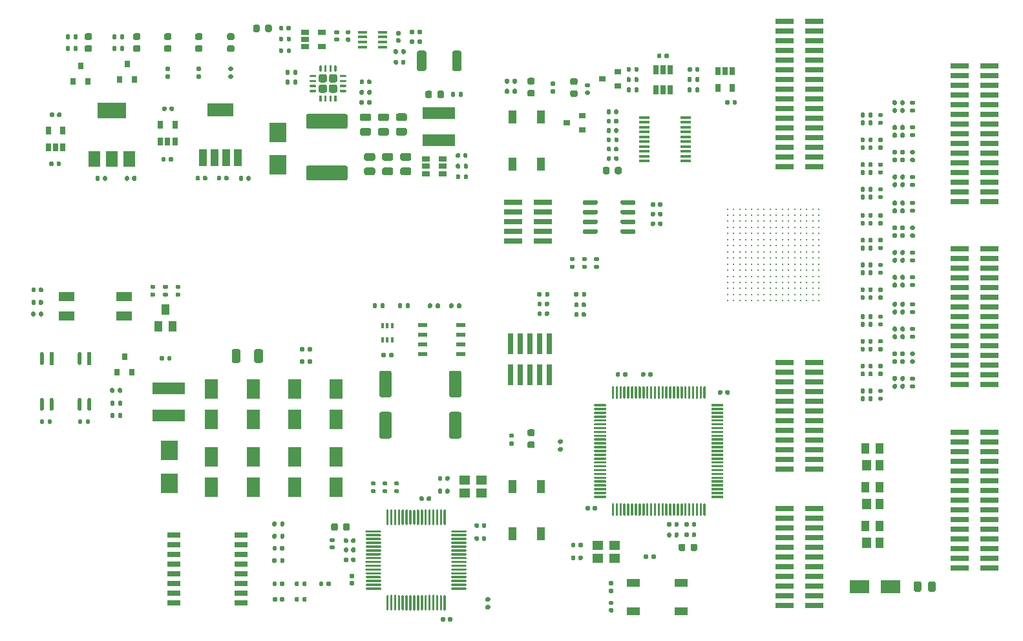
<source format=gbr>
%TF.GenerationSoftware,KiCad,Pcbnew,5.1.10-88a1d61d58~90~ubuntu20.04.1*%
%TF.CreationDate,2021-07-15T14:53:32+08:00*%
%TF.ProjectId,TestAutomation,54657374-4175-4746-9f6d-6174696f6e2e,rev?*%
%TF.SameCoordinates,Original*%
%TF.FileFunction,Paste,Top*%
%TF.FilePolarity,Positive*%
%FSLAX46Y46*%
G04 Gerber Fmt 4.6, Leading zero omitted, Abs format (unit mm)*
G04 Created by KiCad (PCBNEW 5.1.10-88a1d61d58~90~ubuntu20.04.1) date 2021-07-15 14:53:32*
%MOMM*%
%LPD*%
G01*
G04 APERTURE LIST*
%ADD10C,0.320000*%
%ADD11R,1.400000X1.200000*%
%ADD12R,4.200000X1.500000*%
%ADD13R,0.900000X0.800000*%
%ADD14R,0.650000X1.220000*%
%ADD15R,0.650000X1.060000*%
%ADD16R,2.300000X2.500000*%
%ADD17R,2.400000X0.740000*%
%ADD18R,1.100000X1.800000*%
%ADD19R,1.060000X0.650000*%
%ADD20R,1.000000X2.200000*%
%ADD21R,3.400000X1.800000*%
%ADD22R,0.532132X1.702833*%
%ADD23R,1.220000X0.400000*%
%ADD24R,1.454899X0.354800*%
%ADD25R,1.193800X0.558800*%
%ADD26R,0.740000X2.790000*%
%ADD27R,3.800000X2.000000*%
%ADD28R,1.500000X2.000000*%
%ADD29R,1.700000X0.760000*%
%ADD30R,1.800000X1.100000*%
%ADD31R,0.800000X0.900000*%
%ADD32R,0.400000X0.650000*%
%ADD33R,1.000000X1.400000*%
%ADD34R,2.000000X1.200000*%
%ADD35R,1.800000X2.500000*%
%ADD36R,2.500000X1.800000*%
%ADD37R,1.200000X1.400000*%
G04 APERTURE END LIST*
D10*
%TO.C,U4*%
X173592000Y-81249000D03*
X173592000Y-82049000D03*
X173592000Y-82849000D03*
X173592000Y-83649000D03*
X173592000Y-84449000D03*
X173592000Y-85249000D03*
X173592000Y-86049000D03*
X173592000Y-86849000D03*
X173592000Y-87649000D03*
X173592000Y-88449000D03*
X173592000Y-89249000D03*
X173592000Y-90049000D03*
X173592000Y-90849000D03*
X173592000Y-91649000D03*
X173592000Y-92449000D03*
X173592000Y-93249000D03*
X174392000Y-81249000D03*
X174392000Y-82049000D03*
X174392000Y-82849000D03*
X174392000Y-83649000D03*
X174392000Y-84449000D03*
X174392000Y-85249000D03*
X174392000Y-86049000D03*
X174392000Y-86849000D03*
X174392000Y-87649000D03*
X174392000Y-88449000D03*
X174392000Y-89249000D03*
X174392000Y-90049000D03*
X174392000Y-90849000D03*
X174392000Y-91649000D03*
X174392000Y-92449000D03*
X174392000Y-93249000D03*
X175192000Y-81249000D03*
X175192000Y-82049000D03*
X175192000Y-82849000D03*
X175192000Y-83649000D03*
X175192000Y-84449000D03*
X175192000Y-85249000D03*
X175192000Y-86049000D03*
X175192000Y-86849000D03*
X175192000Y-87649000D03*
X175192000Y-88449000D03*
X175192000Y-89249000D03*
X175192000Y-90049000D03*
X175192000Y-90849000D03*
X175192000Y-91649000D03*
X175192000Y-92449000D03*
X175192000Y-93249000D03*
X175992000Y-81249000D03*
X175992000Y-82049000D03*
X175992000Y-82849000D03*
X175992000Y-83649000D03*
X175992000Y-84449000D03*
X175992000Y-85249000D03*
X175992000Y-86049000D03*
X175992000Y-86849000D03*
X175992000Y-87649000D03*
X175992000Y-88449000D03*
X175992000Y-89249000D03*
X175992000Y-90049000D03*
X175992000Y-90849000D03*
X175992000Y-91649000D03*
X175992000Y-92449000D03*
X175992000Y-93249000D03*
X176792000Y-81249000D03*
X176792000Y-82049000D03*
X176792000Y-82849000D03*
X176792000Y-83649000D03*
X176792000Y-84449000D03*
X176792000Y-85249000D03*
X176792000Y-86049000D03*
X176792000Y-86849000D03*
X176792000Y-87649000D03*
X176792000Y-88449000D03*
X176792000Y-89249000D03*
X176792000Y-90049000D03*
X176792000Y-90849000D03*
X176792000Y-91649000D03*
X176792000Y-92449000D03*
X176792000Y-93249000D03*
X177592000Y-81249000D03*
X177592000Y-82049000D03*
X177592000Y-82849000D03*
X177592000Y-83649000D03*
X177592000Y-84449000D03*
X177592000Y-85249000D03*
X177592000Y-86049000D03*
X177592000Y-86849000D03*
X177592000Y-87649000D03*
X177592000Y-88449000D03*
X177592000Y-89249000D03*
X177592000Y-90049000D03*
X177592000Y-90849000D03*
X177592000Y-91649000D03*
X177592000Y-92449000D03*
X177592000Y-93249000D03*
X178392000Y-81249000D03*
X178392000Y-82049000D03*
X178392000Y-82849000D03*
X178392000Y-83649000D03*
X178392000Y-84449000D03*
X178392000Y-85249000D03*
X178392000Y-86049000D03*
X178392000Y-86849000D03*
X178392000Y-87649000D03*
X178392000Y-88449000D03*
X178392000Y-89249000D03*
X178392000Y-90049000D03*
X178392000Y-90849000D03*
X178392000Y-91649000D03*
X178392000Y-92449000D03*
X178392000Y-93249000D03*
X179192000Y-81249000D03*
X179192000Y-82049000D03*
X179192000Y-82849000D03*
X179192000Y-83649000D03*
X179192000Y-84449000D03*
X179192000Y-85249000D03*
X179192000Y-86049000D03*
X179192000Y-86849000D03*
X179192000Y-87649000D03*
X179192000Y-88449000D03*
X179192000Y-89249000D03*
X179192000Y-90049000D03*
X179192000Y-90849000D03*
X179192000Y-91649000D03*
X179192000Y-92449000D03*
X179192000Y-93249000D03*
X179992000Y-81249000D03*
X179992000Y-82049000D03*
X179992000Y-82849000D03*
X179992000Y-83649000D03*
X179992000Y-84449000D03*
X179992000Y-85249000D03*
X179992000Y-86049000D03*
X179992000Y-86849000D03*
X179992000Y-87649000D03*
X179992000Y-88449000D03*
X179992000Y-89249000D03*
X179992000Y-90049000D03*
X179992000Y-90849000D03*
X179992000Y-91649000D03*
X179992000Y-92449000D03*
X179992000Y-93249000D03*
X180792000Y-81249000D03*
X180792000Y-82049000D03*
X180792000Y-82849000D03*
X180792000Y-83649000D03*
X180792000Y-84449000D03*
X180792000Y-85249000D03*
X180792000Y-86049000D03*
X180792000Y-86849000D03*
X180792000Y-87649000D03*
X180792000Y-88449000D03*
X180792000Y-89249000D03*
X180792000Y-90049000D03*
X180792000Y-90849000D03*
X180792000Y-91649000D03*
X180792000Y-92449000D03*
X180792000Y-93249000D03*
X181592000Y-81249000D03*
X181592000Y-82049000D03*
X181592000Y-82849000D03*
X181592000Y-83649000D03*
X181592000Y-84449000D03*
X181592000Y-85249000D03*
X181592000Y-86049000D03*
X181592000Y-86849000D03*
X181592000Y-87649000D03*
X181592000Y-88449000D03*
X181592000Y-89249000D03*
X181592000Y-90049000D03*
X181592000Y-90849000D03*
X181592000Y-91649000D03*
X181592000Y-92449000D03*
X181592000Y-93249000D03*
X182392000Y-81249000D03*
X182392000Y-82049000D03*
X182392000Y-82849000D03*
X182392000Y-83649000D03*
X182392000Y-84449000D03*
X182392000Y-85249000D03*
X182392000Y-86049000D03*
X182392000Y-86849000D03*
X182392000Y-87649000D03*
X182392000Y-88449000D03*
X182392000Y-89249000D03*
X182392000Y-90049000D03*
X182392000Y-90849000D03*
X182392000Y-91649000D03*
X182392000Y-92449000D03*
X182392000Y-93249000D03*
X183192000Y-81249000D03*
X183192000Y-82049000D03*
X183192000Y-82849000D03*
X183192000Y-83649000D03*
X183192000Y-84449000D03*
X183192000Y-85249000D03*
X183192000Y-86049000D03*
X183192000Y-86849000D03*
X183192000Y-87649000D03*
X183192000Y-88449000D03*
X183192000Y-89249000D03*
X183192000Y-90049000D03*
X183192000Y-90849000D03*
X183192000Y-91649000D03*
X183192000Y-92449000D03*
X183192000Y-93249000D03*
X183992000Y-81249000D03*
X183992000Y-82049000D03*
X183992000Y-82849000D03*
X183992000Y-83649000D03*
X183992000Y-84449000D03*
X183992000Y-85249000D03*
X183992000Y-86049000D03*
X183992000Y-86849000D03*
X183992000Y-87649000D03*
X183992000Y-88449000D03*
X183992000Y-89249000D03*
X183992000Y-90049000D03*
X183992000Y-90849000D03*
X183992000Y-91649000D03*
X183992000Y-92449000D03*
X183992000Y-93249000D03*
X184792000Y-81249000D03*
X184792000Y-82049000D03*
X184792000Y-82849000D03*
X184792000Y-83649000D03*
X184792000Y-84449000D03*
X184792000Y-85249000D03*
X184792000Y-86049000D03*
X184792000Y-86849000D03*
X184792000Y-87649000D03*
X184792000Y-88449000D03*
X184792000Y-89249000D03*
X184792000Y-90049000D03*
X184792000Y-90849000D03*
X184792000Y-91649000D03*
X184792000Y-92449000D03*
X184792000Y-93249000D03*
X185592000Y-81249000D03*
X185592000Y-82049000D03*
X185592000Y-82849000D03*
X185592000Y-83649000D03*
X185592000Y-84449000D03*
X185592000Y-85249000D03*
X185592000Y-86049000D03*
X185592000Y-86849000D03*
X185592000Y-87649000D03*
X185592000Y-88449000D03*
X185592000Y-89249000D03*
X185592000Y-90049000D03*
X185592000Y-90849000D03*
X185592000Y-91649000D03*
X185592000Y-92449000D03*
X185592000Y-93249000D03*
%TD*%
D11*
%TO.C,Y2*%
X158810000Y-125330000D03*
X156610000Y-125330000D03*
X156610000Y-127030000D03*
X158810000Y-127030000D03*
%TD*%
%TO.C,Y1*%
X141344000Y-116726000D03*
X139144000Y-116726000D03*
X139144000Y-118426000D03*
X141344000Y-118426000D03*
%TD*%
D12*
%TO.C,L3*%
X100400000Y-108300000D03*
X100400000Y-104700000D03*
%TD*%
%TO.C,F2*%
G36*
G01*
X198015000Y-131166250D02*
X198015000Y-130253750D01*
G75*
G02*
X198258750Y-130010000I243750J0D01*
G01*
X198746250Y-130010000D01*
G75*
G02*
X198990000Y-130253750I0J-243750D01*
G01*
X198990000Y-131166250D01*
G75*
G02*
X198746250Y-131410000I-243750J0D01*
G01*
X198258750Y-131410000D01*
G75*
G02*
X198015000Y-131166250I0J243750D01*
G01*
G37*
G36*
G01*
X199890000Y-131166250D02*
X199890000Y-130253750D01*
G75*
G02*
X200133750Y-130010000I243750J0D01*
G01*
X200621250Y-130010000D01*
G75*
G02*
X200865000Y-130253750I0J-243750D01*
G01*
X200865000Y-131166250D01*
G75*
G02*
X200621250Y-131410000I-243750J0D01*
G01*
X200133750Y-131410000D01*
G75*
G02*
X199890000Y-131166250I0J243750D01*
G01*
G37*
%TD*%
%TO.C,L4*%
X135780000Y-72240000D03*
X135780000Y-68640000D03*
%TD*%
D13*
%TO.C,D23*%
X159190000Y-65120000D03*
X159190000Y-63220000D03*
X157190000Y-64170000D03*
%TD*%
%TO.C,C98*%
G36*
G01*
X122240000Y-57790000D02*
X122580000Y-57790000D01*
G75*
G02*
X122720000Y-57930000I0J-140000D01*
G01*
X122720000Y-58210000D01*
G75*
G02*
X122580000Y-58350000I-140000J0D01*
G01*
X122240000Y-58350000D01*
G75*
G02*
X122100000Y-58210000I0J140000D01*
G01*
X122100000Y-57930000D01*
G75*
G02*
X122240000Y-57790000I140000J0D01*
G01*
G37*
G36*
G01*
X122240000Y-58750000D02*
X122580000Y-58750000D01*
G75*
G02*
X122720000Y-58890000I0J-140000D01*
G01*
X122720000Y-59170000D01*
G75*
G02*
X122580000Y-59310000I-140000J0D01*
G01*
X122240000Y-59310000D01*
G75*
G02*
X122100000Y-59170000I0J140000D01*
G01*
X122100000Y-58890000D01*
G75*
G02*
X122240000Y-58750000I140000J0D01*
G01*
G37*
%TD*%
%TO.C,C97*%
G36*
G01*
X174820000Y-67100000D02*
X174820000Y-67440000D01*
G75*
G02*
X174680000Y-67580000I-140000J0D01*
G01*
X174400000Y-67580000D01*
G75*
G02*
X174260000Y-67440000I0J140000D01*
G01*
X174260000Y-67100000D01*
G75*
G02*
X174400000Y-66960000I140000J0D01*
G01*
X174680000Y-66960000D01*
G75*
G02*
X174820000Y-67100000I0J-140000D01*
G01*
G37*
G36*
G01*
X173860000Y-67100000D02*
X173860000Y-67440000D01*
G75*
G02*
X173720000Y-67580000I-140000J0D01*
G01*
X173440000Y-67580000D01*
G75*
G02*
X173300000Y-67440000I0J140000D01*
G01*
X173300000Y-67100000D01*
G75*
G02*
X173440000Y-66960000I140000J0D01*
G01*
X173720000Y-66960000D01*
G75*
G02*
X173860000Y-67100000I0J-140000D01*
G01*
G37*
%TD*%
D14*
%TO.C,U2*%
X164190000Y-65620000D03*
X165140000Y-65620000D03*
X166090000Y-65620000D03*
X166090000Y-63000000D03*
X165140000Y-63000000D03*
X164190000Y-63000000D03*
%TD*%
D15*
%TO.C,U1*%
X174230000Y-63180000D03*
X173280000Y-63180000D03*
X172330000Y-63180000D03*
X172330000Y-65380000D03*
X174230000Y-65380000D03*
%TD*%
%TO.C,C1*%
G36*
G01*
X164380000Y-61330000D02*
X164380000Y-60990000D01*
G75*
G02*
X164520000Y-60850000I140000J0D01*
G01*
X164800000Y-60850000D01*
G75*
G02*
X164940000Y-60990000I0J-140000D01*
G01*
X164940000Y-61330000D01*
G75*
G02*
X164800000Y-61470000I-140000J0D01*
G01*
X164520000Y-61470000D01*
G75*
G02*
X164380000Y-61330000I0J140000D01*
G01*
G37*
G36*
G01*
X165340000Y-61330000D02*
X165340000Y-60990000D01*
G75*
G02*
X165480000Y-60850000I140000J0D01*
G01*
X165760000Y-60850000D01*
G75*
G02*
X165900000Y-60990000I0J-140000D01*
G01*
X165900000Y-61330000D01*
G75*
G02*
X165760000Y-61470000I-140000J0D01*
G01*
X165480000Y-61470000D01*
G75*
G02*
X165340000Y-61330000I0J140000D01*
G01*
G37*
%TD*%
%TO.C,R129*%
G36*
G01*
X117260000Y-64425000D02*
X117260000Y-64795000D01*
G75*
G02*
X117125000Y-64930000I-135000J0D01*
G01*
X116855000Y-64930000D01*
G75*
G02*
X116720000Y-64795000I0J135000D01*
G01*
X116720000Y-64425000D01*
G75*
G02*
X116855000Y-64290000I135000J0D01*
G01*
X117125000Y-64290000D01*
G75*
G02*
X117260000Y-64425000I0J-135000D01*
G01*
G37*
G36*
G01*
X116240000Y-64425000D02*
X116240000Y-64795000D01*
G75*
G02*
X116105000Y-64930000I-135000J0D01*
G01*
X115835000Y-64930000D01*
G75*
G02*
X115700000Y-64795000I0J135000D01*
G01*
X115700000Y-64425000D01*
G75*
G02*
X115835000Y-64290000I135000J0D01*
G01*
X116105000Y-64290000D01*
G75*
G02*
X116240000Y-64425000I0J-135000D01*
G01*
G37*
%TD*%
%TO.C,R128*%
G36*
G01*
X115700000Y-63505000D02*
X115700000Y-63135000D01*
G75*
G02*
X115835000Y-63000000I135000J0D01*
G01*
X116105000Y-63000000D01*
G75*
G02*
X116240000Y-63135000I0J-135000D01*
G01*
X116240000Y-63505000D01*
G75*
G02*
X116105000Y-63640000I-135000J0D01*
G01*
X115835000Y-63640000D01*
G75*
G02*
X115700000Y-63505000I0J135000D01*
G01*
G37*
G36*
G01*
X116720000Y-63505000D02*
X116720000Y-63135000D01*
G75*
G02*
X116855000Y-63000000I135000J0D01*
G01*
X117125000Y-63000000D01*
G75*
G02*
X117260000Y-63135000I0J-135000D01*
G01*
X117260000Y-63505000D01*
G75*
G02*
X117125000Y-63640000I-135000J0D01*
G01*
X116855000Y-63640000D01*
G75*
G02*
X116720000Y-63505000I0J135000D01*
G01*
G37*
%TD*%
%TO.C,U16*%
G36*
G01*
X118880000Y-63892500D02*
X118880000Y-63742500D01*
G75*
G02*
X118955000Y-63667500I75000J0D01*
G01*
X119630000Y-63667500D01*
G75*
G02*
X119705000Y-63742500I0J-75000D01*
G01*
X119705000Y-63892500D01*
G75*
G02*
X119630000Y-63967500I-75000J0D01*
G01*
X118955000Y-63967500D01*
G75*
G02*
X118880000Y-63892500I0J75000D01*
G01*
G37*
G36*
G01*
X118880000Y-64542500D02*
X118880000Y-64392500D01*
G75*
G02*
X118955000Y-64317500I75000J0D01*
G01*
X119630000Y-64317500D01*
G75*
G02*
X119705000Y-64392500I0J-75000D01*
G01*
X119705000Y-64542500D01*
G75*
G02*
X119630000Y-64617500I-75000J0D01*
G01*
X118955000Y-64617500D01*
G75*
G02*
X118880000Y-64542500I0J75000D01*
G01*
G37*
G36*
G01*
X118880000Y-65192500D02*
X118880000Y-65042500D01*
G75*
G02*
X118955000Y-64967500I75000J0D01*
G01*
X119630000Y-64967500D01*
G75*
G02*
X119705000Y-65042500I0J-75000D01*
G01*
X119705000Y-65192500D01*
G75*
G02*
X119630000Y-65267500I-75000J0D01*
G01*
X118955000Y-65267500D01*
G75*
G02*
X118880000Y-65192500I0J75000D01*
G01*
G37*
G36*
G01*
X118880000Y-65842500D02*
X118880000Y-65692500D01*
G75*
G02*
X118955000Y-65617500I75000J0D01*
G01*
X119630000Y-65617500D01*
G75*
G02*
X119705000Y-65692500I0J-75000D01*
G01*
X119705000Y-65842500D01*
G75*
G02*
X119630000Y-65917500I-75000J0D01*
G01*
X118955000Y-65917500D01*
G75*
G02*
X118880000Y-65842500I0J75000D01*
G01*
G37*
G36*
G01*
X120130000Y-67092500D02*
X120130000Y-66417500D01*
G75*
G02*
X120205000Y-66342500I75000J0D01*
G01*
X120355000Y-66342500D01*
G75*
G02*
X120430000Y-66417500I0J-75000D01*
G01*
X120430000Y-67092500D01*
G75*
G02*
X120355000Y-67167500I-75000J0D01*
G01*
X120205000Y-67167500D01*
G75*
G02*
X120130000Y-67092500I0J75000D01*
G01*
G37*
G36*
G01*
X120780000Y-67092500D02*
X120780000Y-66417500D01*
G75*
G02*
X120855000Y-66342500I75000J0D01*
G01*
X121005000Y-66342500D01*
G75*
G02*
X121080000Y-66417500I0J-75000D01*
G01*
X121080000Y-67092500D01*
G75*
G02*
X121005000Y-67167500I-75000J0D01*
G01*
X120855000Y-67167500D01*
G75*
G02*
X120780000Y-67092500I0J75000D01*
G01*
G37*
G36*
G01*
X121430000Y-67092500D02*
X121430000Y-66417500D01*
G75*
G02*
X121505000Y-66342500I75000J0D01*
G01*
X121655000Y-66342500D01*
G75*
G02*
X121730000Y-66417500I0J-75000D01*
G01*
X121730000Y-67092500D01*
G75*
G02*
X121655000Y-67167500I-75000J0D01*
G01*
X121505000Y-67167500D01*
G75*
G02*
X121430000Y-67092500I0J75000D01*
G01*
G37*
G36*
G01*
X122080000Y-67092500D02*
X122080000Y-66417500D01*
G75*
G02*
X122155000Y-66342500I75000J0D01*
G01*
X122305000Y-66342500D01*
G75*
G02*
X122380000Y-66417500I0J-75000D01*
G01*
X122380000Y-67092500D01*
G75*
G02*
X122305000Y-67167500I-75000J0D01*
G01*
X122155000Y-67167500D01*
G75*
G02*
X122080000Y-67092500I0J75000D01*
G01*
G37*
G36*
G01*
X122805000Y-65842500D02*
X122805000Y-65692500D01*
G75*
G02*
X122880000Y-65617500I75000J0D01*
G01*
X123555000Y-65617500D01*
G75*
G02*
X123630000Y-65692500I0J-75000D01*
G01*
X123630000Y-65842500D01*
G75*
G02*
X123555000Y-65917500I-75000J0D01*
G01*
X122880000Y-65917500D01*
G75*
G02*
X122805000Y-65842500I0J75000D01*
G01*
G37*
G36*
G01*
X122805000Y-65192500D02*
X122805000Y-65042500D01*
G75*
G02*
X122880000Y-64967500I75000J0D01*
G01*
X123555000Y-64967500D01*
G75*
G02*
X123630000Y-65042500I0J-75000D01*
G01*
X123630000Y-65192500D01*
G75*
G02*
X123555000Y-65267500I-75000J0D01*
G01*
X122880000Y-65267500D01*
G75*
G02*
X122805000Y-65192500I0J75000D01*
G01*
G37*
G36*
G01*
X122805000Y-64542500D02*
X122805000Y-64392500D01*
G75*
G02*
X122880000Y-64317500I75000J0D01*
G01*
X123555000Y-64317500D01*
G75*
G02*
X123630000Y-64392500I0J-75000D01*
G01*
X123630000Y-64542500D01*
G75*
G02*
X123555000Y-64617500I-75000J0D01*
G01*
X122880000Y-64617500D01*
G75*
G02*
X122805000Y-64542500I0J75000D01*
G01*
G37*
G36*
G01*
X122805000Y-63892500D02*
X122805000Y-63742500D01*
G75*
G02*
X122880000Y-63667500I75000J0D01*
G01*
X123555000Y-63667500D01*
G75*
G02*
X123630000Y-63742500I0J-75000D01*
G01*
X123630000Y-63892500D01*
G75*
G02*
X123555000Y-63967500I-75000J0D01*
G01*
X122880000Y-63967500D01*
G75*
G02*
X122805000Y-63892500I0J75000D01*
G01*
G37*
G36*
G01*
X122080000Y-63167500D02*
X122080000Y-62492500D01*
G75*
G02*
X122155000Y-62417500I75000J0D01*
G01*
X122305000Y-62417500D01*
G75*
G02*
X122380000Y-62492500I0J-75000D01*
G01*
X122380000Y-63167500D01*
G75*
G02*
X122305000Y-63242500I-75000J0D01*
G01*
X122155000Y-63242500D01*
G75*
G02*
X122080000Y-63167500I0J75000D01*
G01*
G37*
G36*
G01*
X121430000Y-63167500D02*
X121430000Y-62492500D01*
G75*
G02*
X121505000Y-62417500I75000J0D01*
G01*
X121655000Y-62417500D01*
G75*
G02*
X121730000Y-62492500I0J-75000D01*
G01*
X121730000Y-63167500D01*
G75*
G02*
X121655000Y-63242500I-75000J0D01*
G01*
X121505000Y-63242500D01*
G75*
G02*
X121430000Y-63167500I0J75000D01*
G01*
G37*
G36*
G01*
X120780000Y-63167500D02*
X120780000Y-62492500D01*
G75*
G02*
X120855000Y-62417500I75000J0D01*
G01*
X121005000Y-62417500D01*
G75*
G02*
X121080000Y-62492500I0J-75000D01*
G01*
X121080000Y-63167500D01*
G75*
G02*
X121005000Y-63242500I-75000J0D01*
G01*
X120855000Y-63242500D01*
G75*
G02*
X120780000Y-63167500I0J75000D01*
G01*
G37*
G36*
G01*
X120130000Y-63167500D02*
X120130000Y-62492500D01*
G75*
G02*
X120205000Y-62417500I75000J0D01*
G01*
X120355000Y-62417500D01*
G75*
G02*
X120430000Y-62492500I0J-75000D01*
G01*
X120430000Y-63167500D01*
G75*
G02*
X120355000Y-63242500I-75000J0D01*
G01*
X120205000Y-63242500D01*
G75*
G02*
X120130000Y-63167500I0J75000D01*
G01*
G37*
G36*
G01*
X120035000Y-64412502D02*
X120035000Y-63822498D01*
G75*
G02*
X120284998Y-63572500I249998J0D01*
G01*
X120875002Y-63572500D01*
G75*
G02*
X121125000Y-63822498I0J-249998D01*
G01*
X121125000Y-64412502D01*
G75*
G02*
X120875002Y-64662500I-249998J0D01*
G01*
X120284998Y-64662500D01*
G75*
G02*
X120035000Y-64412502I0J249998D01*
G01*
G37*
G36*
G01*
X120035000Y-65762502D02*
X120035000Y-65172498D01*
G75*
G02*
X120284998Y-64922500I249998J0D01*
G01*
X120875002Y-64922500D01*
G75*
G02*
X121125000Y-65172498I0J-249998D01*
G01*
X121125000Y-65762502D01*
G75*
G02*
X120875002Y-66012500I-249998J0D01*
G01*
X120284998Y-66012500D01*
G75*
G02*
X120035000Y-65762502I0J249998D01*
G01*
G37*
G36*
G01*
X121385000Y-64412502D02*
X121385000Y-63822498D01*
G75*
G02*
X121634998Y-63572500I249998J0D01*
G01*
X122225002Y-63572500D01*
G75*
G02*
X122475000Y-63822498I0J-249998D01*
G01*
X122475000Y-64412502D01*
G75*
G02*
X122225002Y-64662500I-249998J0D01*
G01*
X121634998Y-64662500D01*
G75*
G02*
X121385000Y-64412502I0J249998D01*
G01*
G37*
G36*
G01*
X121385000Y-65762502D02*
X121385000Y-65172498D01*
G75*
G02*
X121634998Y-64922500I249998J0D01*
G01*
X122225002Y-64922500D01*
G75*
G02*
X122475000Y-65172498I0J-249998D01*
G01*
X122475000Y-65762502D01*
G75*
G02*
X122225002Y-66012500I-249998J0D01*
G01*
X121634998Y-66012500D01*
G75*
G02*
X121385000Y-65762502I0J249998D01*
G01*
G37*
%TD*%
%TO.C,R127*%
G36*
G01*
X125400000Y-66135000D02*
X125400000Y-65765000D01*
G75*
G02*
X125535000Y-65630000I135000J0D01*
G01*
X125805000Y-65630000D01*
G75*
G02*
X125940000Y-65765000I0J-135000D01*
G01*
X125940000Y-66135000D01*
G75*
G02*
X125805000Y-66270000I-135000J0D01*
G01*
X125535000Y-66270000D01*
G75*
G02*
X125400000Y-66135000I0J135000D01*
G01*
G37*
G36*
G01*
X126420000Y-66135000D02*
X126420000Y-65765000D01*
G75*
G02*
X126555000Y-65630000I135000J0D01*
G01*
X126825000Y-65630000D01*
G75*
G02*
X126960000Y-65765000I0J-135000D01*
G01*
X126960000Y-66135000D01*
G75*
G02*
X126825000Y-66270000I-135000J0D01*
G01*
X126555000Y-66270000D01*
G75*
G02*
X126420000Y-66135000I0J135000D01*
G01*
G37*
%TD*%
%TO.C,R126*%
G36*
G01*
X125400000Y-67445000D02*
X125400000Y-67075000D01*
G75*
G02*
X125535000Y-66940000I135000J0D01*
G01*
X125805000Y-66940000D01*
G75*
G02*
X125940000Y-67075000I0J-135000D01*
G01*
X125940000Y-67445000D01*
G75*
G02*
X125805000Y-67580000I-135000J0D01*
G01*
X125535000Y-67580000D01*
G75*
G02*
X125400000Y-67445000I0J135000D01*
G01*
G37*
G36*
G01*
X126420000Y-67445000D02*
X126420000Y-67075000D01*
G75*
G02*
X126555000Y-66940000I135000J0D01*
G01*
X126825000Y-66940000D01*
G75*
G02*
X126960000Y-67075000I0J-135000D01*
G01*
X126960000Y-67445000D01*
G75*
G02*
X126825000Y-67580000I-135000J0D01*
G01*
X126555000Y-67580000D01*
G75*
G02*
X126420000Y-67445000I0J135000D01*
G01*
G37*
%TD*%
%TO.C,C89*%
G36*
G01*
X125420000Y-64750000D02*
X125420000Y-64410000D01*
G75*
G02*
X125560000Y-64270000I140000J0D01*
G01*
X125840000Y-64270000D01*
G75*
G02*
X125980000Y-64410000I0J-140000D01*
G01*
X125980000Y-64750000D01*
G75*
G02*
X125840000Y-64890000I-140000J0D01*
G01*
X125560000Y-64890000D01*
G75*
G02*
X125420000Y-64750000I0J140000D01*
G01*
G37*
G36*
G01*
X126380000Y-64750000D02*
X126380000Y-64410000D01*
G75*
G02*
X126520000Y-64270000I140000J0D01*
G01*
X126800000Y-64270000D01*
G75*
G02*
X126940000Y-64410000I0J-140000D01*
G01*
X126940000Y-64750000D01*
G75*
G02*
X126800000Y-64890000I-140000J0D01*
G01*
X126520000Y-64890000D01*
G75*
G02*
X126380000Y-64750000I0J140000D01*
G01*
G37*
%TD*%
%TO.C,C61*%
G36*
G01*
X137560000Y-134830000D02*
X137560000Y-135170000D01*
G75*
G02*
X137420000Y-135310000I-140000J0D01*
G01*
X137140000Y-135310000D01*
G75*
G02*
X137000000Y-135170000I0J140000D01*
G01*
X137000000Y-134830000D01*
G75*
G02*
X137140000Y-134690000I140000J0D01*
G01*
X137420000Y-134690000D01*
G75*
G02*
X137560000Y-134830000I0J-140000D01*
G01*
G37*
G36*
G01*
X136600000Y-134830000D02*
X136600000Y-135170000D01*
G75*
G02*
X136460000Y-135310000I-140000J0D01*
G01*
X136180000Y-135310000D01*
G75*
G02*
X136040000Y-135170000I0J140000D01*
G01*
X136040000Y-134830000D01*
G75*
G02*
X136180000Y-134690000I140000J0D01*
G01*
X136460000Y-134690000D01*
G75*
G02*
X136600000Y-134830000I0J-140000D01*
G01*
G37*
%TD*%
%TO.C,C69*%
G36*
G01*
X121630000Y-124340000D02*
X121970000Y-124340000D01*
G75*
G02*
X122110000Y-124480000I0J-140000D01*
G01*
X122110000Y-124760000D01*
G75*
G02*
X121970000Y-124900000I-140000J0D01*
G01*
X121630000Y-124900000D01*
G75*
G02*
X121490000Y-124760000I0J140000D01*
G01*
X121490000Y-124480000D01*
G75*
G02*
X121630000Y-124340000I140000J0D01*
G01*
G37*
G36*
G01*
X121630000Y-125300000D02*
X121970000Y-125300000D01*
G75*
G02*
X122110000Y-125440000I0J-140000D01*
G01*
X122110000Y-125720000D01*
G75*
G02*
X121970000Y-125860000I-140000J0D01*
G01*
X121630000Y-125860000D01*
G75*
G02*
X121490000Y-125720000I0J140000D01*
G01*
X121490000Y-125440000D01*
G75*
G02*
X121630000Y-125300000I140000J0D01*
G01*
G37*
%TD*%
%TO.C,C68*%
G36*
G01*
X124860000Y-125730000D02*
X124860000Y-126070000D01*
G75*
G02*
X124720000Y-126210000I-140000J0D01*
G01*
X124440000Y-126210000D01*
G75*
G02*
X124300000Y-126070000I0J140000D01*
G01*
X124300000Y-125730000D01*
G75*
G02*
X124440000Y-125590000I140000J0D01*
G01*
X124720000Y-125590000D01*
G75*
G02*
X124860000Y-125730000I0J-140000D01*
G01*
G37*
G36*
G01*
X123900000Y-125730000D02*
X123900000Y-126070000D01*
G75*
G02*
X123760000Y-126210000I-140000J0D01*
G01*
X123480000Y-126210000D01*
G75*
G02*
X123340000Y-126070000I0J140000D01*
G01*
X123340000Y-125730000D01*
G75*
G02*
X123480000Y-125590000I140000J0D01*
G01*
X123760000Y-125590000D01*
G75*
G02*
X123900000Y-125730000I0J-140000D01*
G01*
G37*
%TD*%
%TO.C,C66*%
G36*
G01*
X124230000Y-129040000D02*
X124570000Y-129040000D01*
G75*
G02*
X124710000Y-129180000I0J-140000D01*
G01*
X124710000Y-129460000D01*
G75*
G02*
X124570000Y-129600000I-140000J0D01*
G01*
X124230000Y-129600000D01*
G75*
G02*
X124090000Y-129460000I0J140000D01*
G01*
X124090000Y-129180000D01*
G75*
G02*
X124230000Y-129040000I140000J0D01*
G01*
G37*
G36*
G01*
X124230000Y-130000000D02*
X124570000Y-130000000D01*
G75*
G02*
X124710000Y-130140000I0J-140000D01*
G01*
X124710000Y-130420000D01*
G75*
G02*
X124570000Y-130560000I-140000J0D01*
G01*
X124230000Y-130560000D01*
G75*
G02*
X124090000Y-130420000I0J140000D01*
G01*
X124090000Y-130140000D01*
G75*
G02*
X124230000Y-130000000I140000J0D01*
G01*
G37*
%TD*%
%TO.C,C65*%
G36*
G01*
X124860000Y-124530000D02*
X124860000Y-124870000D01*
G75*
G02*
X124720000Y-125010000I-140000J0D01*
G01*
X124440000Y-125010000D01*
G75*
G02*
X124300000Y-124870000I0J140000D01*
G01*
X124300000Y-124530000D01*
G75*
G02*
X124440000Y-124390000I140000J0D01*
G01*
X124720000Y-124390000D01*
G75*
G02*
X124860000Y-124530000I0J-140000D01*
G01*
G37*
G36*
G01*
X123900000Y-124530000D02*
X123900000Y-124870000D01*
G75*
G02*
X123760000Y-125010000I-140000J0D01*
G01*
X123480000Y-125010000D01*
G75*
G02*
X123340000Y-124870000I0J140000D01*
G01*
X123340000Y-124530000D01*
G75*
G02*
X123480000Y-124390000I140000J0D01*
G01*
X123760000Y-124390000D01*
G75*
G02*
X123900000Y-124530000I0J-140000D01*
G01*
G37*
%TD*%
%TO.C,C64*%
G36*
G01*
X134760000Y-119030000D02*
X134760000Y-119370000D01*
G75*
G02*
X134620000Y-119510000I-140000J0D01*
G01*
X134340000Y-119510000D01*
G75*
G02*
X134200000Y-119370000I0J140000D01*
G01*
X134200000Y-119030000D01*
G75*
G02*
X134340000Y-118890000I140000J0D01*
G01*
X134620000Y-118890000D01*
G75*
G02*
X134760000Y-119030000I0J-140000D01*
G01*
G37*
G36*
G01*
X133800000Y-119030000D02*
X133800000Y-119370000D01*
G75*
G02*
X133660000Y-119510000I-140000J0D01*
G01*
X133380000Y-119510000D01*
G75*
G02*
X133240000Y-119370000I0J140000D01*
G01*
X133240000Y-119030000D01*
G75*
G02*
X133380000Y-118890000I140000J0D01*
G01*
X133660000Y-118890000D01*
G75*
G02*
X133800000Y-119030000I0J-140000D01*
G01*
G37*
%TD*%
%TO.C,C62*%
G36*
G01*
X140460000Y-122870000D02*
X140460000Y-122530000D01*
G75*
G02*
X140600000Y-122390000I140000J0D01*
G01*
X140880000Y-122390000D01*
G75*
G02*
X141020000Y-122530000I0J-140000D01*
G01*
X141020000Y-122870000D01*
G75*
G02*
X140880000Y-123010000I-140000J0D01*
G01*
X140600000Y-123010000D01*
G75*
G02*
X140460000Y-122870000I0J140000D01*
G01*
G37*
G36*
G01*
X141420000Y-122870000D02*
X141420000Y-122530000D01*
G75*
G02*
X141560000Y-122390000I140000J0D01*
G01*
X141840000Y-122390000D01*
G75*
G02*
X141980000Y-122530000I0J-140000D01*
G01*
X141980000Y-122870000D01*
G75*
G02*
X141840000Y-123010000I-140000J0D01*
G01*
X141560000Y-123010000D01*
G75*
G02*
X141420000Y-122870000I0J140000D01*
G01*
G37*
%TD*%
%TO.C,U6*%
X99296000Y-70204000D03*
X101196000Y-70204000D03*
X101196000Y-72404000D03*
X100246000Y-72404000D03*
X99296000Y-72404000D03*
%TD*%
%TO.C,C78*%
G36*
G01*
X156520000Y-120260000D02*
X156520000Y-120600000D01*
G75*
G02*
X156380000Y-120740000I-140000J0D01*
G01*
X156100000Y-120740000D01*
G75*
G02*
X155960000Y-120600000I0J140000D01*
G01*
X155960000Y-120260000D01*
G75*
G02*
X156100000Y-120120000I140000J0D01*
G01*
X156380000Y-120120000D01*
G75*
G02*
X156520000Y-120260000I0J-140000D01*
G01*
G37*
G36*
G01*
X155560000Y-120260000D02*
X155560000Y-120600000D01*
G75*
G02*
X155420000Y-120740000I-140000J0D01*
G01*
X155140000Y-120740000D01*
G75*
G02*
X155000000Y-120600000I0J140000D01*
G01*
X155000000Y-120260000D01*
G75*
G02*
X155140000Y-120120000I140000J0D01*
G01*
X155420000Y-120120000D01*
G75*
G02*
X155560000Y-120260000I0J-140000D01*
G01*
G37*
%TD*%
%TO.C,U15*%
G36*
G01*
X157648000Y-119094000D02*
X156198000Y-119094000D01*
G75*
G02*
X156123000Y-119019000I0J75000D01*
G01*
X156123000Y-118869000D01*
G75*
G02*
X156198000Y-118794000I75000J0D01*
G01*
X157648000Y-118794000D01*
G75*
G02*
X157723000Y-118869000I0J-75000D01*
G01*
X157723000Y-119019000D01*
G75*
G02*
X157648000Y-119094000I-75000J0D01*
G01*
G37*
G36*
G01*
X157648000Y-118594000D02*
X156198000Y-118594000D01*
G75*
G02*
X156123000Y-118519000I0J75000D01*
G01*
X156123000Y-118369000D01*
G75*
G02*
X156198000Y-118294000I75000J0D01*
G01*
X157648000Y-118294000D01*
G75*
G02*
X157723000Y-118369000I0J-75000D01*
G01*
X157723000Y-118519000D01*
G75*
G02*
X157648000Y-118594000I-75000J0D01*
G01*
G37*
G36*
G01*
X157648000Y-118094000D02*
X156198000Y-118094000D01*
G75*
G02*
X156123000Y-118019000I0J75000D01*
G01*
X156123000Y-117869000D01*
G75*
G02*
X156198000Y-117794000I75000J0D01*
G01*
X157648000Y-117794000D01*
G75*
G02*
X157723000Y-117869000I0J-75000D01*
G01*
X157723000Y-118019000D01*
G75*
G02*
X157648000Y-118094000I-75000J0D01*
G01*
G37*
G36*
G01*
X157648000Y-117594000D02*
X156198000Y-117594000D01*
G75*
G02*
X156123000Y-117519000I0J75000D01*
G01*
X156123000Y-117369000D01*
G75*
G02*
X156198000Y-117294000I75000J0D01*
G01*
X157648000Y-117294000D01*
G75*
G02*
X157723000Y-117369000I0J-75000D01*
G01*
X157723000Y-117519000D01*
G75*
G02*
X157648000Y-117594000I-75000J0D01*
G01*
G37*
G36*
G01*
X157648000Y-117094000D02*
X156198000Y-117094000D01*
G75*
G02*
X156123000Y-117019000I0J75000D01*
G01*
X156123000Y-116869000D01*
G75*
G02*
X156198000Y-116794000I75000J0D01*
G01*
X157648000Y-116794000D01*
G75*
G02*
X157723000Y-116869000I0J-75000D01*
G01*
X157723000Y-117019000D01*
G75*
G02*
X157648000Y-117094000I-75000J0D01*
G01*
G37*
G36*
G01*
X157648000Y-116594000D02*
X156198000Y-116594000D01*
G75*
G02*
X156123000Y-116519000I0J75000D01*
G01*
X156123000Y-116369000D01*
G75*
G02*
X156198000Y-116294000I75000J0D01*
G01*
X157648000Y-116294000D01*
G75*
G02*
X157723000Y-116369000I0J-75000D01*
G01*
X157723000Y-116519000D01*
G75*
G02*
X157648000Y-116594000I-75000J0D01*
G01*
G37*
G36*
G01*
X157648000Y-116094000D02*
X156198000Y-116094000D01*
G75*
G02*
X156123000Y-116019000I0J75000D01*
G01*
X156123000Y-115869000D01*
G75*
G02*
X156198000Y-115794000I75000J0D01*
G01*
X157648000Y-115794000D01*
G75*
G02*
X157723000Y-115869000I0J-75000D01*
G01*
X157723000Y-116019000D01*
G75*
G02*
X157648000Y-116094000I-75000J0D01*
G01*
G37*
G36*
G01*
X157648000Y-115594000D02*
X156198000Y-115594000D01*
G75*
G02*
X156123000Y-115519000I0J75000D01*
G01*
X156123000Y-115369000D01*
G75*
G02*
X156198000Y-115294000I75000J0D01*
G01*
X157648000Y-115294000D01*
G75*
G02*
X157723000Y-115369000I0J-75000D01*
G01*
X157723000Y-115519000D01*
G75*
G02*
X157648000Y-115594000I-75000J0D01*
G01*
G37*
G36*
G01*
X157648000Y-115094000D02*
X156198000Y-115094000D01*
G75*
G02*
X156123000Y-115019000I0J75000D01*
G01*
X156123000Y-114869000D01*
G75*
G02*
X156198000Y-114794000I75000J0D01*
G01*
X157648000Y-114794000D01*
G75*
G02*
X157723000Y-114869000I0J-75000D01*
G01*
X157723000Y-115019000D01*
G75*
G02*
X157648000Y-115094000I-75000J0D01*
G01*
G37*
G36*
G01*
X157648000Y-114594000D02*
X156198000Y-114594000D01*
G75*
G02*
X156123000Y-114519000I0J75000D01*
G01*
X156123000Y-114369000D01*
G75*
G02*
X156198000Y-114294000I75000J0D01*
G01*
X157648000Y-114294000D01*
G75*
G02*
X157723000Y-114369000I0J-75000D01*
G01*
X157723000Y-114519000D01*
G75*
G02*
X157648000Y-114594000I-75000J0D01*
G01*
G37*
G36*
G01*
X157648000Y-114094000D02*
X156198000Y-114094000D01*
G75*
G02*
X156123000Y-114019000I0J75000D01*
G01*
X156123000Y-113869000D01*
G75*
G02*
X156198000Y-113794000I75000J0D01*
G01*
X157648000Y-113794000D01*
G75*
G02*
X157723000Y-113869000I0J-75000D01*
G01*
X157723000Y-114019000D01*
G75*
G02*
X157648000Y-114094000I-75000J0D01*
G01*
G37*
G36*
G01*
X157648000Y-113594000D02*
X156198000Y-113594000D01*
G75*
G02*
X156123000Y-113519000I0J75000D01*
G01*
X156123000Y-113369000D01*
G75*
G02*
X156198000Y-113294000I75000J0D01*
G01*
X157648000Y-113294000D01*
G75*
G02*
X157723000Y-113369000I0J-75000D01*
G01*
X157723000Y-113519000D01*
G75*
G02*
X157648000Y-113594000I-75000J0D01*
G01*
G37*
G36*
G01*
X157648000Y-113094000D02*
X156198000Y-113094000D01*
G75*
G02*
X156123000Y-113019000I0J75000D01*
G01*
X156123000Y-112869000D01*
G75*
G02*
X156198000Y-112794000I75000J0D01*
G01*
X157648000Y-112794000D01*
G75*
G02*
X157723000Y-112869000I0J-75000D01*
G01*
X157723000Y-113019000D01*
G75*
G02*
X157648000Y-113094000I-75000J0D01*
G01*
G37*
G36*
G01*
X157648000Y-112594000D02*
X156198000Y-112594000D01*
G75*
G02*
X156123000Y-112519000I0J75000D01*
G01*
X156123000Y-112369000D01*
G75*
G02*
X156198000Y-112294000I75000J0D01*
G01*
X157648000Y-112294000D01*
G75*
G02*
X157723000Y-112369000I0J-75000D01*
G01*
X157723000Y-112519000D01*
G75*
G02*
X157648000Y-112594000I-75000J0D01*
G01*
G37*
G36*
G01*
X157648000Y-112094000D02*
X156198000Y-112094000D01*
G75*
G02*
X156123000Y-112019000I0J75000D01*
G01*
X156123000Y-111869000D01*
G75*
G02*
X156198000Y-111794000I75000J0D01*
G01*
X157648000Y-111794000D01*
G75*
G02*
X157723000Y-111869000I0J-75000D01*
G01*
X157723000Y-112019000D01*
G75*
G02*
X157648000Y-112094000I-75000J0D01*
G01*
G37*
G36*
G01*
X157648000Y-111594000D02*
X156198000Y-111594000D01*
G75*
G02*
X156123000Y-111519000I0J75000D01*
G01*
X156123000Y-111369000D01*
G75*
G02*
X156198000Y-111294000I75000J0D01*
G01*
X157648000Y-111294000D01*
G75*
G02*
X157723000Y-111369000I0J-75000D01*
G01*
X157723000Y-111519000D01*
G75*
G02*
X157648000Y-111594000I-75000J0D01*
G01*
G37*
G36*
G01*
X157648000Y-111094000D02*
X156198000Y-111094000D01*
G75*
G02*
X156123000Y-111019000I0J75000D01*
G01*
X156123000Y-110869000D01*
G75*
G02*
X156198000Y-110794000I75000J0D01*
G01*
X157648000Y-110794000D01*
G75*
G02*
X157723000Y-110869000I0J-75000D01*
G01*
X157723000Y-111019000D01*
G75*
G02*
X157648000Y-111094000I-75000J0D01*
G01*
G37*
G36*
G01*
X157648000Y-110594000D02*
X156198000Y-110594000D01*
G75*
G02*
X156123000Y-110519000I0J75000D01*
G01*
X156123000Y-110369000D01*
G75*
G02*
X156198000Y-110294000I75000J0D01*
G01*
X157648000Y-110294000D01*
G75*
G02*
X157723000Y-110369000I0J-75000D01*
G01*
X157723000Y-110519000D01*
G75*
G02*
X157648000Y-110594000I-75000J0D01*
G01*
G37*
G36*
G01*
X157648000Y-110094000D02*
X156198000Y-110094000D01*
G75*
G02*
X156123000Y-110019000I0J75000D01*
G01*
X156123000Y-109869000D01*
G75*
G02*
X156198000Y-109794000I75000J0D01*
G01*
X157648000Y-109794000D01*
G75*
G02*
X157723000Y-109869000I0J-75000D01*
G01*
X157723000Y-110019000D01*
G75*
G02*
X157648000Y-110094000I-75000J0D01*
G01*
G37*
G36*
G01*
X157648000Y-109594000D02*
X156198000Y-109594000D01*
G75*
G02*
X156123000Y-109519000I0J75000D01*
G01*
X156123000Y-109369000D01*
G75*
G02*
X156198000Y-109294000I75000J0D01*
G01*
X157648000Y-109294000D01*
G75*
G02*
X157723000Y-109369000I0J-75000D01*
G01*
X157723000Y-109519000D01*
G75*
G02*
X157648000Y-109594000I-75000J0D01*
G01*
G37*
G36*
G01*
X157648000Y-109094000D02*
X156198000Y-109094000D01*
G75*
G02*
X156123000Y-109019000I0J75000D01*
G01*
X156123000Y-108869000D01*
G75*
G02*
X156198000Y-108794000I75000J0D01*
G01*
X157648000Y-108794000D01*
G75*
G02*
X157723000Y-108869000I0J-75000D01*
G01*
X157723000Y-109019000D01*
G75*
G02*
X157648000Y-109094000I-75000J0D01*
G01*
G37*
G36*
G01*
X157648000Y-108594000D02*
X156198000Y-108594000D01*
G75*
G02*
X156123000Y-108519000I0J75000D01*
G01*
X156123000Y-108369000D01*
G75*
G02*
X156198000Y-108294000I75000J0D01*
G01*
X157648000Y-108294000D01*
G75*
G02*
X157723000Y-108369000I0J-75000D01*
G01*
X157723000Y-108519000D01*
G75*
G02*
X157648000Y-108594000I-75000J0D01*
G01*
G37*
G36*
G01*
X157648000Y-108094000D02*
X156198000Y-108094000D01*
G75*
G02*
X156123000Y-108019000I0J75000D01*
G01*
X156123000Y-107869000D01*
G75*
G02*
X156198000Y-107794000I75000J0D01*
G01*
X157648000Y-107794000D01*
G75*
G02*
X157723000Y-107869000I0J-75000D01*
G01*
X157723000Y-108019000D01*
G75*
G02*
X157648000Y-108094000I-75000J0D01*
G01*
G37*
G36*
G01*
X157648000Y-107594000D02*
X156198000Y-107594000D01*
G75*
G02*
X156123000Y-107519000I0J75000D01*
G01*
X156123000Y-107369000D01*
G75*
G02*
X156198000Y-107294000I75000J0D01*
G01*
X157648000Y-107294000D01*
G75*
G02*
X157723000Y-107369000I0J-75000D01*
G01*
X157723000Y-107519000D01*
G75*
G02*
X157648000Y-107594000I-75000J0D01*
G01*
G37*
G36*
G01*
X157648000Y-107094000D02*
X156198000Y-107094000D01*
G75*
G02*
X156123000Y-107019000I0J75000D01*
G01*
X156123000Y-106869000D01*
G75*
G02*
X156198000Y-106794000I75000J0D01*
G01*
X157648000Y-106794000D01*
G75*
G02*
X157723000Y-106869000I0J-75000D01*
G01*
X157723000Y-107019000D01*
G75*
G02*
X157648000Y-107094000I-75000J0D01*
G01*
G37*
G36*
G01*
X158673000Y-106069000D02*
X158523000Y-106069000D01*
G75*
G02*
X158448000Y-105994000I0J75000D01*
G01*
X158448000Y-104544000D01*
G75*
G02*
X158523000Y-104469000I75000J0D01*
G01*
X158673000Y-104469000D01*
G75*
G02*
X158748000Y-104544000I0J-75000D01*
G01*
X158748000Y-105994000D01*
G75*
G02*
X158673000Y-106069000I-75000J0D01*
G01*
G37*
G36*
G01*
X159173000Y-106069000D02*
X159023000Y-106069000D01*
G75*
G02*
X158948000Y-105994000I0J75000D01*
G01*
X158948000Y-104544000D01*
G75*
G02*
X159023000Y-104469000I75000J0D01*
G01*
X159173000Y-104469000D01*
G75*
G02*
X159248000Y-104544000I0J-75000D01*
G01*
X159248000Y-105994000D01*
G75*
G02*
X159173000Y-106069000I-75000J0D01*
G01*
G37*
G36*
G01*
X159673000Y-106069000D02*
X159523000Y-106069000D01*
G75*
G02*
X159448000Y-105994000I0J75000D01*
G01*
X159448000Y-104544000D01*
G75*
G02*
X159523000Y-104469000I75000J0D01*
G01*
X159673000Y-104469000D01*
G75*
G02*
X159748000Y-104544000I0J-75000D01*
G01*
X159748000Y-105994000D01*
G75*
G02*
X159673000Y-106069000I-75000J0D01*
G01*
G37*
G36*
G01*
X160173000Y-106069000D02*
X160023000Y-106069000D01*
G75*
G02*
X159948000Y-105994000I0J75000D01*
G01*
X159948000Y-104544000D01*
G75*
G02*
X160023000Y-104469000I75000J0D01*
G01*
X160173000Y-104469000D01*
G75*
G02*
X160248000Y-104544000I0J-75000D01*
G01*
X160248000Y-105994000D01*
G75*
G02*
X160173000Y-106069000I-75000J0D01*
G01*
G37*
G36*
G01*
X160673000Y-106069000D02*
X160523000Y-106069000D01*
G75*
G02*
X160448000Y-105994000I0J75000D01*
G01*
X160448000Y-104544000D01*
G75*
G02*
X160523000Y-104469000I75000J0D01*
G01*
X160673000Y-104469000D01*
G75*
G02*
X160748000Y-104544000I0J-75000D01*
G01*
X160748000Y-105994000D01*
G75*
G02*
X160673000Y-106069000I-75000J0D01*
G01*
G37*
G36*
G01*
X161173000Y-106069000D02*
X161023000Y-106069000D01*
G75*
G02*
X160948000Y-105994000I0J75000D01*
G01*
X160948000Y-104544000D01*
G75*
G02*
X161023000Y-104469000I75000J0D01*
G01*
X161173000Y-104469000D01*
G75*
G02*
X161248000Y-104544000I0J-75000D01*
G01*
X161248000Y-105994000D01*
G75*
G02*
X161173000Y-106069000I-75000J0D01*
G01*
G37*
G36*
G01*
X161673000Y-106069000D02*
X161523000Y-106069000D01*
G75*
G02*
X161448000Y-105994000I0J75000D01*
G01*
X161448000Y-104544000D01*
G75*
G02*
X161523000Y-104469000I75000J0D01*
G01*
X161673000Y-104469000D01*
G75*
G02*
X161748000Y-104544000I0J-75000D01*
G01*
X161748000Y-105994000D01*
G75*
G02*
X161673000Y-106069000I-75000J0D01*
G01*
G37*
G36*
G01*
X162173000Y-106069000D02*
X162023000Y-106069000D01*
G75*
G02*
X161948000Y-105994000I0J75000D01*
G01*
X161948000Y-104544000D01*
G75*
G02*
X162023000Y-104469000I75000J0D01*
G01*
X162173000Y-104469000D01*
G75*
G02*
X162248000Y-104544000I0J-75000D01*
G01*
X162248000Y-105994000D01*
G75*
G02*
X162173000Y-106069000I-75000J0D01*
G01*
G37*
G36*
G01*
X162673000Y-106069000D02*
X162523000Y-106069000D01*
G75*
G02*
X162448000Y-105994000I0J75000D01*
G01*
X162448000Y-104544000D01*
G75*
G02*
X162523000Y-104469000I75000J0D01*
G01*
X162673000Y-104469000D01*
G75*
G02*
X162748000Y-104544000I0J-75000D01*
G01*
X162748000Y-105994000D01*
G75*
G02*
X162673000Y-106069000I-75000J0D01*
G01*
G37*
G36*
G01*
X163173000Y-106069000D02*
X163023000Y-106069000D01*
G75*
G02*
X162948000Y-105994000I0J75000D01*
G01*
X162948000Y-104544000D01*
G75*
G02*
X163023000Y-104469000I75000J0D01*
G01*
X163173000Y-104469000D01*
G75*
G02*
X163248000Y-104544000I0J-75000D01*
G01*
X163248000Y-105994000D01*
G75*
G02*
X163173000Y-106069000I-75000J0D01*
G01*
G37*
G36*
G01*
X163673000Y-106069000D02*
X163523000Y-106069000D01*
G75*
G02*
X163448000Y-105994000I0J75000D01*
G01*
X163448000Y-104544000D01*
G75*
G02*
X163523000Y-104469000I75000J0D01*
G01*
X163673000Y-104469000D01*
G75*
G02*
X163748000Y-104544000I0J-75000D01*
G01*
X163748000Y-105994000D01*
G75*
G02*
X163673000Y-106069000I-75000J0D01*
G01*
G37*
G36*
G01*
X164173000Y-106069000D02*
X164023000Y-106069000D01*
G75*
G02*
X163948000Y-105994000I0J75000D01*
G01*
X163948000Y-104544000D01*
G75*
G02*
X164023000Y-104469000I75000J0D01*
G01*
X164173000Y-104469000D01*
G75*
G02*
X164248000Y-104544000I0J-75000D01*
G01*
X164248000Y-105994000D01*
G75*
G02*
X164173000Y-106069000I-75000J0D01*
G01*
G37*
G36*
G01*
X164673000Y-106069000D02*
X164523000Y-106069000D01*
G75*
G02*
X164448000Y-105994000I0J75000D01*
G01*
X164448000Y-104544000D01*
G75*
G02*
X164523000Y-104469000I75000J0D01*
G01*
X164673000Y-104469000D01*
G75*
G02*
X164748000Y-104544000I0J-75000D01*
G01*
X164748000Y-105994000D01*
G75*
G02*
X164673000Y-106069000I-75000J0D01*
G01*
G37*
G36*
G01*
X165173000Y-106069000D02*
X165023000Y-106069000D01*
G75*
G02*
X164948000Y-105994000I0J75000D01*
G01*
X164948000Y-104544000D01*
G75*
G02*
X165023000Y-104469000I75000J0D01*
G01*
X165173000Y-104469000D01*
G75*
G02*
X165248000Y-104544000I0J-75000D01*
G01*
X165248000Y-105994000D01*
G75*
G02*
X165173000Y-106069000I-75000J0D01*
G01*
G37*
G36*
G01*
X165673000Y-106069000D02*
X165523000Y-106069000D01*
G75*
G02*
X165448000Y-105994000I0J75000D01*
G01*
X165448000Y-104544000D01*
G75*
G02*
X165523000Y-104469000I75000J0D01*
G01*
X165673000Y-104469000D01*
G75*
G02*
X165748000Y-104544000I0J-75000D01*
G01*
X165748000Y-105994000D01*
G75*
G02*
X165673000Y-106069000I-75000J0D01*
G01*
G37*
G36*
G01*
X166173000Y-106069000D02*
X166023000Y-106069000D01*
G75*
G02*
X165948000Y-105994000I0J75000D01*
G01*
X165948000Y-104544000D01*
G75*
G02*
X166023000Y-104469000I75000J0D01*
G01*
X166173000Y-104469000D01*
G75*
G02*
X166248000Y-104544000I0J-75000D01*
G01*
X166248000Y-105994000D01*
G75*
G02*
X166173000Y-106069000I-75000J0D01*
G01*
G37*
G36*
G01*
X166673000Y-106069000D02*
X166523000Y-106069000D01*
G75*
G02*
X166448000Y-105994000I0J75000D01*
G01*
X166448000Y-104544000D01*
G75*
G02*
X166523000Y-104469000I75000J0D01*
G01*
X166673000Y-104469000D01*
G75*
G02*
X166748000Y-104544000I0J-75000D01*
G01*
X166748000Y-105994000D01*
G75*
G02*
X166673000Y-106069000I-75000J0D01*
G01*
G37*
G36*
G01*
X167173000Y-106069000D02*
X167023000Y-106069000D01*
G75*
G02*
X166948000Y-105994000I0J75000D01*
G01*
X166948000Y-104544000D01*
G75*
G02*
X167023000Y-104469000I75000J0D01*
G01*
X167173000Y-104469000D01*
G75*
G02*
X167248000Y-104544000I0J-75000D01*
G01*
X167248000Y-105994000D01*
G75*
G02*
X167173000Y-106069000I-75000J0D01*
G01*
G37*
G36*
G01*
X167673000Y-106069000D02*
X167523000Y-106069000D01*
G75*
G02*
X167448000Y-105994000I0J75000D01*
G01*
X167448000Y-104544000D01*
G75*
G02*
X167523000Y-104469000I75000J0D01*
G01*
X167673000Y-104469000D01*
G75*
G02*
X167748000Y-104544000I0J-75000D01*
G01*
X167748000Y-105994000D01*
G75*
G02*
X167673000Y-106069000I-75000J0D01*
G01*
G37*
G36*
G01*
X168173000Y-106069000D02*
X168023000Y-106069000D01*
G75*
G02*
X167948000Y-105994000I0J75000D01*
G01*
X167948000Y-104544000D01*
G75*
G02*
X168023000Y-104469000I75000J0D01*
G01*
X168173000Y-104469000D01*
G75*
G02*
X168248000Y-104544000I0J-75000D01*
G01*
X168248000Y-105994000D01*
G75*
G02*
X168173000Y-106069000I-75000J0D01*
G01*
G37*
G36*
G01*
X168673000Y-106069000D02*
X168523000Y-106069000D01*
G75*
G02*
X168448000Y-105994000I0J75000D01*
G01*
X168448000Y-104544000D01*
G75*
G02*
X168523000Y-104469000I75000J0D01*
G01*
X168673000Y-104469000D01*
G75*
G02*
X168748000Y-104544000I0J-75000D01*
G01*
X168748000Y-105994000D01*
G75*
G02*
X168673000Y-106069000I-75000J0D01*
G01*
G37*
G36*
G01*
X169173000Y-106069000D02*
X169023000Y-106069000D01*
G75*
G02*
X168948000Y-105994000I0J75000D01*
G01*
X168948000Y-104544000D01*
G75*
G02*
X169023000Y-104469000I75000J0D01*
G01*
X169173000Y-104469000D01*
G75*
G02*
X169248000Y-104544000I0J-75000D01*
G01*
X169248000Y-105994000D01*
G75*
G02*
X169173000Y-106069000I-75000J0D01*
G01*
G37*
G36*
G01*
X169673000Y-106069000D02*
X169523000Y-106069000D01*
G75*
G02*
X169448000Y-105994000I0J75000D01*
G01*
X169448000Y-104544000D01*
G75*
G02*
X169523000Y-104469000I75000J0D01*
G01*
X169673000Y-104469000D01*
G75*
G02*
X169748000Y-104544000I0J-75000D01*
G01*
X169748000Y-105994000D01*
G75*
G02*
X169673000Y-106069000I-75000J0D01*
G01*
G37*
G36*
G01*
X170173000Y-106069000D02*
X170023000Y-106069000D01*
G75*
G02*
X169948000Y-105994000I0J75000D01*
G01*
X169948000Y-104544000D01*
G75*
G02*
X170023000Y-104469000I75000J0D01*
G01*
X170173000Y-104469000D01*
G75*
G02*
X170248000Y-104544000I0J-75000D01*
G01*
X170248000Y-105994000D01*
G75*
G02*
X170173000Y-106069000I-75000J0D01*
G01*
G37*
G36*
G01*
X170673000Y-106069000D02*
X170523000Y-106069000D01*
G75*
G02*
X170448000Y-105994000I0J75000D01*
G01*
X170448000Y-104544000D01*
G75*
G02*
X170523000Y-104469000I75000J0D01*
G01*
X170673000Y-104469000D01*
G75*
G02*
X170748000Y-104544000I0J-75000D01*
G01*
X170748000Y-105994000D01*
G75*
G02*
X170673000Y-106069000I-75000J0D01*
G01*
G37*
G36*
G01*
X172998000Y-107094000D02*
X171548000Y-107094000D01*
G75*
G02*
X171473000Y-107019000I0J75000D01*
G01*
X171473000Y-106869000D01*
G75*
G02*
X171548000Y-106794000I75000J0D01*
G01*
X172998000Y-106794000D01*
G75*
G02*
X173073000Y-106869000I0J-75000D01*
G01*
X173073000Y-107019000D01*
G75*
G02*
X172998000Y-107094000I-75000J0D01*
G01*
G37*
G36*
G01*
X172998000Y-107594000D02*
X171548000Y-107594000D01*
G75*
G02*
X171473000Y-107519000I0J75000D01*
G01*
X171473000Y-107369000D01*
G75*
G02*
X171548000Y-107294000I75000J0D01*
G01*
X172998000Y-107294000D01*
G75*
G02*
X173073000Y-107369000I0J-75000D01*
G01*
X173073000Y-107519000D01*
G75*
G02*
X172998000Y-107594000I-75000J0D01*
G01*
G37*
G36*
G01*
X172998000Y-108094000D02*
X171548000Y-108094000D01*
G75*
G02*
X171473000Y-108019000I0J75000D01*
G01*
X171473000Y-107869000D01*
G75*
G02*
X171548000Y-107794000I75000J0D01*
G01*
X172998000Y-107794000D01*
G75*
G02*
X173073000Y-107869000I0J-75000D01*
G01*
X173073000Y-108019000D01*
G75*
G02*
X172998000Y-108094000I-75000J0D01*
G01*
G37*
G36*
G01*
X172998000Y-108594000D02*
X171548000Y-108594000D01*
G75*
G02*
X171473000Y-108519000I0J75000D01*
G01*
X171473000Y-108369000D01*
G75*
G02*
X171548000Y-108294000I75000J0D01*
G01*
X172998000Y-108294000D01*
G75*
G02*
X173073000Y-108369000I0J-75000D01*
G01*
X173073000Y-108519000D01*
G75*
G02*
X172998000Y-108594000I-75000J0D01*
G01*
G37*
G36*
G01*
X172998000Y-109094000D02*
X171548000Y-109094000D01*
G75*
G02*
X171473000Y-109019000I0J75000D01*
G01*
X171473000Y-108869000D01*
G75*
G02*
X171548000Y-108794000I75000J0D01*
G01*
X172998000Y-108794000D01*
G75*
G02*
X173073000Y-108869000I0J-75000D01*
G01*
X173073000Y-109019000D01*
G75*
G02*
X172998000Y-109094000I-75000J0D01*
G01*
G37*
G36*
G01*
X172998000Y-109594000D02*
X171548000Y-109594000D01*
G75*
G02*
X171473000Y-109519000I0J75000D01*
G01*
X171473000Y-109369000D01*
G75*
G02*
X171548000Y-109294000I75000J0D01*
G01*
X172998000Y-109294000D01*
G75*
G02*
X173073000Y-109369000I0J-75000D01*
G01*
X173073000Y-109519000D01*
G75*
G02*
X172998000Y-109594000I-75000J0D01*
G01*
G37*
G36*
G01*
X172998000Y-110094000D02*
X171548000Y-110094000D01*
G75*
G02*
X171473000Y-110019000I0J75000D01*
G01*
X171473000Y-109869000D01*
G75*
G02*
X171548000Y-109794000I75000J0D01*
G01*
X172998000Y-109794000D01*
G75*
G02*
X173073000Y-109869000I0J-75000D01*
G01*
X173073000Y-110019000D01*
G75*
G02*
X172998000Y-110094000I-75000J0D01*
G01*
G37*
G36*
G01*
X172998000Y-110594000D02*
X171548000Y-110594000D01*
G75*
G02*
X171473000Y-110519000I0J75000D01*
G01*
X171473000Y-110369000D01*
G75*
G02*
X171548000Y-110294000I75000J0D01*
G01*
X172998000Y-110294000D01*
G75*
G02*
X173073000Y-110369000I0J-75000D01*
G01*
X173073000Y-110519000D01*
G75*
G02*
X172998000Y-110594000I-75000J0D01*
G01*
G37*
G36*
G01*
X172998000Y-111094000D02*
X171548000Y-111094000D01*
G75*
G02*
X171473000Y-111019000I0J75000D01*
G01*
X171473000Y-110869000D01*
G75*
G02*
X171548000Y-110794000I75000J0D01*
G01*
X172998000Y-110794000D01*
G75*
G02*
X173073000Y-110869000I0J-75000D01*
G01*
X173073000Y-111019000D01*
G75*
G02*
X172998000Y-111094000I-75000J0D01*
G01*
G37*
G36*
G01*
X172998000Y-111594000D02*
X171548000Y-111594000D01*
G75*
G02*
X171473000Y-111519000I0J75000D01*
G01*
X171473000Y-111369000D01*
G75*
G02*
X171548000Y-111294000I75000J0D01*
G01*
X172998000Y-111294000D01*
G75*
G02*
X173073000Y-111369000I0J-75000D01*
G01*
X173073000Y-111519000D01*
G75*
G02*
X172998000Y-111594000I-75000J0D01*
G01*
G37*
G36*
G01*
X172998000Y-112094000D02*
X171548000Y-112094000D01*
G75*
G02*
X171473000Y-112019000I0J75000D01*
G01*
X171473000Y-111869000D01*
G75*
G02*
X171548000Y-111794000I75000J0D01*
G01*
X172998000Y-111794000D01*
G75*
G02*
X173073000Y-111869000I0J-75000D01*
G01*
X173073000Y-112019000D01*
G75*
G02*
X172998000Y-112094000I-75000J0D01*
G01*
G37*
G36*
G01*
X172998000Y-112594000D02*
X171548000Y-112594000D01*
G75*
G02*
X171473000Y-112519000I0J75000D01*
G01*
X171473000Y-112369000D01*
G75*
G02*
X171548000Y-112294000I75000J0D01*
G01*
X172998000Y-112294000D01*
G75*
G02*
X173073000Y-112369000I0J-75000D01*
G01*
X173073000Y-112519000D01*
G75*
G02*
X172998000Y-112594000I-75000J0D01*
G01*
G37*
G36*
G01*
X172998000Y-113094000D02*
X171548000Y-113094000D01*
G75*
G02*
X171473000Y-113019000I0J75000D01*
G01*
X171473000Y-112869000D01*
G75*
G02*
X171548000Y-112794000I75000J0D01*
G01*
X172998000Y-112794000D01*
G75*
G02*
X173073000Y-112869000I0J-75000D01*
G01*
X173073000Y-113019000D01*
G75*
G02*
X172998000Y-113094000I-75000J0D01*
G01*
G37*
G36*
G01*
X172998000Y-113594000D02*
X171548000Y-113594000D01*
G75*
G02*
X171473000Y-113519000I0J75000D01*
G01*
X171473000Y-113369000D01*
G75*
G02*
X171548000Y-113294000I75000J0D01*
G01*
X172998000Y-113294000D01*
G75*
G02*
X173073000Y-113369000I0J-75000D01*
G01*
X173073000Y-113519000D01*
G75*
G02*
X172998000Y-113594000I-75000J0D01*
G01*
G37*
G36*
G01*
X172998000Y-114094000D02*
X171548000Y-114094000D01*
G75*
G02*
X171473000Y-114019000I0J75000D01*
G01*
X171473000Y-113869000D01*
G75*
G02*
X171548000Y-113794000I75000J0D01*
G01*
X172998000Y-113794000D01*
G75*
G02*
X173073000Y-113869000I0J-75000D01*
G01*
X173073000Y-114019000D01*
G75*
G02*
X172998000Y-114094000I-75000J0D01*
G01*
G37*
G36*
G01*
X172998000Y-114594000D02*
X171548000Y-114594000D01*
G75*
G02*
X171473000Y-114519000I0J75000D01*
G01*
X171473000Y-114369000D01*
G75*
G02*
X171548000Y-114294000I75000J0D01*
G01*
X172998000Y-114294000D01*
G75*
G02*
X173073000Y-114369000I0J-75000D01*
G01*
X173073000Y-114519000D01*
G75*
G02*
X172998000Y-114594000I-75000J0D01*
G01*
G37*
G36*
G01*
X172998000Y-115094000D02*
X171548000Y-115094000D01*
G75*
G02*
X171473000Y-115019000I0J75000D01*
G01*
X171473000Y-114869000D01*
G75*
G02*
X171548000Y-114794000I75000J0D01*
G01*
X172998000Y-114794000D01*
G75*
G02*
X173073000Y-114869000I0J-75000D01*
G01*
X173073000Y-115019000D01*
G75*
G02*
X172998000Y-115094000I-75000J0D01*
G01*
G37*
G36*
G01*
X172998000Y-115594000D02*
X171548000Y-115594000D01*
G75*
G02*
X171473000Y-115519000I0J75000D01*
G01*
X171473000Y-115369000D01*
G75*
G02*
X171548000Y-115294000I75000J0D01*
G01*
X172998000Y-115294000D01*
G75*
G02*
X173073000Y-115369000I0J-75000D01*
G01*
X173073000Y-115519000D01*
G75*
G02*
X172998000Y-115594000I-75000J0D01*
G01*
G37*
G36*
G01*
X172998000Y-116094000D02*
X171548000Y-116094000D01*
G75*
G02*
X171473000Y-116019000I0J75000D01*
G01*
X171473000Y-115869000D01*
G75*
G02*
X171548000Y-115794000I75000J0D01*
G01*
X172998000Y-115794000D01*
G75*
G02*
X173073000Y-115869000I0J-75000D01*
G01*
X173073000Y-116019000D01*
G75*
G02*
X172998000Y-116094000I-75000J0D01*
G01*
G37*
G36*
G01*
X172998000Y-116594000D02*
X171548000Y-116594000D01*
G75*
G02*
X171473000Y-116519000I0J75000D01*
G01*
X171473000Y-116369000D01*
G75*
G02*
X171548000Y-116294000I75000J0D01*
G01*
X172998000Y-116294000D01*
G75*
G02*
X173073000Y-116369000I0J-75000D01*
G01*
X173073000Y-116519000D01*
G75*
G02*
X172998000Y-116594000I-75000J0D01*
G01*
G37*
G36*
G01*
X172998000Y-117094000D02*
X171548000Y-117094000D01*
G75*
G02*
X171473000Y-117019000I0J75000D01*
G01*
X171473000Y-116869000D01*
G75*
G02*
X171548000Y-116794000I75000J0D01*
G01*
X172998000Y-116794000D01*
G75*
G02*
X173073000Y-116869000I0J-75000D01*
G01*
X173073000Y-117019000D01*
G75*
G02*
X172998000Y-117094000I-75000J0D01*
G01*
G37*
G36*
G01*
X172998000Y-117594000D02*
X171548000Y-117594000D01*
G75*
G02*
X171473000Y-117519000I0J75000D01*
G01*
X171473000Y-117369000D01*
G75*
G02*
X171548000Y-117294000I75000J0D01*
G01*
X172998000Y-117294000D01*
G75*
G02*
X173073000Y-117369000I0J-75000D01*
G01*
X173073000Y-117519000D01*
G75*
G02*
X172998000Y-117594000I-75000J0D01*
G01*
G37*
G36*
G01*
X172998000Y-118094000D02*
X171548000Y-118094000D01*
G75*
G02*
X171473000Y-118019000I0J75000D01*
G01*
X171473000Y-117869000D01*
G75*
G02*
X171548000Y-117794000I75000J0D01*
G01*
X172998000Y-117794000D01*
G75*
G02*
X173073000Y-117869000I0J-75000D01*
G01*
X173073000Y-118019000D01*
G75*
G02*
X172998000Y-118094000I-75000J0D01*
G01*
G37*
G36*
G01*
X172998000Y-118594000D02*
X171548000Y-118594000D01*
G75*
G02*
X171473000Y-118519000I0J75000D01*
G01*
X171473000Y-118369000D01*
G75*
G02*
X171548000Y-118294000I75000J0D01*
G01*
X172998000Y-118294000D01*
G75*
G02*
X173073000Y-118369000I0J-75000D01*
G01*
X173073000Y-118519000D01*
G75*
G02*
X172998000Y-118594000I-75000J0D01*
G01*
G37*
G36*
G01*
X172998000Y-119094000D02*
X171548000Y-119094000D01*
G75*
G02*
X171473000Y-119019000I0J75000D01*
G01*
X171473000Y-118869000D01*
G75*
G02*
X171548000Y-118794000I75000J0D01*
G01*
X172998000Y-118794000D01*
G75*
G02*
X173073000Y-118869000I0J-75000D01*
G01*
X173073000Y-119019000D01*
G75*
G02*
X172998000Y-119094000I-75000J0D01*
G01*
G37*
G36*
G01*
X170673000Y-121419000D02*
X170523000Y-121419000D01*
G75*
G02*
X170448000Y-121344000I0J75000D01*
G01*
X170448000Y-119894000D01*
G75*
G02*
X170523000Y-119819000I75000J0D01*
G01*
X170673000Y-119819000D01*
G75*
G02*
X170748000Y-119894000I0J-75000D01*
G01*
X170748000Y-121344000D01*
G75*
G02*
X170673000Y-121419000I-75000J0D01*
G01*
G37*
G36*
G01*
X170173000Y-121419000D02*
X170023000Y-121419000D01*
G75*
G02*
X169948000Y-121344000I0J75000D01*
G01*
X169948000Y-119894000D01*
G75*
G02*
X170023000Y-119819000I75000J0D01*
G01*
X170173000Y-119819000D01*
G75*
G02*
X170248000Y-119894000I0J-75000D01*
G01*
X170248000Y-121344000D01*
G75*
G02*
X170173000Y-121419000I-75000J0D01*
G01*
G37*
G36*
G01*
X169673000Y-121419000D02*
X169523000Y-121419000D01*
G75*
G02*
X169448000Y-121344000I0J75000D01*
G01*
X169448000Y-119894000D01*
G75*
G02*
X169523000Y-119819000I75000J0D01*
G01*
X169673000Y-119819000D01*
G75*
G02*
X169748000Y-119894000I0J-75000D01*
G01*
X169748000Y-121344000D01*
G75*
G02*
X169673000Y-121419000I-75000J0D01*
G01*
G37*
G36*
G01*
X169173000Y-121419000D02*
X169023000Y-121419000D01*
G75*
G02*
X168948000Y-121344000I0J75000D01*
G01*
X168948000Y-119894000D01*
G75*
G02*
X169023000Y-119819000I75000J0D01*
G01*
X169173000Y-119819000D01*
G75*
G02*
X169248000Y-119894000I0J-75000D01*
G01*
X169248000Y-121344000D01*
G75*
G02*
X169173000Y-121419000I-75000J0D01*
G01*
G37*
G36*
G01*
X168673000Y-121419000D02*
X168523000Y-121419000D01*
G75*
G02*
X168448000Y-121344000I0J75000D01*
G01*
X168448000Y-119894000D01*
G75*
G02*
X168523000Y-119819000I75000J0D01*
G01*
X168673000Y-119819000D01*
G75*
G02*
X168748000Y-119894000I0J-75000D01*
G01*
X168748000Y-121344000D01*
G75*
G02*
X168673000Y-121419000I-75000J0D01*
G01*
G37*
G36*
G01*
X168173000Y-121419000D02*
X168023000Y-121419000D01*
G75*
G02*
X167948000Y-121344000I0J75000D01*
G01*
X167948000Y-119894000D01*
G75*
G02*
X168023000Y-119819000I75000J0D01*
G01*
X168173000Y-119819000D01*
G75*
G02*
X168248000Y-119894000I0J-75000D01*
G01*
X168248000Y-121344000D01*
G75*
G02*
X168173000Y-121419000I-75000J0D01*
G01*
G37*
G36*
G01*
X167673000Y-121419000D02*
X167523000Y-121419000D01*
G75*
G02*
X167448000Y-121344000I0J75000D01*
G01*
X167448000Y-119894000D01*
G75*
G02*
X167523000Y-119819000I75000J0D01*
G01*
X167673000Y-119819000D01*
G75*
G02*
X167748000Y-119894000I0J-75000D01*
G01*
X167748000Y-121344000D01*
G75*
G02*
X167673000Y-121419000I-75000J0D01*
G01*
G37*
G36*
G01*
X167173000Y-121419000D02*
X167023000Y-121419000D01*
G75*
G02*
X166948000Y-121344000I0J75000D01*
G01*
X166948000Y-119894000D01*
G75*
G02*
X167023000Y-119819000I75000J0D01*
G01*
X167173000Y-119819000D01*
G75*
G02*
X167248000Y-119894000I0J-75000D01*
G01*
X167248000Y-121344000D01*
G75*
G02*
X167173000Y-121419000I-75000J0D01*
G01*
G37*
G36*
G01*
X166673000Y-121419000D02*
X166523000Y-121419000D01*
G75*
G02*
X166448000Y-121344000I0J75000D01*
G01*
X166448000Y-119894000D01*
G75*
G02*
X166523000Y-119819000I75000J0D01*
G01*
X166673000Y-119819000D01*
G75*
G02*
X166748000Y-119894000I0J-75000D01*
G01*
X166748000Y-121344000D01*
G75*
G02*
X166673000Y-121419000I-75000J0D01*
G01*
G37*
G36*
G01*
X166173000Y-121419000D02*
X166023000Y-121419000D01*
G75*
G02*
X165948000Y-121344000I0J75000D01*
G01*
X165948000Y-119894000D01*
G75*
G02*
X166023000Y-119819000I75000J0D01*
G01*
X166173000Y-119819000D01*
G75*
G02*
X166248000Y-119894000I0J-75000D01*
G01*
X166248000Y-121344000D01*
G75*
G02*
X166173000Y-121419000I-75000J0D01*
G01*
G37*
G36*
G01*
X165673000Y-121419000D02*
X165523000Y-121419000D01*
G75*
G02*
X165448000Y-121344000I0J75000D01*
G01*
X165448000Y-119894000D01*
G75*
G02*
X165523000Y-119819000I75000J0D01*
G01*
X165673000Y-119819000D01*
G75*
G02*
X165748000Y-119894000I0J-75000D01*
G01*
X165748000Y-121344000D01*
G75*
G02*
X165673000Y-121419000I-75000J0D01*
G01*
G37*
G36*
G01*
X165173000Y-121419000D02*
X165023000Y-121419000D01*
G75*
G02*
X164948000Y-121344000I0J75000D01*
G01*
X164948000Y-119894000D01*
G75*
G02*
X165023000Y-119819000I75000J0D01*
G01*
X165173000Y-119819000D01*
G75*
G02*
X165248000Y-119894000I0J-75000D01*
G01*
X165248000Y-121344000D01*
G75*
G02*
X165173000Y-121419000I-75000J0D01*
G01*
G37*
G36*
G01*
X164673000Y-121419000D02*
X164523000Y-121419000D01*
G75*
G02*
X164448000Y-121344000I0J75000D01*
G01*
X164448000Y-119894000D01*
G75*
G02*
X164523000Y-119819000I75000J0D01*
G01*
X164673000Y-119819000D01*
G75*
G02*
X164748000Y-119894000I0J-75000D01*
G01*
X164748000Y-121344000D01*
G75*
G02*
X164673000Y-121419000I-75000J0D01*
G01*
G37*
G36*
G01*
X164173000Y-121419000D02*
X164023000Y-121419000D01*
G75*
G02*
X163948000Y-121344000I0J75000D01*
G01*
X163948000Y-119894000D01*
G75*
G02*
X164023000Y-119819000I75000J0D01*
G01*
X164173000Y-119819000D01*
G75*
G02*
X164248000Y-119894000I0J-75000D01*
G01*
X164248000Y-121344000D01*
G75*
G02*
X164173000Y-121419000I-75000J0D01*
G01*
G37*
G36*
G01*
X163673000Y-121419000D02*
X163523000Y-121419000D01*
G75*
G02*
X163448000Y-121344000I0J75000D01*
G01*
X163448000Y-119894000D01*
G75*
G02*
X163523000Y-119819000I75000J0D01*
G01*
X163673000Y-119819000D01*
G75*
G02*
X163748000Y-119894000I0J-75000D01*
G01*
X163748000Y-121344000D01*
G75*
G02*
X163673000Y-121419000I-75000J0D01*
G01*
G37*
G36*
G01*
X163173000Y-121419000D02*
X163023000Y-121419000D01*
G75*
G02*
X162948000Y-121344000I0J75000D01*
G01*
X162948000Y-119894000D01*
G75*
G02*
X163023000Y-119819000I75000J0D01*
G01*
X163173000Y-119819000D01*
G75*
G02*
X163248000Y-119894000I0J-75000D01*
G01*
X163248000Y-121344000D01*
G75*
G02*
X163173000Y-121419000I-75000J0D01*
G01*
G37*
G36*
G01*
X162673000Y-121419000D02*
X162523000Y-121419000D01*
G75*
G02*
X162448000Y-121344000I0J75000D01*
G01*
X162448000Y-119894000D01*
G75*
G02*
X162523000Y-119819000I75000J0D01*
G01*
X162673000Y-119819000D01*
G75*
G02*
X162748000Y-119894000I0J-75000D01*
G01*
X162748000Y-121344000D01*
G75*
G02*
X162673000Y-121419000I-75000J0D01*
G01*
G37*
G36*
G01*
X162173000Y-121419000D02*
X162023000Y-121419000D01*
G75*
G02*
X161948000Y-121344000I0J75000D01*
G01*
X161948000Y-119894000D01*
G75*
G02*
X162023000Y-119819000I75000J0D01*
G01*
X162173000Y-119819000D01*
G75*
G02*
X162248000Y-119894000I0J-75000D01*
G01*
X162248000Y-121344000D01*
G75*
G02*
X162173000Y-121419000I-75000J0D01*
G01*
G37*
G36*
G01*
X161673000Y-121419000D02*
X161523000Y-121419000D01*
G75*
G02*
X161448000Y-121344000I0J75000D01*
G01*
X161448000Y-119894000D01*
G75*
G02*
X161523000Y-119819000I75000J0D01*
G01*
X161673000Y-119819000D01*
G75*
G02*
X161748000Y-119894000I0J-75000D01*
G01*
X161748000Y-121344000D01*
G75*
G02*
X161673000Y-121419000I-75000J0D01*
G01*
G37*
G36*
G01*
X161173000Y-121419000D02*
X161023000Y-121419000D01*
G75*
G02*
X160948000Y-121344000I0J75000D01*
G01*
X160948000Y-119894000D01*
G75*
G02*
X161023000Y-119819000I75000J0D01*
G01*
X161173000Y-119819000D01*
G75*
G02*
X161248000Y-119894000I0J-75000D01*
G01*
X161248000Y-121344000D01*
G75*
G02*
X161173000Y-121419000I-75000J0D01*
G01*
G37*
G36*
G01*
X160673000Y-121419000D02*
X160523000Y-121419000D01*
G75*
G02*
X160448000Y-121344000I0J75000D01*
G01*
X160448000Y-119894000D01*
G75*
G02*
X160523000Y-119819000I75000J0D01*
G01*
X160673000Y-119819000D01*
G75*
G02*
X160748000Y-119894000I0J-75000D01*
G01*
X160748000Y-121344000D01*
G75*
G02*
X160673000Y-121419000I-75000J0D01*
G01*
G37*
G36*
G01*
X160173000Y-121419000D02*
X160023000Y-121419000D01*
G75*
G02*
X159948000Y-121344000I0J75000D01*
G01*
X159948000Y-119894000D01*
G75*
G02*
X160023000Y-119819000I75000J0D01*
G01*
X160173000Y-119819000D01*
G75*
G02*
X160248000Y-119894000I0J-75000D01*
G01*
X160248000Y-121344000D01*
G75*
G02*
X160173000Y-121419000I-75000J0D01*
G01*
G37*
G36*
G01*
X159673000Y-121419000D02*
X159523000Y-121419000D01*
G75*
G02*
X159448000Y-121344000I0J75000D01*
G01*
X159448000Y-119894000D01*
G75*
G02*
X159523000Y-119819000I75000J0D01*
G01*
X159673000Y-119819000D01*
G75*
G02*
X159748000Y-119894000I0J-75000D01*
G01*
X159748000Y-121344000D01*
G75*
G02*
X159673000Y-121419000I-75000J0D01*
G01*
G37*
G36*
G01*
X159173000Y-121419000D02*
X159023000Y-121419000D01*
G75*
G02*
X158948000Y-121344000I0J75000D01*
G01*
X158948000Y-119894000D01*
G75*
G02*
X159023000Y-119819000I75000J0D01*
G01*
X159173000Y-119819000D01*
G75*
G02*
X159248000Y-119894000I0J-75000D01*
G01*
X159248000Y-121344000D01*
G75*
G02*
X159173000Y-121419000I-75000J0D01*
G01*
G37*
G36*
G01*
X158673000Y-121419000D02*
X158523000Y-121419000D01*
G75*
G02*
X158448000Y-121344000I0J75000D01*
G01*
X158448000Y-119894000D01*
G75*
G02*
X158523000Y-119819000I75000J0D01*
G01*
X158673000Y-119819000D01*
G75*
G02*
X158748000Y-119894000I0J-75000D01*
G01*
X158748000Y-121344000D01*
G75*
G02*
X158673000Y-121419000I-75000J0D01*
G01*
G37*
%TD*%
%TO.C,C52*%
G36*
G01*
X125702000Y-68714000D02*
X126652000Y-68714000D01*
G75*
G02*
X126902000Y-68964000I0J-250000D01*
G01*
X126902000Y-69464000D01*
G75*
G02*
X126652000Y-69714000I-250000J0D01*
G01*
X125702000Y-69714000D01*
G75*
G02*
X125452000Y-69464000I0J250000D01*
G01*
X125452000Y-68964000D01*
G75*
G02*
X125702000Y-68714000I250000J0D01*
G01*
G37*
G36*
G01*
X125702000Y-70614000D02*
X126652000Y-70614000D01*
G75*
G02*
X126902000Y-70864000I0J-250000D01*
G01*
X126902000Y-71364000D01*
G75*
G02*
X126652000Y-71614000I-250000J0D01*
G01*
X125702000Y-71614000D01*
G75*
G02*
X125452000Y-71364000I0J250000D01*
G01*
X125452000Y-70864000D01*
G75*
G02*
X125702000Y-70614000I250000J0D01*
G01*
G37*
%TD*%
%TO.C,C48*%
G36*
G01*
X128053500Y-68714000D02*
X129003500Y-68714000D01*
G75*
G02*
X129253500Y-68964000I0J-250000D01*
G01*
X129253500Y-69464000D01*
G75*
G02*
X129003500Y-69714000I-250000J0D01*
G01*
X128053500Y-69714000D01*
G75*
G02*
X127803500Y-69464000I0J250000D01*
G01*
X127803500Y-68964000D01*
G75*
G02*
X128053500Y-68714000I250000J0D01*
G01*
G37*
G36*
G01*
X128053500Y-70614000D02*
X129003500Y-70614000D01*
G75*
G02*
X129253500Y-70864000I0J-250000D01*
G01*
X129253500Y-71364000D01*
G75*
G02*
X129003500Y-71614000I-250000J0D01*
G01*
X128053500Y-71614000D01*
G75*
G02*
X127803500Y-71364000I0J250000D01*
G01*
X127803500Y-70864000D01*
G75*
G02*
X128053500Y-70614000I250000J0D01*
G01*
G37*
%TD*%
%TO.C,C47*%
G36*
G01*
X130405000Y-68710000D02*
X131355000Y-68710000D01*
G75*
G02*
X131605000Y-68960000I0J-250000D01*
G01*
X131605000Y-69460000D01*
G75*
G02*
X131355000Y-69710000I-250000J0D01*
G01*
X130405000Y-69710000D01*
G75*
G02*
X130155000Y-69460000I0J250000D01*
G01*
X130155000Y-68960000D01*
G75*
G02*
X130405000Y-68710000I250000J0D01*
G01*
G37*
G36*
G01*
X130405000Y-70610000D02*
X131355000Y-70610000D01*
G75*
G02*
X131605000Y-70860000I0J-250000D01*
G01*
X131605000Y-71360000D01*
G75*
G02*
X131355000Y-71610000I-250000J0D01*
G01*
X130405000Y-71610000D01*
G75*
G02*
X130155000Y-71360000I0J250000D01*
G01*
X130155000Y-70860000D01*
G75*
G02*
X130405000Y-70610000I250000J0D01*
G01*
G37*
%TD*%
%TO.C,C41*%
G36*
G01*
X127195000Y-76807000D02*
X126245000Y-76807000D01*
G75*
G02*
X125995000Y-76557000I0J250000D01*
G01*
X125995000Y-76057000D01*
G75*
G02*
X126245000Y-75807000I250000J0D01*
G01*
X127195000Y-75807000D01*
G75*
G02*
X127445000Y-76057000I0J-250000D01*
G01*
X127445000Y-76557000D01*
G75*
G02*
X127195000Y-76807000I-250000J0D01*
G01*
G37*
G36*
G01*
X127195000Y-74907000D02*
X126245000Y-74907000D01*
G75*
G02*
X125995000Y-74657000I0J250000D01*
G01*
X125995000Y-74157000D01*
G75*
G02*
X126245000Y-73907000I250000J0D01*
G01*
X127195000Y-73907000D01*
G75*
G02*
X127445000Y-74157000I0J-250000D01*
G01*
X127445000Y-74657000D01*
G75*
G02*
X127195000Y-74907000I-250000J0D01*
G01*
G37*
%TD*%
%TO.C,C40*%
G36*
G01*
X129558167Y-76807000D02*
X128608167Y-76807000D01*
G75*
G02*
X128358167Y-76557000I0J250000D01*
G01*
X128358167Y-76057000D01*
G75*
G02*
X128608167Y-75807000I250000J0D01*
G01*
X129558167Y-75807000D01*
G75*
G02*
X129808167Y-76057000I0J-250000D01*
G01*
X129808167Y-76557000D01*
G75*
G02*
X129558167Y-76807000I-250000J0D01*
G01*
G37*
G36*
G01*
X129558167Y-74907000D02*
X128608167Y-74907000D01*
G75*
G02*
X128358167Y-74657000I0J250000D01*
G01*
X128358167Y-74157000D01*
G75*
G02*
X128608167Y-73907000I250000J0D01*
G01*
X129558167Y-73907000D01*
G75*
G02*
X129808167Y-74157000I0J-250000D01*
G01*
X129808167Y-74657000D01*
G75*
G02*
X129558167Y-74907000I-250000J0D01*
G01*
G37*
%TD*%
%TO.C,C39*%
G36*
G01*
X131921334Y-76807000D02*
X130971334Y-76807000D01*
G75*
G02*
X130721334Y-76557000I0J250000D01*
G01*
X130721334Y-76057000D01*
G75*
G02*
X130971334Y-75807000I250000J0D01*
G01*
X131921334Y-75807000D01*
G75*
G02*
X132171334Y-76057000I0J-250000D01*
G01*
X132171334Y-76557000D01*
G75*
G02*
X131921334Y-76807000I-250000J0D01*
G01*
G37*
G36*
G01*
X131921334Y-74907000D02*
X130971334Y-74907000D01*
G75*
G02*
X130721334Y-74657000I0J250000D01*
G01*
X130721334Y-74157000D01*
G75*
G02*
X130971334Y-73907000I250000J0D01*
G01*
X131921334Y-73907000D01*
G75*
G02*
X132171334Y-74157000I0J-250000D01*
G01*
X132171334Y-74657000D01*
G75*
G02*
X131921334Y-74907000I-250000J0D01*
G01*
G37*
%TD*%
%TO.C,F1*%
G36*
G01*
X123585001Y-77490000D02*
X118634999Y-77490000D01*
G75*
G02*
X118385000Y-77240001I0J249999D01*
G01*
X118385000Y-75814999D01*
G75*
G02*
X118634999Y-75565000I249999J0D01*
G01*
X123585001Y-75565000D01*
G75*
G02*
X123835000Y-75814999I0J-249999D01*
G01*
X123835000Y-77240001D01*
G75*
G02*
X123585001Y-77490000I-249999J0D01*
G01*
G37*
G36*
G01*
X123585001Y-70715000D02*
X118634999Y-70715000D01*
G75*
G02*
X118385000Y-70465001I0J249999D01*
G01*
X118385000Y-69039999D01*
G75*
G02*
X118634999Y-68790000I249999J0D01*
G01*
X123585001Y-68790000D01*
G75*
G02*
X123835000Y-69039999I0J-249999D01*
G01*
X123835000Y-70465001D01*
G75*
G02*
X123585001Y-70715000I-249999J0D01*
G01*
G37*
%TD*%
D16*
%TO.C,D6*%
X114670000Y-75470000D03*
X114670000Y-71170000D03*
%TD*%
%TO.C,R1*%
G36*
G01*
X161940000Y-62755000D02*
X161940000Y-63125000D01*
G75*
G02*
X161805000Y-63260000I-135000J0D01*
G01*
X161535000Y-63260000D01*
G75*
G02*
X161400000Y-63125000I0J135000D01*
G01*
X161400000Y-62755000D01*
G75*
G02*
X161535000Y-62620000I135000J0D01*
G01*
X161805000Y-62620000D01*
G75*
G02*
X161940000Y-62755000I0J-135000D01*
G01*
G37*
G36*
G01*
X160920000Y-62755000D02*
X160920000Y-63125000D01*
G75*
G02*
X160785000Y-63260000I-135000J0D01*
G01*
X160515000Y-63260000D01*
G75*
G02*
X160380000Y-63125000I0J135000D01*
G01*
X160380000Y-62755000D01*
G75*
G02*
X160515000Y-62620000I135000J0D01*
G01*
X160785000Y-62620000D01*
G75*
G02*
X160920000Y-62755000I0J-135000D01*
G01*
G37*
%TD*%
D17*
%TO.C,J1*%
X204044000Y-62484000D03*
X207944000Y-62484000D03*
X204044000Y-63754000D03*
X207944000Y-63754000D03*
X204044000Y-65024000D03*
X207944000Y-65024000D03*
X204044000Y-66294000D03*
X207944000Y-66294000D03*
X204044000Y-67564000D03*
X207944000Y-67564000D03*
X204044000Y-68834000D03*
X207944000Y-68834000D03*
X204044000Y-70104000D03*
X207944000Y-70104000D03*
X204044000Y-71374000D03*
X207944000Y-71374000D03*
X204044000Y-72644000D03*
X207944000Y-72644000D03*
X204044000Y-73914000D03*
X207944000Y-73914000D03*
X204044000Y-75184000D03*
X207944000Y-75184000D03*
X204044000Y-76454000D03*
X207944000Y-76454000D03*
X204044000Y-77724000D03*
X207944000Y-77724000D03*
X204044000Y-78994000D03*
X207944000Y-78994000D03*
X204044000Y-80264000D03*
X207944000Y-80264000D03*
%TD*%
%TO.C,C88*%
G36*
G01*
X167970000Y-122730000D02*
X167970000Y-122390000D01*
G75*
G02*
X168110000Y-122250000I140000J0D01*
G01*
X168390000Y-122250000D01*
G75*
G02*
X168530000Y-122390000I0J-140000D01*
G01*
X168530000Y-122730000D01*
G75*
G02*
X168390000Y-122870000I-140000J0D01*
G01*
X168110000Y-122870000D01*
G75*
G02*
X167970000Y-122730000I0J140000D01*
G01*
G37*
G36*
G01*
X168930000Y-122730000D02*
X168930000Y-122390000D01*
G75*
G02*
X169070000Y-122250000I140000J0D01*
G01*
X169350000Y-122250000D01*
G75*
G02*
X169490000Y-122390000I0J-140000D01*
G01*
X169490000Y-122730000D01*
G75*
G02*
X169350000Y-122870000I-140000J0D01*
G01*
X169070000Y-122870000D01*
G75*
G02*
X168930000Y-122730000I0J140000D01*
G01*
G37*
%TD*%
%TO.C,C87*%
G36*
G01*
X167970000Y-124093334D02*
X167970000Y-123753334D01*
G75*
G02*
X168110000Y-123613334I140000J0D01*
G01*
X168390000Y-123613334D01*
G75*
G02*
X168530000Y-123753334I0J-140000D01*
G01*
X168530000Y-124093334D01*
G75*
G02*
X168390000Y-124233334I-140000J0D01*
G01*
X168110000Y-124233334D01*
G75*
G02*
X167970000Y-124093334I0J140000D01*
G01*
G37*
G36*
G01*
X168930000Y-124093334D02*
X168930000Y-123753334D01*
G75*
G02*
X169070000Y-123613334I140000J0D01*
G01*
X169350000Y-123613334D01*
G75*
G02*
X169490000Y-123753334I0J-140000D01*
G01*
X169490000Y-124093334D01*
G75*
G02*
X169350000Y-124233334I-140000J0D01*
G01*
X169070000Y-124233334D01*
G75*
G02*
X168930000Y-124093334I0J140000D01*
G01*
G37*
%TD*%
%TO.C,C86*%
G36*
G01*
X167200000Y-123773333D02*
X167200000Y-124113333D01*
G75*
G02*
X167060000Y-124253333I-140000J0D01*
G01*
X166780000Y-124253333D01*
G75*
G02*
X166640000Y-124113333I0J140000D01*
G01*
X166640000Y-123773333D01*
G75*
G02*
X166780000Y-123633333I140000J0D01*
G01*
X167060000Y-123633333D01*
G75*
G02*
X167200000Y-123773333I0J-140000D01*
G01*
G37*
G36*
G01*
X166240000Y-123773333D02*
X166240000Y-124113333D01*
G75*
G02*
X166100000Y-124253333I-140000J0D01*
G01*
X165820000Y-124253333D01*
G75*
G02*
X165680000Y-124113333I0J140000D01*
G01*
X165680000Y-123773333D01*
G75*
G02*
X165820000Y-123633333I140000J0D01*
G01*
X166100000Y-123633333D01*
G75*
G02*
X166240000Y-123773333I0J-140000D01*
G01*
G37*
%TD*%
%TO.C,C84*%
G36*
G01*
X163790000Y-102730000D02*
X163790000Y-103070000D01*
G75*
G02*
X163650000Y-103210000I-140000J0D01*
G01*
X163370000Y-103210000D01*
G75*
G02*
X163230000Y-103070000I0J140000D01*
G01*
X163230000Y-102730000D01*
G75*
G02*
X163370000Y-102590000I140000J0D01*
G01*
X163650000Y-102590000D01*
G75*
G02*
X163790000Y-102730000I0J-140000D01*
G01*
G37*
G36*
G01*
X162830000Y-102730000D02*
X162830000Y-103070000D01*
G75*
G02*
X162690000Y-103210000I-140000J0D01*
G01*
X162410000Y-103210000D01*
G75*
G02*
X162270000Y-103070000I0J140000D01*
G01*
X162270000Y-102730000D01*
G75*
G02*
X162410000Y-102590000I140000J0D01*
G01*
X162690000Y-102590000D01*
G75*
G02*
X162830000Y-102730000I0J-140000D01*
G01*
G37*
%TD*%
%TO.C,C83*%
G36*
G01*
X172360000Y-105430000D02*
X172360000Y-105090000D01*
G75*
G02*
X172500000Y-104950000I140000J0D01*
G01*
X172780000Y-104950000D01*
G75*
G02*
X172920000Y-105090000I0J-140000D01*
G01*
X172920000Y-105430000D01*
G75*
G02*
X172780000Y-105570000I-140000J0D01*
G01*
X172500000Y-105570000D01*
G75*
G02*
X172360000Y-105430000I0J140000D01*
G01*
G37*
G36*
G01*
X173320000Y-105430000D02*
X173320000Y-105090000D01*
G75*
G02*
X173460000Y-104950000I140000J0D01*
G01*
X173740000Y-104950000D01*
G75*
G02*
X173880000Y-105090000I0J-140000D01*
G01*
X173880000Y-105430000D01*
G75*
G02*
X173740000Y-105570000I-140000J0D01*
G01*
X173460000Y-105570000D01*
G75*
G02*
X173320000Y-105430000I0J140000D01*
G01*
G37*
%TD*%
%TO.C,C82*%
G36*
G01*
X158960000Y-103070000D02*
X158960000Y-102730000D01*
G75*
G02*
X159100000Y-102590000I140000J0D01*
G01*
X159380000Y-102590000D01*
G75*
G02*
X159520000Y-102730000I0J-140000D01*
G01*
X159520000Y-103070000D01*
G75*
G02*
X159380000Y-103210000I-140000J0D01*
G01*
X159100000Y-103210000D01*
G75*
G02*
X158960000Y-103070000I0J140000D01*
G01*
G37*
G36*
G01*
X159920000Y-103070000D02*
X159920000Y-102730000D01*
G75*
G02*
X160060000Y-102590000I140000J0D01*
G01*
X160340000Y-102590000D01*
G75*
G02*
X160480000Y-102730000I0J-140000D01*
G01*
X160480000Y-103070000D01*
G75*
G02*
X160340000Y-103210000I-140000J0D01*
G01*
X160060000Y-103210000D01*
G75*
G02*
X159920000Y-103070000I0J140000D01*
G01*
G37*
%TD*%
%TO.C,C19*%
G36*
G01*
X165070000Y-81728889D02*
X165070000Y-82068889D01*
G75*
G02*
X164930000Y-82208889I-140000J0D01*
G01*
X164650000Y-82208889D01*
G75*
G02*
X164510000Y-82068889I0J140000D01*
G01*
X164510000Y-81728889D01*
G75*
G02*
X164650000Y-81588889I140000J0D01*
G01*
X164930000Y-81588889D01*
G75*
G02*
X165070000Y-81728889I0J-140000D01*
G01*
G37*
G36*
G01*
X164110000Y-81728889D02*
X164110000Y-82068889D01*
G75*
G02*
X163970000Y-82208889I-140000J0D01*
G01*
X163690000Y-82208889D01*
G75*
G02*
X163550000Y-82068889I0J140000D01*
G01*
X163550000Y-81728889D01*
G75*
G02*
X163690000Y-81588889I140000J0D01*
G01*
X163970000Y-81588889D01*
G75*
G02*
X164110000Y-81728889I0J-140000D01*
G01*
G37*
%TD*%
%TO.C,C11*%
G36*
G01*
X165070000Y-82990000D02*
X165070000Y-83330000D01*
G75*
G02*
X164930000Y-83470000I-140000J0D01*
G01*
X164650000Y-83470000D01*
G75*
G02*
X164510000Y-83330000I0J140000D01*
G01*
X164510000Y-82990000D01*
G75*
G02*
X164650000Y-82850000I140000J0D01*
G01*
X164930000Y-82850000D01*
G75*
G02*
X165070000Y-82990000I0J-140000D01*
G01*
G37*
G36*
G01*
X164110000Y-82990000D02*
X164110000Y-83330000D01*
G75*
G02*
X163970000Y-83470000I-140000J0D01*
G01*
X163690000Y-83470000D01*
G75*
G02*
X163550000Y-83330000I0J140000D01*
G01*
X163550000Y-82990000D01*
G75*
G02*
X163690000Y-82850000I140000J0D01*
G01*
X163970000Y-82850000D01*
G75*
G02*
X164110000Y-82990000I0J-140000D01*
G01*
G37*
%TD*%
%TO.C,C10*%
G36*
G01*
X165070000Y-80467778D02*
X165070000Y-80807778D01*
G75*
G02*
X164930000Y-80947778I-140000J0D01*
G01*
X164650000Y-80947778D01*
G75*
G02*
X164510000Y-80807778I0J140000D01*
G01*
X164510000Y-80467778D01*
G75*
G02*
X164650000Y-80327778I140000J0D01*
G01*
X164930000Y-80327778D01*
G75*
G02*
X165070000Y-80467778I0J-140000D01*
G01*
G37*
G36*
G01*
X164110000Y-80467778D02*
X164110000Y-80807778D01*
G75*
G02*
X163970000Y-80947778I-140000J0D01*
G01*
X163690000Y-80947778D01*
G75*
G02*
X163550000Y-80807778I0J140000D01*
G01*
X163550000Y-80467778D01*
G75*
G02*
X163690000Y-80327778I140000J0D01*
G01*
X163970000Y-80327778D01*
G75*
G02*
X164110000Y-80467778I0J-140000D01*
G01*
G37*
%TD*%
%TO.C,R56*%
G36*
G01*
X191586500Y-105905000D02*
X191586500Y-106275000D01*
G75*
G02*
X191451500Y-106410000I-135000J0D01*
G01*
X191181500Y-106410000D01*
G75*
G02*
X191046500Y-106275000I0J135000D01*
G01*
X191046500Y-105905000D01*
G75*
G02*
X191181500Y-105770000I135000J0D01*
G01*
X191451500Y-105770000D01*
G75*
G02*
X191586500Y-105905000I0J-135000D01*
G01*
G37*
G36*
G01*
X192606500Y-105905000D02*
X192606500Y-106275000D01*
G75*
G02*
X192471500Y-106410000I-135000J0D01*
G01*
X192201500Y-106410000D01*
G75*
G02*
X192066500Y-106275000I0J135000D01*
G01*
X192066500Y-105905000D01*
G75*
G02*
X192201500Y-105770000I135000J0D01*
G01*
X192471500Y-105770000D01*
G75*
G02*
X192606500Y-105905000I0J-135000D01*
G01*
G37*
%TD*%
%TO.C,R55*%
G36*
G01*
X191586500Y-104885000D02*
X191586500Y-105255000D01*
G75*
G02*
X191451500Y-105390000I-135000J0D01*
G01*
X191181500Y-105390000D01*
G75*
G02*
X191046500Y-105255000I0J135000D01*
G01*
X191046500Y-104885000D01*
G75*
G02*
X191181500Y-104750000I135000J0D01*
G01*
X191451500Y-104750000D01*
G75*
G02*
X191586500Y-104885000I0J-135000D01*
G01*
G37*
G36*
G01*
X192606500Y-104885000D02*
X192606500Y-105255000D01*
G75*
G02*
X192471500Y-105390000I-135000J0D01*
G01*
X192201500Y-105390000D01*
G75*
G02*
X192066500Y-105255000I0J135000D01*
G01*
X192066500Y-104885000D01*
G75*
G02*
X192201500Y-104750000I135000J0D01*
G01*
X192471500Y-104750000D01*
G75*
G02*
X192606500Y-104885000I0J-135000D01*
G01*
G37*
%TD*%
%TO.C,R54*%
G36*
G01*
X195786500Y-104282643D02*
X195786500Y-104652643D01*
G75*
G02*
X195651500Y-104787643I-135000J0D01*
G01*
X195381500Y-104787643D01*
G75*
G02*
X195246500Y-104652643I0J135000D01*
G01*
X195246500Y-104282643D01*
G75*
G02*
X195381500Y-104147643I135000J0D01*
G01*
X195651500Y-104147643D01*
G75*
G02*
X195786500Y-104282643I0J-135000D01*
G01*
G37*
G36*
G01*
X196806500Y-104282643D02*
X196806500Y-104652643D01*
G75*
G02*
X196671500Y-104787643I-135000J0D01*
G01*
X196401500Y-104787643D01*
G75*
G02*
X196266500Y-104652643I0J135000D01*
G01*
X196266500Y-104282643D01*
G75*
G02*
X196401500Y-104147643I135000J0D01*
G01*
X196671500Y-104147643D01*
G75*
G02*
X196806500Y-104282643I0J-135000D01*
G01*
G37*
%TD*%
%TO.C,R53*%
G36*
G01*
X195786500Y-103262643D02*
X195786500Y-103632643D01*
G75*
G02*
X195651500Y-103767643I-135000J0D01*
G01*
X195381500Y-103767643D01*
G75*
G02*
X195246500Y-103632643I0J135000D01*
G01*
X195246500Y-103262643D01*
G75*
G02*
X195381500Y-103127643I135000J0D01*
G01*
X195651500Y-103127643D01*
G75*
G02*
X195786500Y-103262643I0J-135000D01*
G01*
G37*
G36*
G01*
X196806500Y-103262643D02*
X196806500Y-103632643D01*
G75*
G02*
X196671500Y-103767643I-135000J0D01*
G01*
X196401500Y-103767643D01*
G75*
G02*
X196266500Y-103632643I0J135000D01*
G01*
X196266500Y-103262643D01*
G75*
G02*
X196401500Y-103127643I135000J0D01*
G01*
X196671500Y-103127643D01*
G75*
G02*
X196806500Y-103262643I0J-135000D01*
G01*
G37*
%TD*%
%TO.C,R52*%
G36*
G01*
X191586500Y-102660288D02*
X191586500Y-103030288D01*
G75*
G02*
X191451500Y-103165288I-135000J0D01*
G01*
X191181500Y-103165288D01*
G75*
G02*
X191046500Y-103030288I0J135000D01*
G01*
X191046500Y-102660288D01*
G75*
G02*
X191181500Y-102525288I135000J0D01*
G01*
X191451500Y-102525288D01*
G75*
G02*
X191586500Y-102660288I0J-135000D01*
G01*
G37*
G36*
G01*
X192606500Y-102660288D02*
X192606500Y-103030288D01*
G75*
G02*
X192471500Y-103165288I-135000J0D01*
G01*
X192201500Y-103165288D01*
G75*
G02*
X192066500Y-103030288I0J135000D01*
G01*
X192066500Y-102660288D01*
G75*
G02*
X192201500Y-102525288I135000J0D01*
G01*
X192471500Y-102525288D01*
G75*
G02*
X192606500Y-102660288I0J-135000D01*
G01*
G37*
%TD*%
%TO.C,R51*%
G36*
G01*
X191586500Y-101640288D02*
X191586500Y-102010288D01*
G75*
G02*
X191451500Y-102145288I-135000J0D01*
G01*
X191181500Y-102145288D01*
G75*
G02*
X191046500Y-102010288I0J135000D01*
G01*
X191046500Y-101640288D01*
G75*
G02*
X191181500Y-101505288I135000J0D01*
G01*
X191451500Y-101505288D01*
G75*
G02*
X191586500Y-101640288I0J-135000D01*
G01*
G37*
G36*
G01*
X192606500Y-101640288D02*
X192606500Y-102010288D01*
G75*
G02*
X192471500Y-102145288I-135000J0D01*
G01*
X192201500Y-102145288D01*
G75*
G02*
X192066500Y-102010288I0J135000D01*
G01*
X192066500Y-101640288D01*
G75*
G02*
X192201500Y-101505288I135000J0D01*
G01*
X192471500Y-101505288D01*
G75*
G02*
X192606500Y-101640288I0J-135000D01*
G01*
G37*
%TD*%
%TO.C,R50*%
G36*
G01*
X195786500Y-101037933D02*
X195786500Y-101407933D01*
G75*
G02*
X195651500Y-101542933I-135000J0D01*
G01*
X195381500Y-101542933D01*
G75*
G02*
X195246500Y-101407933I0J135000D01*
G01*
X195246500Y-101037933D01*
G75*
G02*
X195381500Y-100902933I135000J0D01*
G01*
X195651500Y-100902933D01*
G75*
G02*
X195786500Y-101037933I0J-135000D01*
G01*
G37*
G36*
G01*
X196806500Y-101037933D02*
X196806500Y-101407933D01*
G75*
G02*
X196671500Y-101542933I-135000J0D01*
G01*
X196401500Y-101542933D01*
G75*
G02*
X196266500Y-101407933I0J135000D01*
G01*
X196266500Y-101037933D01*
G75*
G02*
X196401500Y-100902933I135000J0D01*
G01*
X196671500Y-100902933D01*
G75*
G02*
X196806500Y-101037933I0J-135000D01*
G01*
G37*
%TD*%
%TO.C,R49*%
G36*
G01*
X195786500Y-100017933D02*
X195786500Y-100387933D01*
G75*
G02*
X195651500Y-100522933I-135000J0D01*
G01*
X195381500Y-100522933D01*
G75*
G02*
X195246500Y-100387933I0J135000D01*
G01*
X195246500Y-100017933D01*
G75*
G02*
X195381500Y-99882933I135000J0D01*
G01*
X195651500Y-99882933D01*
G75*
G02*
X195786500Y-100017933I0J-135000D01*
G01*
G37*
G36*
G01*
X196806500Y-100017933D02*
X196806500Y-100387933D01*
G75*
G02*
X196671500Y-100522933I-135000J0D01*
G01*
X196401500Y-100522933D01*
G75*
G02*
X196266500Y-100387933I0J135000D01*
G01*
X196266500Y-100017933D01*
G75*
G02*
X196401500Y-99882933I135000J0D01*
G01*
X196671500Y-99882933D01*
G75*
G02*
X196806500Y-100017933I0J-135000D01*
G01*
G37*
%TD*%
%TO.C,R48*%
G36*
G01*
X191586500Y-99415578D02*
X191586500Y-99785578D01*
G75*
G02*
X191451500Y-99920578I-135000J0D01*
G01*
X191181500Y-99920578D01*
G75*
G02*
X191046500Y-99785578I0J135000D01*
G01*
X191046500Y-99415578D01*
G75*
G02*
X191181500Y-99280578I135000J0D01*
G01*
X191451500Y-99280578D01*
G75*
G02*
X191586500Y-99415578I0J-135000D01*
G01*
G37*
G36*
G01*
X192606500Y-99415578D02*
X192606500Y-99785578D01*
G75*
G02*
X192471500Y-99920578I-135000J0D01*
G01*
X192201500Y-99920578D01*
G75*
G02*
X192066500Y-99785578I0J135000D01*
G01*
X192066500Y-99415578D01*
G75*
G02*
X192201500Y-99280578I135000J0D01*
G01*
X192471500Y-99280578D01*
G75*
G02*
X192606500Y-99415578I0J-135000D01*
G01*
G37*
%TD*%
%TO.C,R47*%
G36*
G01*
X191586500Y-98395578D02*
X191586500Y-98765578D01*
G75*
G02*
X191451500Y-98900578I-135000J0D01*
G01*
X191181500Y-98900578D01*
G75*
G02*
X191046500Y-98765578I0J135000D01*
G01*
X191046500Y-98395578D01*
G75*
G02*
X191181500Y-98260578I135000J0D01*
G01*
X191451500Y-98260578D01*
G75*
G02*
X191586500Y-98395578I0J-135000D01*
G01*
G37*
G36*
G01*
X192606500Y-98395578D02*
X192606500Y-98765578D01*
G75*
G02*
X192471500Y-98900578I-135000J0D01*
G01*
X192201500Y-98900578D01*
G75*
G02*
X192066500Y-98765578I0J135000D01*
G01*
X192066500Y-98395578D01*
G75*
G02*
X192201500Y-98260578I135000J0D01*
G01*
X192471500Y-98260578D01*
G75*
G02*
X192606500Y-98395578I0J-135000D01*
G01*
G37*
%TD*%
%TO.C,R46*%
G36*
G01*
X195786500Y-97793223D02*
X195786500Y-98163223D01*
G75*
G02*
X195651500Y-98298223I-135000J0D01*
G01*
X195381500Y-98298223D01*
G75*
G02*
X195246500Y-98163223I0J135000D01*
G01*
X195246500Y-97793223D01*
G75*
G02*
X195381500Y-97658223I135000J0D01*
G01*
X195651500Y-97658223D01*
G75*
G02*
X195786500Y-97793223I0J-135000D01*
G01*
G37*
G36*
G01*
X196806500Y-97793223D02*
X196806500Y-98163223D01*
G75*
G02*
X196671500Y-98298223I-135000J0D01*
G01*
X196401500Y-98298223D01*
G75*
G02*
X196266500Y-98163223I0J135000D01*
G01*
X196266500Y-97793223D01*
G75*
G02*
X196401500Y-97658223I135000J0D01*
G01*
X196671500Y-97658223D01*
G75*
G02*
X196806500Y-97793223I0J-135000D01*
G01*
G37*
%TD*%
%TO.C,R45*%
G36*
G01*
X195786500Y-96773223D02*
X195786500Y-97143223D01*
G75*
G02*
X195651500Y-97278223I-135000J0D01*
G01*
X195381500Y-97278223D01*
G75*
G02*
X195246500Y-97143223I0J135000D01*
G01*
X195246500Y-96773223D01*
G75*
G02*
X195381500Y-96638223I135000J0D01*
G01*
X195651500Y-96638223D01*
G75*
G02*
X195786500Y-96773223I0J-135000D01*
G01*
G37*
G36*
G01*
X196806500Y-96773223D02*
X196806500Y-97143223D01*
G75*
G02*
X196671500Y-97278223I-135000J0D01*
G01*
X196401500Y-97278223D01*
G75*
G02*
X196266500Y-97143223I0J135000D01*
G01*
X196266500Y-96773223D01*
G75*
G02*
X196401500Y-96638223I135000J0D01*
G01*
X196671500Y-96638223D01*
G75*
G02*
X196806500Y-96773223I0J-135000D01*
G01*
G37*
%TD*%
%TO.C,R44*%
G36*
G01*
X191586500Y-96170868D02*
X191586500Y-96540868D01*
G75*
G02*
X191451500Y-96675868I-135000J0D01*
G01*
X191181500Y-96675868D01*
G75*
G02*
X191046500Y-96540868I0J135000D01*
G01*
X191046500Y-96170868D01*
G75*
G02*
X191181500Y-96035868I135000J0D01*
G01*
X191451500Y-96035868D01*
G75*
G02*
X191586500Y-96170868I0J-135000D01*
G01*
G37*
G36*
G01*
X192606500Y-96170868D02*
X192606500Y-96540868D01*
G75*
G02*
X192471500Y-96675868I-135000J0D01*
G01*
X192201500Y-96675868D01*
G75*
G02*
X192066500Y-96540868I0J135000D01*
G01*
X192066500Y-96170868D01*
G75*
G02*
X192201500Y-96035868I135000J0D01*
G01*
X192471500Y-96035868D01*
G75*
G02*
X192606500Y-96170868I0J-135000D01*
G01*
G37*
%TD*%
%TO.C,R43*%
G36*
G01*
X191586500Y-95150868D02*
X191586500Y-95520868D01*
G75*
G02*
X191451500Y-95655868I-135000J0D01*
G01*
X191181500Y-95655868D01*
G75*
G02*
X191046500Y-95520868I0J135000D01*
G01*
X191046500Y-95150868D01*
G75*
G02*
X191181500Y-95015868I135000J0D01*
G01*
X191451500Y-95015868D01*
G75*
G02*
X191586500Y-95150868I0J-135000D01*
G01*
G37*
G36*
G01*
X192606500Y-95150868D02*
X192606500Y-95520868D01*
G75*
G02*
X192471500Y-95655868I-135000J0D01*
G01*
X192201500Y-95655868D01*
G75*
G02*
X192066500Y-95520868I0J135000D01*
G01*
X192066500Y-95150868D01*
G75*
G02*
X192201500Y-95015868I135000J0D01*
G01*
X192471500Y-95015868D01*
G75*
G02*
X192606500Y-95150868I0J-135000D01*
G01*
G37*
%TD*%
%TO.C,R42*%
G36*
G01*
X195786500Y-94548513D02*
X195786500Y-94918513D01*
G75*
G02*
X195651500Y-95053513I-135000J0D01*
G01*
X195381500Y-95053513D01*
G75*
G02*
X195246500Y-94918513I0J135000D01*
G01*
X195246500Y-94548513D01*
G75*
G02*
X195381500Y-94413513I135000J0D01*
G01*
X195651500Y-94413513D01*
G75*
G02*
X195786500Y-94548513I0J-135000D01*
G01*
G37*
G36*
G01*
X196806500Y-94548513D02*
X196806500Y-94918513D01*
G75*
G02*
X196671500Y-95053513I-135000J0D01*
G01*
X196401500Y-95053513D01*
G75*
G02*
X196266500Y-94918513I0J135000D01*
G01*
X196266500Y-94548513D01*
G75*
G02*
X196401500Y-94413513I135000J0D01*
G01*
X196671500Y-94413513D01*
G75*
G02*
X196806500Y-94548513I0J-135000D01*
G01*
G37*
%TD*%
%TO.C,R41*%
G36*
G01*
X195786500Y-93528513D02*
X195786500Y-93898513D01*
G75*
G02*
X195651500Y-94033513I-135000J0D01*
G01*
X195381500Y-94033513D01*
G75*
G02*
X195246500Y-93898513I0J135000D01*
G01*
X195246500Y-93528513D01*
G75*
G02*
X195381500Y-93393513I135000J0D01*
G01*
X195651500Y-93393513D01*
G75*
G02*
X195786500Y-93528513I0J-135000D01*
G01*
G37*
G36*
G01*
X196806500Y-93528513D02*
X196806500Y-93898513D01*
G75*
G02*
X196671500Y-94033513I-135000J0D01*
G01*
X196401500Y-94033513D01*
G75*
G02*
X196266500Y-93898513I0J135000D01*
G01*
X196266500Y-93528513D01*
G75*
G02*
X196401500Y-93393513I135000J0D01*
G01*
X196671500Y-93393513D01*
G75*
G02*
X196806500Y-93528513I0J-135000D01*
G01*
G37*
%TD*%
%TO.C,R40*%
G36*
G01*
X192606500Y-92645000D02*
X192606500Y-93015000D01*
G75*
G02*
X192471500Y-93150000I-135000J0D01*
G01*
X192201500Y-93150000D01*
G75*
G02*
X192066500Y-93015000I0J135000D01*
G01*
X192066500Y-92645000D01*
G75*
G02*
X192201500Y-92510000I135000J0D01*
G01*
X192471500Y-92510000D01*
G75*
G02*
X192606500Y-92645000I0J-135000D01*
G01*
G37*
G36*
G01*
X191586500Y-92645000D02*
X191586500Y-93015000D01*
G75*
G02*
X191451500Y-93150000I-135000J0D01*
G01*
X191181500Y-93150000D01*
G75*
G02*
X191046500Y-93015000I0J135000D01*
G01*
X191046500Y-92645000D01*
G75*
G02*
X191181500Y-92510000I135000J0D01*
G01*
X191451500Y-92510000D01*
G75*
G02*
X191586500Y-92645000I0J-135000D01*
G01*
G37*
%TD*%
%TO.C,R39*%
G36*
G01*
X192606500Y-91625000D02*
X192606500Y-91995000D01*
G75*
G02*
X192471500Y-92130000I-135000J0D01*
G01*
X192201500Y-92130000D01*
G75*
G02*
X192066500Y-91995000I0J135000D01*
G01*
X192066500Y-91625000D01*
G75*
G02*
X192201500Y-91490000I135000J0D01*
G01*
X192471500Y-91490000D01*
G75*
G02*
X192606500Y-91625000I0J-135000D01*
G01*
G37*
G36*
G01*
X191586500Y-91625000D02*
X191586500Y-91995000D01*
G75*
G02*
X191451500Y-92130000I-135000J0D01*
G01*
X191181500Y-92130000D01*
G75*
G02*
X191046500Y-91995000I0J135000D01*
G01*
X191046500Y-91625000D01*
G75*
G02*
X191181500Y-91490000I135000J0D01*
G01*
X191451500Y-91490000D01*
G75*
G02*
X191586500Y-91625000I0J-135000D01*
G01*
G37*
%TD*%
%TO.C,R38*%
G36*
G01*
X196806500Y-91022643D02*
X196806500Y-91392643D01*
G75*
G02*
X196671500Y-91527643I-135000J0D01*
G01*
X196401500Y-91527643D01*
G75*
G02*
X196266500Y-91392643I0J135000D01*
G01*
X196266500Y-91022643D01*
G75*
G02*
X196401500Y-90887643I135000J0D01*
G01*
X196671500Y-90887643D01*
G75*
G02*
X196806500Y-91022643I0J-135000D01*
G01*
G37*
G36*
G01*
X195786500Y-91022643D02*
X195786500Y-91392643D01*
G75*
G02*
X195651500Y-91527643I-135000J0D01*
G01*
X195381500Y-91527643D01*
G75*
G02*
X195246500Y-91392643I0J135000D01*
G01*
X195246500Y-91022643D01*
G75*
G02*
X195381500Y-90887643I135000J0D01*
G01*
X195651500Y-90887643D01*
G75*
G02*
X195786500Y-91022643I0J-135000D01*
G01*
G37*
%TD*%
%TO.C,R37*%
G36*
G01*
X196806500Y-90002643D02*
X196806500Y-90372643D01*
G75*
G02*
X196671500Y-90507643I-135000J0D01*
G01*
X196401500Y-90507643D01*
G75*
G02*
X196266500Y-90372643I0J135000D01*
G01*
X196266500Y-90002643D01*
G75*
G02*
X196401500Y-89867643I135000J0D01*
G01*
X196671500Y-89867643D01*
G75*
G02*
X196806500Y-90002643I0J-135000D01*
G01*
G37*
G36*
G01*
X195786500Y-90002643D02*
X195786500Y-90372643D01*
G75*
G02*
X195651500Y-90507643I-135000J0D01*
G01*
X195381500Y-90507643D01*
G75*
G02*
X195246500Y-90372643I0J135000D01*
G01*
X195246500Y-90002643D01*
G75*
G02*
X195381500Y-89867643I135000J0D01*
G01*
X195651500Y-89867643D01*
G75*
G02*
X195786500Y-90002643I0J-135000D01*
G01*
G37*
%TD*%
%TO.C,R36*%
G36*
G01*
X192606500Y-89400288D02*
X192606500Y-89770288D01*
G75*
G02*
X192471500Y-89905288I-135000J0D01*
G01*
X192201500Y-89905288D01*
G75*
G02*
X192066500Y-89770288I0J135000D01*
G01*
X192066500Y-89400288D01*
G75*
G02*
X192201500Y-89265288I135000J0D01*
G01*
X192471500Y-89265288D01*
G75*
G02*
X192606500Y-89400288I0J-135000D01*
G01*
G37*
G36*
G01*
X191586500Y-89400288D02*
X191586500Y-89770288D01*
G75*
G02*
X191451500Y-89905288I-135000J0D01*
G01*
X191181500Y-89905288D01*
G75*
G02*
X191046500Y-89770288I0J135000D01*
G01*
X191046500Y-89400288D01*
G75*
G02*
X191181500Y-89265288I135000J0D01*
G01*
X191451500Y-89265288D01*
G75*
G02*
X191586500Y-89400288I0J-135000D01*
G01*
G37*
%TD*%
%TO.C,R35*%
G36*
G01*
X192606500Y-88380288D02*
X192606500Y-88750288D01*
G75*
G02*
X192471500Y-88885288I-135000J0D01*
G01*
X192201500Y-88885288D01*
G75*
G02*
X192066500Y-88750288I0J135000D01*
G01*
X192066500Y-88380288D01*
G75*
G02*
X192201500Y-88245288I135000J0D01*
G01*
X192471500Y-88245288D01*
G75*
G02*
X192606500Y-88380288I0J-135000D01*
G01*
G37*
G36*
G01*
X191586500Y-88380288D02*
X191586500Y-88750288D01*
G75*
G02*
X191451500Y-88885288I-135000J0D01*
G01*
X191181500Y-88885288D01*
G75*
G02*
X191046500Y-88750288I0J135000D01*
G01*
X191046500Y-88380288D01*
G75*
G02*
X191181500Y-88245288I135000J0D01*
G01*
X191451500Y-88245288D01*
G75*
G02*
X191586500Y-88380288I0J-135000D01*
G01*
G37*
%TD*%
%TO.C,R34*%
G36*
G01*
X196806500Y-86757933D02*
X196806500Y-87127933D01*
G75*
G02*
X196671500Y-87262933I-135000J0D01*
G01*
X196401500Y-87262933D01*
G75*
G02*
X196266500Y-87127933I0J135000D01*
G01*
X196266500Y-86757933D01*
G75*
G02*
X196401500Y-86622933I135000J0D01*
G01*
X196671500Y-86622933D01*
G75*
G02*
X196806500Y-86757933I0J-135000D01*
G01*
G37*
G36*
G01*
X195786500Y-86757933D02*
X195786500Y-87127933D01*
G75*
G02*
X195651500Y-87262933I-135000J0D01*
G01*
X195381500Y-87262933D01*
G75*
G02*
X195246500Y-87127933I0J135000D01*
G01*
X195246500Y-86757933D01*
G75*
G02*
X195381500Y-86622933I135000J0D01*
G01*
X195651500Y-86622933D01*
G75*
G02*
X195786500Y-86757933I0J-135000D01*
G01*
G37*
%TD*%
%TO.C,R33*%
G36*
G01*
X196806500Y-87777933D02*
X196806500Y-88147933D01*
G75*
G02*
X196671500Y-88282933I-135000J0D01*
G01*
X196401500Y-88282933D01*
G75*
G02*
X196266500Y-88147933I0J135000D01*
G01*
X196266500Y-87777933D01*
G75*
G02*
X196401500Y-87642933I135000J0D01*
G01*
X196671500Y-87642933D01*
G75*
G02*
X196806500Y-87777933I0J-135000D01*
G01*
G37*
G36*
G01*
X195786500Y-87777933D02*
X195786500Y-88147933D01*
G75*
G02*
X195651500Y-88282933I-135000J0D01*
G01*
X195381500Y-88282933D01*
G75*
G02*
X195246500Y-88147933I0J135000D01*
G01*
X195246500Y-87777933D01*
G75*
G02*
X195381500Y-87642933I135000J0D01*
G01*
X195651500Y-87642933D01*
G75*
G02*
X195786500Y-87777933I0J-135000D01*
G01*
G37*
%TD*%
%TO.C,R32*%
G36*
G01*
X192606500Y-86155578D02*
X192606500Y-86525578D01*
G75*
G02*
X192471500Y-86660578I-135000J0D01*
G01*
X192201500Y-86660578D01*
G75*
G02*
X192066500Y-86525578I0J135000D01*
G01*
X192066500Y-86155578D01*
G75*
G02*
X192201500Y-86020578I135000J0D01*
G01*
X192471500Y-86020578D01*
G75*
G02*
X192606500Y-86155578I0J-135000D01*
G01*
G37*
G36*
G01*
X191586500Y-86155578D02*
X191586500Y-86525578D01*
G75*
G02*
X191451500Y-86660578I-135000J0D01*
G01*
X191181500Y-86660578D01*
G75*
G02*
X191046500Y-86525578I0J135000D01*
G01*
X191046500Y-86155578D01*
G75*
G02*
X191181500Y-86020578I135000J0D01*
G01*
X191451500Y-86020578D01*
G75*
G02*
X191586500Y-86155578I0J-135000D01*
G01*
G37*
%TD*%
%TO.C,R31*%
G36*
G01*
X192606500Y-85135578D02*
X192606500Y-85505578D01*
G75*
G02*
X192471500Y-85640578I-135000J0D01*
G01*
X192201500Y-85640578D01*
G75*
G02*
X192066500Y-85505578I0J135000D01*
G01*
X192066500Y-85135578D01*
G75*
G02*
X192201500Y-85000578I135000J0D01*
G01*
X192471500Y-85000578D01*
G75*
G02*
X192606500Y-85135578I0J-135000D01*
G01*
G37*
G36*
G01*
X191586500Y-85135578D02*
X191586500Y-85505578D01*
G75*
G02*
X191451500Y-85640578I-135000J0D01*
G01*
X191181500Y-85640578D01*
G75*
G02*
X191046500Y-85505578I0J135000D01*
G01*
X191046500Y-85135578D01*
G75*
G02*
X191181500Y-85000578I135000J0D01*
G01*
X191451500Y-85000578D01*
G75*
G02*
X191586500Y-85135578I0J-135000D01*
G01*
G37*
%TD*%
%TO.C,R30*%
G36*
G01*
X196806500Y-84533223D02*
X196806500Y-84903223D01*
G75*
G02*
X196671500Y-85038223I-135000J0D01*
G01*
X196401500Y-85038223D01*
G75*
G02*
X196266500Y-84903223I0J135000D01*
G01*
X196266500Y-84533223D01*
G75*
G02*
X196401500Y-84398223I135000J0D01*
G01*
X196671500Y-84398223D01*
G75*
G02*
X196806500Y-84533223I0J-135000D01*
G01*
G37*
G36*
G01*
X195786500Y-84533223D02*
X195786500Y-84903223D01*
G75*
G02*
X195651500Y-85038223I-135000J0D01*
G01*
X195381500Y-85038223D01*
G75*
G02*
X195246500Y-84903223I0J135000D01*
G01*
X195246500Y-84533223D01*
G75*
G02*
X195381500Y-84398223I135000J0D01*
G01*
X195651500Y-84398223D01*
G75*
G02*
X195786500Y-84533223I0J-135000D01*
G01*
G37*
%TD*%
%TO.C,R29*%
G36*
G01*
X196806500Y-83513223D02*
X196806500Y-83883223D01*
G75*
G02*
X196671500Y-84018223I-135000J0D01*
G01*
X196401500Y-84018223D01*
G75*
G02*
X196266500Y-83883223I0J135000D01*
G01*
X196266500Y-83513223D01*
G75*
G02*
X196401500Y-83378223I135000J0D01*
G01*
X196671500Y-83378223D01*
G75*
G02*
X196806500Y-83513223I0J-135000D01*
G01*
G37*
G36*
G01*
X195786500Y-83513223D02*
X195786500Y-83883223D01*
G75*
G02*
X195651500Y-84018223I-135000J0D01*
G01*
X195381500Y-84018223D01*
G75*
G02*
X195246500Y-83883223I0J135000D01*
G01*
X195246500Y-83513223D01*
G75*
G02*
X195381500Y-83378223I135000J0D01*
G01*
X195651500Y-83378223D01*
G75*
G02*
X195786500Y-83513223I0J-135000D01*
G01*
G37*
%TD*%
%TO.C,R28*%
G36*
G01*
X192606500Y-82910868D02*
X192606500Y-83280868D01*
G75*
G02*
X192471500Y-83415868I-135000J0D01*
G01*
X192201500Y-83415868D01*
G75*
G02*
X192066500Y-83280868I0J135000D01*
G01*
X192066500Y-82910868D01*
G75*
G02*
X192201500Y-82775868I135000J0D01*
G01*
X192471500Y-82775868D01*
G75*
G02*
X192606500Y-82910868I0J-135000D01*
G01*
G37*
G36*
G01*
X191586500Y-82910868D02*
X191586500Y-83280868D01*
G75*
G02*
X191451500Y-83415868I-135000J0D01*
G01*
X191181500Y-83415868D01*
G75*
G02*
X191046500Y-83280868I0J135000D01*
G01*
X191046500Y-82910868D01*
G75*
G02*
X191181500Y-82775868I135000J0D01*
G01*
X191451500Y-82775868D01*
G75*
G02*
X191586500Y-82910868I0J-135000D01*
G01*
G37*
%TD*%
%TO.C,R27*%
G36*
G01*
X192606500Y-81890868D02*
X192606500Y-82260868D01*
G75*
G02*
X192471500Y-82395868I-135000J0D01*
G01*
X192201500Y-82395868D01*
G75*
G02*
X192066500Y-82260868I0J135000D01*
G01*
X192066500Y-81890868D01*
G75*
G02*
X192201500Y-81755868I135000J0D01*
G01*
X192471500Y-81755868D01*
G75*
G02*
X192606500Y-81890868I0J-135000D01*
G01*
G37*
G36*
G01*
X191586500Y-81890868D02*
X191586500Y-82260868D01*
G75*
G02*
X191451500Y-82395868I-135000J0D01*
G01*
X191181500Y-82395868D01*
G75*
G02*
X191046500Y-82260868I0J135000D01*
G01*
X191046500Y-81890868D01*
G75*
G02*
X191181500Y-81755868I135000J0D01*
G01*
X191451500Y-81755868D01*
G75*
G02*
X191586500Y-81890868I0J-135000D01*
G01*
G37*
%TD*%
%TO.C,R26*%
G36*
G01*
X196806500Y-80268513D02*
X196806500Y-80638513D01*
G75*
G02*
X196671500Y-80773513I-135000J0D01*
G01*
X196401500Y-80773513D01*
G75*
G02*
X196266500Y-80638513I0J135000D01*
G01*
X196266500Y-80268513D01*
G75*
G02*
X196401500Y-80133513I135000J0D01*
G01*
X196671500Y-80133513D01*
G75*
G02*
X196806500Y-80268513I0J-135000D01*
G01*
G37*
G36*
G01*
X195786500Y-80268513D02*
X195786500Y-80638513D01*
G75*
G02*
X195651500Y-80773513I-135000J0D01*
G01*
X195381500Y-80773513D01*
G75*
G02*
X195246500Y-80638513I0J135000D01*
G01*
X195246500Y-80268513D01*
G75*
G02*
X195381500Y-80133513I135000J0D01*
G01*
X195651500Y-80133513D01*
G75*
G02*
X195786500Y-80268513I0J-135000D01*
G01*
G37*
%TD*%
%TO.C,R25*%
G36*
G01*
X196806500Y-81288513D02*
X196806500Y-81658513D01*
G75*
G02*
X196671500Y-81793513I-135000J0D01*
G01*
X196401500Y-81793513D01*
G75*
G02*
X196266500Y-81658513I0J135000D01*
G01*
X196266500Y-81288513D01*
G75*
G02*
X196401500Y-81153513I135000J0D01*
G01*
X196671500Y-81153513D01*
G75*
G02*
X196806500Y-81288513I0J-135000D01*
G01*
G37*
G36*
G01*
X195786500Y-81288513D02*
X195786500Y-81658513D01*
G75*
G02*
X195651500Y-81793513I-135000J0D01*
G01*
X195381500Y-81793513D01*
G75*
G02*
X195246500Y-81658513I0J135000D01*
G01*
X195246500Y-81288513D01*
G75*
G02*
X195381500Y-81153513I135000J0D01*
G01*
X195651500Y-81153513D01*
G75*
G02*
X195786500Y-81288513I0J-135000D01*
G01*
G37*
%TD*%
%TO.C,R24*%
G36*
G01*
X192606500Y-79495000D02*
X192606500Y-79865000D01*
G75*
G02*
X192471500Y-80000000I-135000J0D01*
G01*
X192201500Y-80000000D01*
G75*
G02*
X192066500Y-79865000I0J135000D01*
G01*
X192066500Y-79495000D01*
G75*
G02*
X192201500Y-79360000I135000J0D01*
G01*
X192471500Y-79360000D01*
G75*
G02*
X192606500Y-79495000I0J-135000D01*
G01*
G37*
G36*
G01*
X191586500Y-79495000D02*
X191586500Y-79865000D01*
G75*
G02*
X191451500Y-80000000I-135000J0D01*
G01*
X191181500Y-80000000D01*
G75*
G02*
X191046500Y-79865000I0J135000D01*
G01*
X191046500Y-79495000D01*
G75*
G02*
X191181500Y-79360000I135000J0D01*
G01*
X191451500Y-79360000D01*
G75*
G02*
X191586500Y-79495000I0J-135000D01*
G01*
G37*
%TD*%
%TO.C,R23*%
G36*
G01*
X192606500Y-78475000D02*
X192606500Y-78845000D01*
G75*
G02*
X192471500Y-78980000I-135000J0D01*
G01*
X192201500Y-78980000D01*
G75*
G02*
X192066500Y-78845000I0J135000D01*
G01*
X192066500Y-78475000D01*
G75*
G02*
X192201500Y-78340000I135000J0D01*
G01*
X192471500Y-78340000D01*
G75*
G02*
X192606500Y-78475000I0J-135000D01*
G01*
G37*
G36*
G01*
X191586500Y-78475000D02*
X191586500Y-78845000D01*
G75*
G02*
X191451500Y-78980000I-135000J0D01*
G01*
X191181500Y-78980000D01*
G75*
G02*
X191046500Y-78845000I0J135000D01*
G01*
X191046500Y-78475000D01*
G75*
G02*
X191181500Y-78340000I135000J0D01*
G01*
X191451500Y-78340000D01*
G75*
G02*
X191586500Y-78475000I0J-135000D01*
G01*
G37*
%TD*%
%TO.C,R22*%
G36*
G01*
X196806500Y-77872643D02*
X196806500Y-78242643D01*
G75*
G02*
X196671500Y-78377643I-135000J0D01*
G01*
X196401500Y-78377643D01*
G75*
G02*
X196266500Y-78242643I0J135000D01*
G01*
X196266500Y-77872643D01*
G75*
G02*
X196401500Y-77737643I135000J0D01*
G01*
X196671500Y-77737643D01*
G75*
G02*
X196806500Y-77872643I0J-135000D01*
G01*
G37*
G36*
G01*
X195786500Y-77872643D02*
X195786500Y-78242643D01*
G75*
G02*
X195651500Y-78377643I-135000J0D01*
G01*
X195381500Y-78377643D01*
G75*
G02*
X195246500Y-78242643I0J135000D01*
G01*
X195246500Y-77872643D01*
G75*
G02*
X195381500Y-77737643I135000J0D01*
G01*
X195651500Y-77737643D01*
G75*
G02*
X195786500Y-77872643I0J-135000D01*
G01*
G37*
%TD*%
%TO.C,R21*%
G36*
G01*
X196806500Y-76852643D02*
X196806500Y-77222643D01*
G75*
G02*
X196671500Y-77357643I-135000J0D01*
G01*
X196401500Y-77357643D01*
G75*
G02*
X196266500Y-77222643I0J135000D01*
G01*
X196266500Y-76852643D01*
G75*
G02*
X196401500Y-76717643I135000J0D01*
G01*
X196671500Y-76717643D01*
G75*
G02*
X196806500Y-76852643I0J-135000D01*
G01*
G37*
G36*
G01*
X195786500Y-76852643D02*
X195786500Y-77222643D01*
G75*
G02*
X195651500Y-77357643I-135000J0D01*
G01*
X195381500Y-77357643D01*
G75*
G02*
X195246500Y-77222643I0J135000D01*
G01*
X195246500Y-76852643D01*
G75*
G02*
X195381500Y-76717643I135000J0D01*
G01*
X195651500Y-76717643D01*
G75*
G02*
X195786500Y-76852643I0J-135000D01*
G01*
G37*
%TD*%
%TO.C,R20*%
G36*
G01*
X192606500Y-76250288D02*
X192606500Y-76620288D01*
G75*
G02*
X192471500Y-76755288I-135000J0D01*
G01*
X192201500Y-76755288D01*
G75*
G02*
X192066500Y-76620288I0J135000D01*
G01*
X192066500Y-76250288D01*
G75*
G02*
X192201500Y-76115288I135000J0D01*
G01*
X192471500Y-76115288D01*
G75*
G02*
X192606500Y-76250288I0J-135000D01*
G01*
G37*
G36*
G01*
X191586500Y-76250288D02*
X191586500Y-76620288D01*
G75*
G02*
X191451500Y-76755288I-135000J0D01*
G01*
X191181500Y-76755288D01*
G75*
G02*
X191046500Y-76620288I0J135000D01*
G01*
X191046500Y-76250288D01*
G75*
G02*
X191181500Y-76115288I135000J0D01*
G01*
X191451500Y-76115288D01*
G75*
G02*
X191586500Y-76250288I0J-135000D01*
G01*
G37*
%TD*%
%TO.C,R19*%
G36*
G01*
X192606500Y-75230288D02*
X192606500Y-75600288D01*
G75*
G02*
X192471500Y-75735288I-135000J0D01*
G01*
X192201500Y-75735288D01*
G75*
G02*
X192066500Y-75600288I0J135000D01*
G01*
X192066500Y-75230288D01*
G75*
G02*
X192201500Y-75095288I135000J0D01*
G01*
X192471500Y-75095288D01*
G75*
G02*
X192606500Y-75230288I0J-135000D01*
G01*
G37*
G36*
G01*
X191586500Y-75230288D02*
X191586500Y-75600288D01*
G75*
G02*
X191451500Y-75735288I-135000J0D01*
G01*
X191181500Y-75735288D01*
G75*
G02*
X191046500Y-75600288I0J135000D01*
G01*
X191046500Y-75230288D01*
G75*
G02*
X191181500Y-75095288I135000J0D01*
G01*
X191451500Y-75095288D01*
G75*
G02*
X191586500Y-75230288I0J-135000D01*
G01*
G37*
%TD*%
%TO.C,R18*%
G36*
G01*
X196806500Y-74627933D02*
X196806500Y-74997933D01*
G75*
G02*
X196671500Y-75132933I-135000J0D01*
G01*
X196401500Y-75132933D01*
G75*
G02*
X196266500Y-74997933I0J135000D01*
G01*
X196266500Y-74627933D01*
G75*
G02*
X196401500Y-74492933I135000J0D01*
G01*
X196671500Y-74492933D01*
G75*
G02*
X196806500Y-74627933I0J-135000D01*
G01*
G37*
G36*
G01*
X195786500Y-74627933D02*
X195786500Y-74997933D01*
G75*
G02*
X195651500Y-75132933I-135000J0D01*
G01*
X195381500Y-75132933D01*
G75*
G02*
X195246500Y-74997933I0J135000D01*
G01*
X195246500Y-74627933D01*
G75*
G02*
X195381500Y-74492933I135000J0D01*
G01*
X195651500Y-74492933D01*
G75*
G02*
X195786500Y-74627933I0J-135000D01*
G01*
G37*
%TD*%
%TO.C,R17*%
G36*
G01*
X196806500Y-73607933D02*
X196806500Y-73977933D01*
G75*
G02*
X196671500Y-74112933I-135000J0D01*
G01*
X196401500Y-74112933D01*
G75*
G02*
X196266500Y-73977933I0J135000D01*
G01*
X196266500Y-73607933D01*
G75*
G02*
X196401500Y-73472933I135000J0D01*
G01*
X196671500Y-73472933D01*
G75*
G02*
X196806500Y-73607933I0J-135000D01*
G01*
G37*
G36*
G01*
X195786500Y-73607933D02*
X195786500Y-73977933D01*
G75*
G02*
X195651500Y-74112933I-135000J0D01*
G01*
X195381500Y-74112933D01*
G75*
G02*
X195246500Y-73977933I0J135000D01*
G01*
X195246500Y-73607933D01*
G75*
G02*
X195381500Y-73472933I135000J0D01*
G01*
X195651500Y-73472933D01*
G75*
G02*
X195786500Y-73607933I0J-135000D01*
G01*
G37*
%TD*%
%TO.C,R16*%
G36*
G01*
X192606500Y-73005578D02*
X192606500Y-73375578D01*
G75*
G02*
X192471500Y-73510578I-135000J0D01*
G01*
X192201500Y-73510578D01*
G75*
G02*
X192066500Y-73375578I0J135000D01*
G01*
X192066500Y-73005578D01*
G75*
G02*
X192201500Y-72870578I135000J0D01*
G01*
X192471500Y-72870578D01*
G75*
G02*
X192606500Y-73005578I0J-135000D01*
G01*
G37*
G36*
G01*
X191586500Y-73005578D02*
X191586500Y-73375578D01*
G75*
G02*
X191451500Y-73510578I-135000J0D01*
G01*
X191181500Y-73510578D01*
G75*
G02*
X191046500Y-73375578I0J135000D01*
G01*
X191046500Y-73005578D01*
G75*
G02*
X191181500Y-72870578I135000J0D01*
G01*
X191451500Y-72870578D01*
G75*
G02*
X191586500Y-73005578I0J-135000D01*
G01*
G37*
%TD*%
%TO.C,R15*%
G36*
G01*
X192606500Y-71985578D02*
X192606500Y-72355578D01*
G75*
G02*
X192471500Y-72490578I-135000J0D01*
G01*
X192201500Y-72490578D01*
G75*
G02*
X192066500Y-72355578I0J135000D01*
G01*
X192066500Y-71985578D01*
G75*
G02*
X192201500Y-71850578I135000J0D01*
G01*
X192471500Y-71850578D01*
G75*
G02*
X192606500Y-71985578I0J-135000D01*
G01*
G37*
G36*
G01*
X191586500Y-71985578D02*
X191586500Y-72355578D01*
G75*
G02*
X191451500Y-72490578I-135000J0D01*
G01*
X191181500Y-72490578D01*
G75*
G02*
X191046500Y-72355578I0J135000D01*
G01*
X191046500Y-71985578D01*
G75*
G02*
X191181500Y-71850578I135000J0D01*
G01*
X191451500Y-71850578D01*
G75*
G02*
X191586500Y-71985578I0J-135000D01*
G01*
G37*
%TD*%
%TO.C,R14*%
G36*
G01*
X196796500Y-71383223D02*
X196796500Y-71753223D01*
G75*
G02*
X196661500Y-71888223I-135000J0D01*
G01*
X196391500Y-71888223D01*
G75*
G02*
X196256500Y-71753223I0J135000D01*
G01*
X196256500Y-71383223D01*
G75*
G02*
X196391500Y-71248223I135000J0D01*
G01*
X196661500Y-71248223D01*
G75*
G02*
X196796500Y-71383223I0J-135000D01*
G01*
G37*
G36*
G01*
X195776500Y-71383223D02*
X195776500Y-71753223D01*
G75*
G02*
X195641500Y-71888223I-135000J0D01*
G01*
X195371500Y-71888223D01*
G75*
G02*
X195236500Y-71753223I0J135000D01*
G01*
X195236500Y-71383223D01*
G75*
G02*
X195371500Y-71248223I135000J0D01*
G01*
X195641500Y-71248223D01*
G75*
G02*
X195776500Y-71383223I0J-135000D01*
G01*
G37*
%TD*%
%TO.C,R13*%
G36*
G01*
X196796500Y-70363223D02*
X196796500Y-70733223D01*
G75*
G02*
X196661500Y-70868223I-135000J0D01*
G01*
X196391500Y-70868223D01*
G75*
G02*
X196256500Y-70733223I0J135000D01*
G01*
X196256500Y-70363223D01*
G75*
G02*
X196391500Y-70228223I135000J0D01*
G01*
X196661500Y-70228223D01*
G75*
G02*
X196796500Y-70363223I0J-135000D01*
G01*
G37*
G36*
G01*
X195776500Y-70363223D02*
X195776500Y-70733223D01*
G75*
G02*
X195641500Y-70868223I-135000J0D01*
G01*
X195371500Y-70868223D01*
G75*
G02*
X195236500Y-70733223I0J135000D01*
G01*
X195236500Y-70363223D01*
G75*
G02*
X195371500Y-70228223I135000J0D01*
G01*
X195641500Y-70228223D01*
G75*
G02*
X195776500Y-70363223I0J-135000D01*
G01*
G37*
%TD*%
%TO.C,R12*%
G36*
G01*
X192606500Y-69760868D02*
X192606500Y-70130868D01*
G75*
G02*
X192471500Y-70265868I-135000J0D01*
G01*
X192201500Y-70265868D01*
G75*
G02*
X192066500Y-70130868I0J135000D01*
G01*
X192066500Y-69760868D01*
G75*
G02*
X192201500Y-69625868I135000J0D01*
G01*
X192471500Y-69625868D01*
G75*
G02*
X192606500Y-69760868I0J-135000D01*
G01*
G37*
G36*
G01*
X191586500Y-69760868D02*
X191586500Y-70130868D01*
G75*
G02*
X191451500Y-70265868I-135000J0D01*
G01*
X191181500Y-70265868D01*
G75*
G02*
X191046500Y-70130868I0J135000D01*
G01*
X191046500Y-69760868D01*
G75*
G02*
X191181500Y-69625868I135000J0D01*
G01*
X191451500Y-69625868D01*
G75*
G02*
X191586500Y-69760868I0J-135000D01*
G01*
G37*
%TD*%
%TO.C,R11*%
G36*
G01*
X192606500Y-68740868D02*
X192606500Y-69110868D01*
G75*
G02*
X192471500Y-69245868I-135000J0D01*
G01*
X192201500Y-69245868D01*
G75*
G02*
X192066500Y-69110868I0J135000D01*
G01*
X192066500Y-68740868D01*
G75*
G02*
X192201500Y-68605868I135000J0D01*
G01*
X192471500Y-68605868D01*
G75*
G02*
X192606500Y-68740868I0J-135000D01*
G01*
G37*
G36*
G01*
X191586500Y-68740868D02*
X191586500Y-69110868D01*
G75*
G02*
X191451500Y-69245868I-135000J0D01*
G01*
X191181500Y-69245868D01*
G75*
G02*
X191046500Y-69110868I0J135000D01*
G01*
X191046500Y-68740868D01*
G75*
G02*
X191181500Y-68605868I135000J0D01*
G01*
X191451500Y-68605868D01*
G75*
G02*
X191586500Y-68740868I0J-135000D01*
G01*
G37*
%TD*%
%TO.C,R10*%
G36*
G01*
X196796500Y-67118513D02*
X196796500Y-67488513D01*
G75*
G02*
X196661500Y-67623513I-135000J0D01*
G01*
X196391500Y-67623513D01*
G75*
G02*
X196256500Y-67488513I0J135000D01*
G01*
X196256500Y-67118513D01*
G75*
G02*
X196391500Y-66983513I135000J0D01*
G01*
X196661500Y-66983513D01*
G75*
G02*
X196796500Y-67118513I0J-135000D01*
G01*
G37*
G36*
G01*
X195776500Y-67118513D02*
X195776500Y-67488513D01*
G75*
G02*
X195641500Y-67623513I-135000J0D01*
G01*
X195371500Y-67623513D01*
G75*
G02*
X195236500Y-67488513I0J135000D01*
G01*
X195236500Y-67118513D01*
G75*
G02*
X195371500Y-66983513I135000J0D01*
G01*
X195641500Y-66983513D01*
G75*
G02*
X195776500Y-67118513I0J-135000D01*
G01*
G37*
%TD*%
%TO.C,R9*%
G36*
G01*
X196796500Y-68138513D02*
X196796500Y-68508513D01*
G75*
G02*
X196661500Y-68643513I-135000J0D01*
G01*
X196391500Y-68643513D01*
G75*
G02*
X196256500Y-68508513I0J135000D01*
G01*
X196256500Y-68138513D01*
G75*
G02*
X196391500Y-68003513I135000J0D01*
G01*
X196661500Y-68003513D01*
G75*
G02*
X196796500Y-68138513I0J-135000D01*
G01*
G37*
G36*
G01*
X195776500Y-68138513D02*
X195776500Y-68508513D01*
G75*
G02*
X195641500Y-68643513I-135000J0D01*
G01*
X195371500Y-68643513D01*
G75*
G02*
X195236500Y-68508513I0J135000D01*
G01*
X195236500Y-68138513D01*
G75*
G02*
X195371500Y-68003513I135000J0D01*
G01*
X195641500Y-68003513D01*
G75*
G02*
X195776500Y-68138513I0J-135000D01*
G01*
G37*
%TD*%
%TO.C,R3*%
G36*
G01*
X169930000Y-64095000D02*
X169930000Y-64465000D01*
G75*
G02*
X169795000Y-64600000I-135000J0D01*
G01*
X169525000Y-64600000D01*
G75*
G02*
X169390000Y-64465000I0J135000D01*
G01*
X169390000Y-64095000D01*
G75*
G02*
X169525000Y-63960000I135000J0D01*
G01*
X169795000Y-63960000D01*
G75*
G02*
X169930000Y-64095000I0J-135000D01*
G01*
G37*
G36*
G01*
X168910000Y-64095000D02*
X168910000Y-64465000D01*
G75*
G02*
X168775000Y-64600000I-135000J0D01*
G01*
X168505000Y-64600000D01*
G75*
G02*
X168370000Y-64465000I0J135000D01*
G01*
X168370000Y-64095000D01*
G75*
G02*
X168505000Y-63960000I135000J0D01*
G01*
X168775000Y-63960000D01*
G75*
G02*
X168910000Y-64095000I0J-135000D01*
G01*
G37*
%TD*%
%TO.C,R2*%
G36*
G01*
X168370000Y-65815000D02*
X168370000Y-65445000D01*
G75*
G02*
X168505000Y-65310000I135000J0D01*
G01*
X168775000Y-65310000D01*
G75*
G02*
X168910000Y-65445000I0J-135000D01*
G01*
X168910000Y-65815000D01*
G75*
G02*
X168775000Y-65950000I-135000J0D01*
G01*
X168505000Y-65950000D01*
G75*
G02*
X168370000Y-65815000I0J135000D01*
G01*
G37*
G36*
G01*
X169390000Y-65815000D02*
X169390000Y-65445000D01*
G75*
G02*
X169525000Y-65310000I135000J0D01*
G01*
X169795000Y-65310000D01*
G75*
G02*
X169930000Y-65445000I0J-135000D01*
G01*
X169930000Y-65815000D01*
G75*
G02*
X169795000Y-65950000I-135000J0D01*
G01*
X169525000Y-65950000D01*
G75*
G02*
X169390000Y-65815000I0J135000D01*
G01*
G37*
%TD*%
%TO.C,C5*%
G36*
G01*
X159300000Y-68340000D02*
X159300000Y-68680000D01*
G75*
G02*
X159160000Y-68820000I-140000J0D01*
G01*
X158880000Y-68820000D01*
G75*
G02*
X158740000Y-68680000I0J140000D01*
G01*
X158740000Y-68340000D01*
G75*
G02*
X158880000Y-68200000I140000J0D01*
G01*
X159160000Y-68200000D01*
G75*
G02*
X159300000Y-68340000I0J-140000D01*
G01*
G37*
G36*
G01*
X158340000Y-68340000D02*
X158340000Y-68680000D01*
G75*
G02*
X158200000Y-68820000I-140000J0D01*
G01*
X157920000Y-68820000D01*
G75*
G02*
X157780000Y-68680000I0J140000D01*
G01*
X157780000Y-68340000D01*
G75*
G02*
X157920000Y-68200000I140000J0D01*
G01*
X158200000Y-68200000D01*
G75*
G02*
X158340000Y-68340000I0J-140000D01*
G01*
G37*
%TD*%
%TO.C,J3*%
X204044000Y-110490000D03*
X207944000Y-110490000D03*
X204044000Y-111760000D03*
X207944000Y-111760000D03*
X204044000Y-113030000D03*
X207944000Y-113030000D03*
X204044000Y-114300000D03*
X207944000Y-114300000D03*
X204044000Y-115570000D03*
X207944000Y-115570000D03*
X204044000Y-116840000D03*
X207944000Y-116840000D03*
X204044000Y-118110000D03*
X207944000Y-118110000D03*
X204044000Y-119380000D03*
X207944000Y-119380000D03*
X204044000Y-120650000D03*
X207944000Y-120650000D03*
X204044000Y-121920000D03*
X207944000Y-121920000D03*
X204044000Y-123190000D03*
X207944000Y-123190000D03*
X204044000Y-124460000D03*
X207944000Y-124460000D03*
X204044000Y-125730000D03*
X207944000Y-125730000D03*
X204044000Y-127000000D03*
X207944000Y-127000000D03*
X204044000Y-128270000D03*
X207944000Y-128270000D03*
%TD*%
%TO.C,R62*%
G36*
G01*
X198030500Y-71838223D02*
X197660500Y-71838223D01*
G75*
G02*
X197525500Y-71703223I0J135000D01*
G01*
X197525500Y-71433223D01*
G75*
G02*
X197660500Y-71298223I135000J0D01*
G01*
X198030500Y-71298223D01*
G75*
G02*
X198165500Y-71433223I0J-135000D01*
G01*
X198165500Y-71703223D01*
G75*
G02*
X198030500Y-71838223I-135000J0D01*
G01*
G37*
G36*
G01*
X198030500Y-70818223D02*
X197660500Y-70818223D01*
G75*
G02*
X197525500Y-70683223I0J135000D01*
G01*
X197525500Y-70413223D01*
G75*
G02*
X197660500Y-70278223I135000J0D01*
G01*
X198030500Y-70278223D01*
G75*
G02*
X198165500Y-70413223I0J-135000D01*
G01*
X198165500Y-70683223D01*
G75*
G02*
X198030500Y-70818223I-135000J0D01*
G01*
G37*
%TD*%
%TO.C,R83*%
G36*
G01*
X193830500Y-106360000D02*
X193460500Y-106360000D01*
G75*
G02*
X193325500Y-106225000I0J135000D01*
G01*
X193325500Y-105955000D01*
G75*
G02*
X193460500Y-105820000I135000J0D01*
G01*
X193830500Y-105820000D01*
G75*
G02*
X193965500Y-105955000I0J-135000D01*
G01*
X193965500Y-106225000D01*
G75*
G02*
X193830500Y-106360000I-135000J0D01*
G01*
G37*
G36*
G01*
X193830500Y-105340000D02*
X193460500Y-105340000D01*
G75*
G02*
X193325500Y-105205000I0J135000D01*
G01*
X193325500Y-104935000D01*
G75*
G02*
X193460500Y-104800000I135000J0D01*
G01*
X193830500Y-104800000D01*
G75*
G02*
X193965500Y-104935000I0J-135000D01*
G01*
X193965500Y-105205000D01*
G75*
G02*
X193830500Y-105340000I-135000J0D01*
G01*
G37*
%TD*%
%TO.C,R82*%
G36*
G01*
X198030500Y-104737643D02*
X197660500Y-104737643D01*
G75*
G02*
X197525500Y-104602643I0J135000D01*
G01*
X197525500Y-104332643D01*
G75*
G02*
X197660500Y-104197643I135000J0D01*
G01*
X198030500Y-104197643D01*
G75*
G02*
X198165500Y-104332643I0J-135000D01*
G01*
X198165500Y-104602643D01*
G75*
G02*
X198030500Y-104737643I-135000J0D01*
G01*
G37*
G36*
G01*
X198030500Y-103717643D02*
X197660500Y-103717643D01*
G75*
G02*
X197525500Y-103582643I0J135000D01*
G01*
X197525500Y-103312643D01*
G75*
G02*
X197660500Y-103177643I135000J0D01*
G01*
X198030500Y-103177643D01*
G75*
G02*
X198165500Y-103312643I0J-135000D01*
G01*
X198165500Y-103582643D01*
G75*
G02*
X198030500Y-103717643I-135000J0D01*
G01*
G37*
%TD*%
%TO.C,R81*%
G36*
G01*
X193830500Y-103115288D02*
X193460500Y-103115288D01*
G75*
G02*
X193325500Y-102980288I0J135000D01*
G01*
X193325500Y-102710288D01*
G75*
G02*
X193460500Y-102575288I135000J0D01*
G01*
X193830500Y-102575288D01*
G75*
G02*
X193965500Y-102710288I0J-135000D01*
G01*
X193965500Y-102980288D01*
G75*
G02*
X193830500Y-103115288I-135000J0D01*
G01*
G37*
G36*
G01*
X193830500Y-102095288D02*
X193460500Y-102095288D01*
G75*
G02*
X193325500Y-101960288I0J135000D01*
G01*
X193325500Y-101690288D01*
G75*
G02*
X193460500Y-101555288I135000J0D01*
G01*
X193830500Y-101555288D01*
G75*
G02*
X193965500Y-101690288I0J-135000D01*
G01*
X193965500Y-101960288D01*
G75*
G02*
X193830500Y-102095288I-135000J0D01*
G01*
G37*
%TD*%
%TO.C,R80*%
G36*
G01*
X198030500Y-101492933D02*
X197660500Y-101492933D01*
G75*
G02*
X197525500Y-101357933I0J135000D01*
G01*
X197525500Y-101087933D01*
G75*
G02*
X197660500Y-100952933I135000J0D01*
G01*
X198030500Y-100952933D01*
G75*
G02*
X198165500Y-101087933I0J-135000D01*
G01*
X198165500Y-101357933D01*
G75*
G02*
X198030500Y-101492933I-135000J0D01*
G01*
G37*
G36*
G01*
X198030500Y-100472933D02*
X197660500Y-100472933D01*
G75*
G02*
X197525500Y-100337933I0J135000D01*
G01*
X197525500Y-100067933D01*
G75*
G02*
X197660500Y-99932933I135000J0D01*
G01*
X198030500Y-99932933D01*
G75*
G02*
X198165500Y-100067933I0J-135000D01*
G01*
X198165500Y-100337933D01*
G75*
G02*
X198030500Y-100472933I-135000J0D01*
G01*
G37*
%TD*%
%TO.C,R79*%
G36*
G01*
X193830500Y-99870578D02*
X193460500Y-99870578D01*
G75*
G02*
X193325500Y-99735578I0J135000D01*
G01*
X193325500Y-99465578D01*
G75*
G02*
X193460500Y-99330578I135000J0D01*
G01*
X193830500Y-99330578D01*
G75*
G02*
X193965500Y-99465578I0J-135000D01*
G01*
X193965500Y-99735578D01*
G75*
G02*
X193830500Y-99870578I-135000J0D01*
G01*
G37*
G36*
G01*
X193830500Y-98850578D02*
X193460500Y-98850578D01*
G75*
G02*
X193325500Y-98715578I0J135000D01*
G01*
X193325500Y-98445578D01*
G75*
G02*
X193460500Y-98310578I135000J0D01*
G01*
X193830500Y-98310578D01*
G75*
G02*
X193965500Y-98445578I0J-135000D01*
G01*
X193965500Y-98715578D01*
G75*
G02*
X193830500Y-98850578I-135000J0D01*
G01*
G37*
%TD*%
%TO.C,R78*%
G36*
G01*
X198030500Y-98248223D02*
X197660500Y-98248223D01*
G75*
G02*
X197525500Y-98113223I0J135000D01*
G01*
X197525500Y-97843223D01*
G75*
G02*
X197660500Y-97708223I135000J0D01*
G01*
X198030500Y-97708223D01*
G75*
G02*
X198165500Y-97843223I0J-135000D01*
G01*
X198165500Y-98113223D01*
G75*
G02*
X198030500Y-98248223I-135000J0D01*
G01*
G37*
G36*
G01*
X198030500Y-97228223D02*
X197660500Y-97228223D01*
G75*
G02*
X197525500Y-97093223I0J135000D01*
G01*
X197525500Y-96823223D01*
G75*
G02*
X197660500Y-96688223I135000J0D01*
G01*
X198030500Y-96688223D01*
G75*
G02*
X198165500Y-96823223I0J-135000D01*
G01*
X198165500Y-97093223D01*
G75*
G02*
X198030500Y-97228223I-135000J0D01*
G01*
G37*
%TD*%
%TO.C,R77*%
G36*
G01*
X193830500Y-96625868D02*
X193460500Y-96625868D01*
G75*
G02*
X193325500Y-96490868I0J135000D01*
G01*
X193325500Y-96220868D01*
G75*
G02*
X193460500Y-96085868I135000J0D01*
G01*
X193830500Y-96085868D01*
G75*
G02*
X193965500Y-96220868I0J-135000D01*
G01*
X193965500Y-96490868D01*
G75*
G02*
X193830500Y-96625868I-135000J0D01*
G01*
G37*
G36*
G01*
X193830500Y-95605868D02*
X193460500Y-95605868D01*
G75*
G02*
X193325500Y-95470868I0J135000D01*
G01*
X193325500Y-95200868D01*
G75*
G02*
X193460500Y-95065868I135000J0D01*
G01*
X193830500Y-95065868D01*
G75*
G02*
X193965500Y-95200868I0J-135000D01*
G01*
X193965500Y-95470868D01*
G75*
G02*
X193830500Y-95605868I-135000J0D01*
G01*
G37*
%TD*%
%TO.C,R76*%
G36*
G01*
X198030500Y-95003513D02*
X197660500Y-95003513D01*
G75*
G02*
X197525500Y-94868513I0J135000D01*
G01*
X197525500Y-94598513D01*
G75*
G02*
X197660500Y-94463513I135000J0D01*
G01*
X198030500Y-94463513D01*
G75*
G02*
X198165500Y-94598513I0J-135000D01*
G01*
X198165500Y-94868513D01*
G75*
G02*
X198030500Y-95003513I-135000J0D01*
G01*
G37*
G36*
G01*
X198030500Y-93983513D02*
X197660500Y-93983513D01*
G75*
G02*
X197525500Y-93848513I0J135000D01*
G01*
X197525500Y-93578513D01*
G75*
G02*
X197660500Y-93443513I135000J0D01*
G01*
X198030500Y-93443513D01*
G75*
G02*
X198165500Y-93578513I0J-135000D01*
G01*
X198165500Y-93848513D01*
G75*
G02*
X198030500Y-93983513I-135000J0D01*
G01*
G37*
%TD*%
%TO.C,R75*%
G36*
G01*
X193830500Y-93100000D02*
X193460500Y-93100000D01*
G75*
G02*
X193325500Y-92965000I0J135000D01*
G01*
X193325500Y-92695000D01*
G75*
G02*
X193460500Y-92560000I135000J0D01*
G01*
X193830500Y-92560000D01*
G75*
G02*
X193965500Y-92695000I0J-135000D01*
G01*
X193965500Y-92965000D01*
G75*
G02*
X193830500Y-93100000I-135000J0D01*
G01*
G37*
G36*
G01*
X193830500Y-92080000D02*
X193460500Y-92080000D01*
G75*
G02*
X193325500Y-91945000I0J135000D01*
G01*
X193325500Y-91675000D01*
G75*
G02*
X193460500Y-91540000I135000J0D01*
G01*
X193830500Y-91540000D01*
G75*
G02*
X193965500Y-91675000I0J-135000D01*
G01*
X193965500Y-91945000D01*
G75*
G02*
X193830500Y-92080000I-135000J0D01*
G01*
G37*
%TD*%
%TO.C,R74*%
G36*
G01*
X198030500Y-91477643D02*
X197660500Y-91477643D01*
G75*
G02*
X197525500Y-91342643I0J135000D01*
G01*
X197525500Y-91072643D01*
G75*
G02*
X197660500Y-90937643I135000J0D01*
G01*
X198030500Y-90937643D01*
G75*
G02*
X198165500Y-91072643I0J-135000D01*
G01*
X198165500Y-91342643D01*
G75*
G02*
X198030500Y-91477643I-135000J0D01*
G01*
G37*
G36*
G01*
X198030500Y-90457643D02*
X197660500Y-90457643D01*
G75*
G02*
X197525500Y-90322643I0J135000D01*
G01*
X197525500Y-90052643D01*
G75*
G02*
X197660500Y-89917643I135000J0D01*
G01*
X198030500Y-89917643D01*
G75*
G02*
X198165500Y-90052643I0J-135000D01*
G01*
X198165500Y-90322643D01*
G75*
G02*
X198030500Y-90457643I-135000J0D01*
G01*
G37*
%TD*%
%TO.C,R73*%
G36*
G01*
X193830500Y-89855288D02*
X193460500Y-89855288D01*
G75*
G02*
X193325500Y-89720288I0J135000D01*
G01*
X193325500Y-89450288D01*
G75*
G02*
X193460500Y-89315288I135000J0D01*
G01*
X193830500Y-89315288D01*
G75*
G02*
X193965500Y-89450288I0J-135000D01*
G01*
X193965500Y-89720288D01*
G75*
G02*
X193830500Y-89855288I-135000J0D01*
G01*
G37*
G36*
G01*
X193830500Y-88835288D02*
X193460500Y-88835288D01*
G75*
G02*
X193325500Y-88700288I0J135000D01*
G01*
X193325500Y-88430288D01*
G75*
G02*
X193460500Y-88295288I135000J0D01*
G01*
X193830500Y-88295288D01*
G75*
G02*
X193965500Y-88430288I0J-135000D01*
G01*
X193965500Y-88700288D01*
G75*
G02*
X193830500Y-88835288I-135000J0D01*
G01*
G37*
%TD*%
%TO.C,R72*%
G36*
G01*
X197660500Y-86672933D02*
X198030500Y-86672933D01*
G75*
G02*
X198165500Y-86807933I0J-135000D01*
G01*
X198165500Y-87077933D01*
G75*
G02*
X198030500Y-87212933I-135000J0D01*
G01*
X197660500Y-87212933D01*
G75*
G02*
X197525500Y-87077933I0J135000D01*
G01*
X197525500Y-86807933D01*
G75*
G02*
X197660500Y-86672933I135000J0D01*
G01*
G37*
G36*
G01*
X197660500Y-87692933D02*
X198030500Y-87692933D01*
G75*
G02*
X198165500Y-87827933I0J-135000D01*
G01*
X198165500Y-88097933D01*
G75*
G02*
X198030500Y-88232933I-135000J0D01*
G01*
X197660500Y-88232933D01*
G75*
G02*
X197525500Y-88097933I0J135000D01*
G01*
X197525500Y-87827933D01*
G75*
G02*
X197660500Y-87692933I135000J0D01*
G01*
G37*
%TD*%
%TO.C,R71*%
G36*
G01*
X193830500Y-86610578D02*
X193460500Y-86610578D01*
G75*
G02*
X193325500Y-86475578I0J135000D01*
G01*
X193325500Y-86205578D01*
G75*
G02*
X193460500Y-86070578I135000J0D01*
G01*
X193830500Y-86070578D01*
G75*
G02*
X193965500Y-86205578I0J-135000D01*
G01*
X193965500Y-86475578D01*
G75*
G02*
X193830500Y-86610578I-135000J0D01*
G01*
G37*
G36*
G01*
X193830500Y-85590578D02*
X193460500Y-85590578D01*
G75*
G02*
X193325500Y-85455578I0J135000D01*
G01*
X193325500Y-85185578D01*
G75*
G02*
X193460500Y-85050578I135000J0D01*
G01*
X193830500Y-85050578D01*
G75*
G02*
X193965500Y-85185578I0J-135000D01*
G01*
X193965500Y-85455578D01*
G75*
G02*
X193830500Y-85590578I-135000J0D01*
G01*
G37*
%TD*%
%TO.C,R70*%
G36*
G01*
X198030500Y-84988223D02*
X197660500Y-84988223D01*
G75*
G02*
X197525500Y-84853223I0J135000D01*
G01*
X197525500Y-84583223D01*
G75*
G02*
X197660500Y-84448223I135000J0D01*
G01*
X198030500Y-84448223D01*
G75*
G02*
X198165500Y-84583223I0J-135000D01*
G01*
X198165500Y-84853223D01*
G75*
G02*
X198030500Y-84988223I-135000J0D01*
G01*
G37*
G36*
G01*
X198030500Y-83968223D02*
X197660500Y-83968223D01*
G75*
G02*
X197525500Y-83833223I0J135000D01*
G01*
X197525500Y-83563223D01*
G75*
G02*
X197660500Y-83428223I135000J0D01*
G01*
X198030500Y-83428223D01*
G75*
G02*
X198165500Y-83563223I0J-135000D01*
G01*
X198165500Y-83833223D01*
G75*
G02*
X198030500Y-83968223I-135000J0D01*
G01*
G37*
%TD*%
%TO.C,R69*%
G36*
G01*
X193830500Y-83365868D02*
X193460500Y-83365868D01*
G75*
G02*
X193325500Y-83230868I0J135000D01*
G01*
X193325500Y-82960868D01*
G75*
G02*
X193460500Y-82825868I135000J0D01*
G01*
X193830500Y-82825868D01*
G75*
G02*
X193965500Y-82960868I0J-135000D01*
G01*
X193965500Y-83230868D01*
G75*
G02*
X193830500Y-83365868I-135000J0D01*
G01*
G37*
G36*
G01*
X193830500Y-82345868D02*
X193460500Y-82345868D01*
G75*
G02*
X193325500Y-82210868I0J135000D01*
G01*
X193325500Y-81940868D01*
G75*
G02*
X193460500Y-81805868I135000J0D01*
G01*
X193830500Y-81805868D01*
G75*
G02*
X193965500Y-81940868I0J-135000D01*
G01*
X193965500Y-82210868D01*
G75*
G02*
X193830500Y-82345868I-135000J0D01*
G01*
G37*
%TD*%
%TO.C,R68*%
G36*
G01*
X197660500Y-80183513D02*
X198030500Y-80183513D01*
G75*
G02*
X198165500Y-80318513I0J-135000D01*
G01*
X198165500Y-80588513D01*
G75*
G02*
X198030500Y-80723513I-135000J0D01*
G01*
X197660500Y-80723513D01*
G75*
G02*
X197525500Y-80588513I0J135000D01*
G01*
X197525500Y-80318513D01*
G75*
G02*
X197660500Y-80183513I135000J0D01*
G01*
G37*
G36*
G01*
X197660500Y-81203513D02*
X198030500Y-81203513D01*
G75*
G02*
X198165500Y-81338513I0J-135000D01*
G01*
X198165500Y-81608513D01*
G75*
G02*
X198030500Y-81743513I-135000J0D01*
G01*
X197660500Y-81743513D01*
G75*
G02*
X197525500Y-81608513I0J135000D01*
G01*
X197525500Y-81338513D01*
G75*
G02*
X197660500Y-81203513I135000J0D01*
G01*
G37*
%TD*%
%TO.C,R67*%
G36*
G01*
X193830500Y-79950000D02*
X193460500Y-79950000D01*
G75*
G02*
X193325500Y-79815000I0J135000D01*
G01*
X193325500Y-79545000D01*
G75*
G02*
X193460500Y-79410000I135000J0D01*
G01*
X193830500Y-79410000D01*
G75*
G02*
X193965500Y-79545000I0J-135000D01*
G01*
X193965500Y-79815000D01*
G75*
G02*
X193830500Y-79950000I-135000J0D01*
G01*
G37*
G36*
G01*
X193830500Y-78930000D02*
X193460500Y-78930000D01*
G75*
G02*
X193325500Y-78795000I0J135000D01*
G01*
X193325500Y-78525000D01*
G75*
G02*
X193460500Y-78390000I135000J0D01*
G01*
X193830500Y-78390000D01*
G75*
G02*
X193965500Y-78525000I0J-135000D01*
G01*
X193965500Y-78795000D01*
G75*
G02*
X193830500Y-78930000I-135000J0D01*
G01*
G37*
%TD*%
%TO.C,R66*%
G36*
G01*
X198030500Y-78327643D02*
X197660500Y-78327643D01*
G75*
G02*
X197525500Y-78192643I0J135000D01*
G01*
X197525500Y-77922643D01*
G75*
G02*
X197660500Y-77787643I135000J0D01*
G01*
X198030500Y-77787643D01*
G75*
G02*
X198165500Y-77922643I0J-135000D01*
G01*
X198165500Y-78192643D01*
G75*
G02*
X198030500Y-78327643I-135000J0D01*
G01*
G37*
G36*
G01*
X198030500Y-77307643D02*
X197660500Y-77307643D01*
G75*
G02*
X197525500Y-77172643I0J135000D01*
G01*
X197525500Y-76902643D01*
G75*
G02*
X197660500Y-76767643I135000J0D01*
G01*
X198030500Y-76767643D01*
G75*
G02*
X198165500Y-76902643I0J-135000D01*
G01*
X198165500Y-77172643D01*
G75*
G02*
X198030500Y-77307643I-135000J0D01*
G01*
G37*
%TD*%
%TO.C,R65*%
G36*
G01*
X193830500Y-76705288D02*
X193460500Y-76705288D01*
G75*
G02*
X193325500Y-76570288I0J135000D01*
G01*
X193325500Y-76300288D01*
G75*
G02*
X193460500Y-76165288I135000J0D01*
G01*
X193830500Y-76165288D01*
G75*
G02*
X193965500Y-76300288I0J-135000D01*
G01*
X193965500Y-76570288D01*
G75*
G02*
X193830500Y-76705288I-135000J0D01*
G01*
G37*
G36*
G01*
X193830500Y-75685288D02*
X193460500Y-75685288D01*
G75*
G02*
X193325500Y-75550288I0J135000D01*
G01*
X193325500Y-75280288D01*
G75*
G02*
X193460500Y-75145288I135000J0D01*
G01*
X193830500Y-75145288D01*
G75*
G02*
X193965500Y-75280288I0J-135000D01*
G01*
X193965500Y-75550288D01*
G75*
G02*
X193830500Y-75685288I-135000J0D01*
G01*
G37*
%TD*%
%TO.C,R64*%
G36*
G01*
X198030500Y-75082933D02*
X197660500Y-75082933D01*
G75*
G02*
X197525500Y-74947933I0J135000D01*
G01*
X197525500Y-74677933D01*
G75*
G02*
X197660500Y-74542933I135000J0D01*
G01*
X198030500Y-74542933D01*
G75*
G02*
X198165500Y-74677933I0J-135000D01*
G01*
X198165500Y-74947933D01*
G75*
G02*
X198030500Y-75082933I-135000J0D01*
G01*
G37*
G36*
G01*
X198030500Y-74062933D02*
X197660500Y-74062933D01*
G75*
G02*
X197525500Y-73927933I0J135000D01*
G01*
X197525500Y-73657933D01*
G75*
G02*
X197660500Y-73522933I135000J0D01*
G01*
X198030500Y-73522933D01*
G75*
G02*
X198165500Y-73657933I0J-135000D01*
G01*
X198165500Y-73927933D01*
G75*
G02*
X198030500Y-74062933I-135000J0D01*
G01*
G37*
%TD*%
%TO.C,R63*%
G36*
G01*
X193830500Y-73460578D02*
X193460500Y-73460578D01*
G75*
G02*
X193325500Y-73325578I0J135000D01*
G01*
X193325500Y-73055578D01*
G75*
G02*
X193460500Y-72920578I135000J0D01*
G01*
X193830500Y-72920578D01*
G75*
G02*
X193965500Y-73055578I0J-135000D01*
G01*
X193965500Y-73325578D01*
G75*
G02*
X193830500Y-73460578I-135000J0D01*
G01*
G37*
G36*
G01*
X193830500Y-72440578D02*
X193460500Y-72440578D01*
G75*
G02*
X193325500Y-72305578I0J135000D01*
G01*
X193325500Y-72035578D01*
G75*
G02*
X193460500Y-71900578I135000J0D01*
G01*
X193830500Y-71900578D01*
G75*
G02*
X193965500Y-72035578I0J-135000D01*
G01*
X193965500Y-72305578D01*
G75*
G02*
X193830500Y-72440578I-135000J0D01*
G01*
G37*
%TD*%
%TO.C,R61*%
G36*
G01*
X193830500Y-70215868D02*
X193460500Y-70215868D01*
G75*
G02*
X193325500Y-70080868I0J135000D01*
G01*
X193325500Y-69810868D01*
G75*
G02*
X193460500Y-69675868I135000J0D01*
G01*
X193830500Y-69675868D01*
G75*
G02*
X193965500Y-69810868I0J-135000D01*
G01*
X193965500Y-70080868D01*
G75*
G02*
X193830500Y-70215868I-135000J0D01*
G01*
G37*
G36*
G01*
X193830500Y-69195868D02*
X193460500Y-69195868D01*
G75*
G02*
X193325500Y-69060868I0J135000D01*
G01*
X193325500Y-68790868D01*
G75*
G02*
X193460500Y-68655868I135000J0D01*
G01*
X193830500Y-68655868D01*
G75*
G02*
X193965500Y-68790868I0J-135000D01*
G01*
X193965500Y-69060868D01*
G75*
G02*
X193830500Y-69195868I-135000J0D01*
G01*
G37*
%TD*%
%TO.C,R60*%
G36*
G01*
X197660500Y-67033513D02*
X198030500Y-67033513D01*
G75*
G02*
X198165500Y-67168513I0J-135000D01*
G01*
X198165500Y-67438513D01*
G75*
G02*
X198030500Y-67573513I-135000J0D01*
G01*
X197660500Y-67573513D01*
G75*
G02*
X197525500Y-67438513I0J135000D01*
G01*
X197525500Y-67168513D01*
G75*
G02*
X197660500Y-67033513I135000J0D01*
G01*
G37*
G36*
G01*
X197660500Y-68053513D02*
X198030500Y-68053513D01*
G75*
G02*
X198165500Y-68188513I0J-135000D01*
G01*
X198165500Y-68458513D01*
G75*
G02*
X198030500Y-68593513I-135000J0D01*
G01*
X197660500Y-68593513D01*
G75*
G02*
X197525500Y-68458513I0J135000D01*
G01*
X197525500Y-68188513D01*
G75*
G02*
X197660500Y-68053513I135000J0D01*
G01*
G37*
%TD*%
%TO.C,C75*%
G36*
G01*
X154630000Y-125110000D02*
X154630000Y-125450000D01*
G75*
G02*
X154490000Y-125590000I-140000J0D01*
G01*
X154210000Y-125590000D01*
G75*
G02*
X154070000Y-125450000I0J140000D01*
G01*
X154070000Y-125110000D01*
G75*
G02*
X154210000Y-124970000I140000J0D01*
G01*
X154490000Y-124970000D01*
G75*
G02*
X154630000Y-125110000I0J-140000D01*
G01*
G37*
G36*
G01*
X153670000Y-125110000D02*
X153670000Y-125450000D01*
G75*
G02*
X153530000Y-125590000I-140000J0D01*
G01*
X153250000Y-125590000D01*
G75*
G02*
X153110000Y-125450000I0J140000D01*
G01*
X153110000Y-125110000D01*
G75*
G02*
X153250000Y-124970000I140000J0D01*
G01*
X153530000Y-124970000D01*
G75*
G02*
X153670000Y-125110000I0J-140000D01*
G01*
G37*
%TD*%
%TO.C,R5*%
G36*
G01*
X161400000Y-65815000D02*
X161400000Y-65445000D01*
G75*
G02*
X161535000Y-65310000I135000J0D01*
G01*
X161805000Y-65310000D01*
G75*
G02*
X161940000Y-65445000I0J-135000D01*
G01*
X161940000Y-65815000D01*
G75*
G02*
X161805000Y-65950000I-135000J0D01*
G01*
X161535000Y-65950000D01*
G75*
G02*
X161400000Y-65815000I0J135000D01*
G01*
G37*
G36*
G01*
X160380000Y-65815000D02*
X160380000Y-65445000D01*
G75*
G02*
X160515000Y-65310000I135000J0D01*
G01*
X160785000Y-65310000D01*
G75*
G02*
X160920000Y-65445000I0J-135000D01*
G01*
X160920000Y-65815000D01*
G75*
G02*
X160785000Y-65950000I-135000J0D01*
G01*
X160515000Y-65950000D01*
G75*
G02*
X160380000Y-65815000I0J135000D01*
G01*
G37*
%TD*%
%TO.C,R4*%
G36*
G01*
X161400000Y-64470000D02*
X161400000Y-64100000D01*
G75*
G02*
X161535000Y-63965000I135000J0D01*
G01*
X161805000Y-63965000D01*
G75*
G02*
X161940000Y-64100000I0J-135000D01*
G01*
X161940000Y-64470000D01*
G75*
G02*
X161805000Y-64605000I-135000J0D01*
G01*
X161535000Y-64605000D01*
G75*
G02*
X161400000Y-64470000I0J135000D01*
G01*
G37*
G36*
G01*
X160380000Y-64470000D02*
X160380000Y-64100000D01*
G75*
G02*
X160515000Y-63965000I135000J0D01*
G01*
X160785000Y-63965000D01*
G75*
G02*
X160920000Y-64100000I0J-135000D01*
G01*
X160920000Y-64470000D01*
G75*
G02*
X160785000Y-64605000I-135000J0D01*
G01*
X160515000Y-64605000D01*
G75*
G02*
X160380000Y-64470000I0J135000D01*
G01*
G37*
%TD*%
%TO.C,C3*%
G36*
G01*
X155090000Y-65720000D02*
X155430000Y-65720000D01*
G75*
G02*
X155570000Y-65860000I0J-140000D01*
G01*
X155570000Y-66140000D01*
G75*
G02*
X155430000Y-66280000I-140000J0D01*
G01*
X155090000Y-66280000D01*
G75*
G02*
X154950000Y-66140000I0J140000D01*
G01*
X154950000Y-65860000D01*
G75*
G02*
X155090000Y-65720000I140000J0D01*
G01*
G37*
G36*
G01*
X155090000Y-64760000D02*
X155430000Y-64760000D01*
G75*
G02*
X155570000Y-64900000I0J-140000D01*
G01*
X155570000Y-65180000D01*
G75*
G02*
X155430000Y-65320000I-140000J0D01*
G01*
X155090000Y-65320000D01*
G75*
G02*
X154950000Y-65180000I0J140000D01*
G01*
X154950000Y-64900000D01*
G75*
G02*
X155090000Y-64760000I140000J0D01*
G01*
G37*
%TD*%
%TO.C,C6*%
G36*
G01*
X158740000Y-73564000D02*
X158740000Y-73224000D01*
G75*
G02*
X158880000Y-73084000I140000J0D01*
G01*
X159160000Y-73084000D01*
G75*
G02*
X159300000Y-73224000I0J-140000D01*
G01*
X159300000Y-73564000D01*
G75*
G02*
X159160000Y-73704000I-140000J0D01*
G01*
X158880000Y-73704000D01*
G75*
G02*
X158740000Y-73564000I0J140000D01*
G01*
G37*
G36*
G01*
X157780000Y-73564000D02*
X157780000Y-73224000D01*
G75*
G02*
X157920000Y-73084000I140000J0D01*
G01*
X158200000Y-73084000D01*
G75*
G02*
X158340000Y-73224000I0J-140000D01*
G01*
X158340000Y-73564000D01*
G75*
G02*
X158200000Y-73704000I-140000J0D01*
G01*
X157920000Y-73704000D01*
G75*
G02*
X157780000Y-73564000I0J140000D01*
G01*
G37*
%TD*%
%TO.C,L1*%
G36*
G01*
X153223750Y-65670000D02*
X153736250Y-65670000D01*
G75*
G02*
X153955000Y-65888750I0J-218750D01*
G01*
X153955000Y-66326250D01*
G75*
G02*
X153736250Y-66545000I-218750J0D01*
G01*
X153223750Y-66545000D01*
G75*
G02*
X153005000Y-66326250I0J218750D01*
G01*
X153005000Y-65888750D01*
G75*
G02*
X153223750Y-65670000I218750J0D01*
G01*
G37*
G36*
G01*
X153223750Y-64095000D02*
X153736250Y-64095000D01*
G75*
G02*
X153955000Y-64313750I0J-218750D01*
G01*
X153955000Y-64751250D01*
G75*
G02*
X153736250Y-64970000I-218750J0D01*
G01*
X153223750Y-64970000D01*
G75*
G02*
X153005000Y-64751250I0J218750D01*
G01*
X153005000Y-64313750D01*
G75*
G02*
X153223750Y-64095000I218750J0D01*
G01*
G37*
%TD*%
%TO.C,C2*%
G36*
G01*
X169910000Y-62770000D02*
X169910000Y-63110000D01*
G75*
G02*
X169770000Y-63250000I-140000J0D01*
G01*
X169490000Y-63250000D01*
G75*
G02*
X169350000Y-63110000I0J140000D01*
G01*
X169350000Y-62770000D01*
G75*
G02*
X169490000Y-62630000I140000J0D01*
G01*
X169770000Y-62630000D01*
G75*
G02*
X169910000Y-62770000I0J-140000D01*
G01*
G37*
G36*
G01*
X168950000Y-62770000D02*
X168950000Y-63110000D01*
G75*
G02*
X168810000Y-63250000I-140000J0D01*
G01*
X168530000Y-63250000D01*
G75*
G02*
X168390000Y-63110000I0J140000D01*
G01*
X168390000Y-62770000D01*
G75*
G02*
X168530000Y-62630000I140000J0D01*
G01*
X168810000Y-62630000D01*
G75*
G02*
X168950000Y-62770000I0J-140000D01*
G01*
G37*
%TD*%
%TO.C,J4*%
X145497000Y-80391000D03*
X149397000Y-80391000D03*
X145497000Y-81661000D03*
X149397000Y-81661000D03*
X145497000Y-82931000D03*
X149397000Y-82931000D03*
X145497000Y-84201000D03*
X149397000Y-84201000D03*
X145497000Y-85471000D03*
X149397000Y-85471000D03*
%TD*%
%TO.C,J9*%
X181102000Y-120523000D03*
X185002000Y-120523000D03*
X181102000Y-121793000D03*
X185002000Y-121793000D03*
X181102000Y-123063000D03*
X185002000Y-123063000D03*
X181102000Y-124333000D03*
X185002000Y-124333000D03*
X181102000Y-125603000D03*
X185002000Y-125603000D03*
X181102000Y-126873000D03*
X185002000Y-126873000D03*
X181102000Y-128143000D03*
X185002000Y-128143000D03*
X181102000Y-129413000D03*
X185002000Y-129413000D03*
X181102000Y-130683000D03*
X185002000Y-130683000D03*
X181102000Y-131953000D03*
X185002000Y-131953000D03*
X181102000Y-133223000D03*
X185002000Y-133223000D03*
%TD*%
%TO.C,J8*%
X181102000Y-101346000D03*
X185002000Y-101346000D03*
X181102000Y-102616000D03*
X185002000Y-102616000D03*
X181102000Y-103886000D03*
X185002000Y-103886000D03*
X181102000Y-105156000D03*
X185002000Y-105156000D03*
X181102000Y-106426000D03*
X185002000Y-106426000D03*
X181102000Y-107696000D03*
X185002000Y-107696000D03*
X181102000Y-108966000D03*
X185002000Y-108966000D03*
X181102000Y-110236000D03*
X185002000Y-110236000D03*
X181102000Y-111506000D03*
X185002000Y-111506000D03*
X181102000Y-112776000D03*
X185002000Y-112776000D03*
X181102000Y-114046000D03*
X185002000Y-114046000D03*
X181102000Y-115316000D03*
X185002000Y-115316000D03*
%TD*%
%TO.C,J5*%
X185002000Y-75692000D03*
X181102000Y-75692000D03*
X185002000Y-74422000D03*
X181102000Y-74422000D03*
X185002000Y-73152000D03*
X181102000Y-73152000D03*
X185002000Y-71882000D03*
X181102000Y-71882000D03*
X185002000Y-70612000D03*
X181102000Y-70612000D03*
X185002000Y-69342000D03*
X181102000Y-69342000D03*
X185002000Y-68072000D03*
X181102000Y-68072000D03*
X185002000Y-66802000D03*
X181102000Y-66802000D03*
X185002000Y-65532000D03*
X181102000Y-65532000D03*
X185002000Y-64262000D03*
X181102000Y-64262000D03*
X185002000Y-62992000D03*
X181102000Y-62992000D03*
X185002000Y-61722000D03*
X181102000Y-61722000D03*
X185002000Y-60452000D03*
X181102000Y-60452000D03*
X185002000Y-59182000D03*
X181102000Y-59182000D03*
X185002000Y-57912000D03*
X181102000Y-57912000D03*
X185002000Y-56642000D03*
X181102000Y-56642000D03*
%TD*%
%TO.C,J2*%
X204044000Y-86487000D03*
X207944000Y-86487000D03*
X204044000Y-87757000D03*
X207944000Y-87757000D03*
X204044000Y-89027000D03*
X207944000Y-89027000D03*
X204044000Y-90297000D03*
X207944000Y-90297000D03*
X204044000Y-91567000D03*
X207944000Y-91567000D03*
X204044000Y-92837000D03*
X207944000Y-92837000D03*
X204044000Y-94107000D03*
X207944000Y-94107000D03*
X204044000Y-95377000D03*
X207944000Y-95377000D03*
X204044000Y-96647000D03*
X207944000Y-96647000D03*
X204044000Y-97917000D03*
X207944000Y-97917000D03*
X204044000Y-99187000D03*
X207944000Y-99187000D03*
X204044000Y-100457000D03*
X207944000Y-100457000D03*
X204044000Y-101727000D03*
X207944000Y-101727000D03*
X204044000Y-102997000D03*
X207944000Y-102997000D03*
X204044000Y-104267000D03*
X207944000Y-104267000D03*
%TD*%
%TO.C,L7*%
G36*
G01*
X111455000Y-57826250D02*
X111455000Y-57313750D01*
G75*
G02*
X111673750Y-57095000I218750J0D01*
G01*
X112111250Y-57095000D01*
G75*
G02*
X112330000Y-57313750I0J-218750D01*
G01*
X112330000Y-57826250D01*
G75*
G02*
X112111250Y-58045000I-218750J0D01*
G01*
X111673750Y-58045000D01*
G75*
G02*
X111455000Y-57826250I0J218750D01*
G01*
G37*
G36*
G01*
X113030000Y-57826250D02*
X113030000Y-57313750D01*
G75*
G02*
X113248750Y-57095000I218750J0D01*
G01*
X113686250Y-57095000D01*
G75*
G02*
X113905000Y-57313750I0J-218750D01*
G01*
X113905000Y-57826250D01*
G75*
G02*
X113686250Y-58045000I-218750J0D01*
G01*
X113248750Y-58045000D01*
G75*
G02*
X113030000Y-57826250I0J218750D01*
G01*
G37*
%TD*%
%TO.C,L6*%
G36*
G01*
X169645000Y-125323750D02*
X169645000Y-125836250D01*
G75*
G02*
X169426250Y-126055000I-218750J0D01*
G01*
X168988750Y-126055000D01*
G75*
G02*
X168770000Y-125836250I0J218750D01*
G01*
X168770000Y-125323750D01*
G75*
G02*
X168988750Y-125105000I218750J0D01*
G01*
X169426250Y-125105000D01*
G75*
G02*
X169645000Y-125323750I0J-218750D01*
G01*
G37*
G36*
G01*
X168070000Y-125323750D02*
X168070000Y-125836250D01*
G75*
G02*
X167851250Y-126055000I-218750J0D01*
G01*
X167413750Y-126055000D01*
G75*
G02*
X167195000Y-125836250I0J218750D01*
G01*
X167195000Y-125323750D01*
G75*
G02*
X167413750Y-125105000I218750J0D01*
G01*
X167851250Y-125105000D01*
G75*
G02*
X168070000Y-125323750I0J-218750D01*
G01*
G37*
%TD*%
%TO.C,L5*%
G36*
G01*
X122550000Y-122643750D02*
X122550000Y-123156250D01*
G75*
G02*
X122331250Y-123375000I-218750J0D01*
G01*
X121893750Y-123375000D01*
G75*
G02*
X121675000Y-123156250I0J218750D01*
G01*
X121675000Y-122643750D01*
G75*
G02*
X121893750Y-122425000I218750J0D01*
G01*
X122331250Y-122425000D01*
G75*
G02*
X122550000Y-122643750I0J-218750D01*
G01*
G37*
G36*
G01*
X124125000Y-122643750D02*
X124125000Y-123156250D01*
G75*
G02*
X123906250Y-123375000I-218750J0D01*
G01*
X123468750Y-123375000D01*
G75*
G02*
X123250000Y-123156250I0J218750D01*
G01*
X123250000Y-122643750D01*
G75*
G02*
X123468750Y-122425000I218750J0D01*
G01*
X123906250Y-122425000D01*
G75*
G02*
X124125000Y-122643750I0J-218750D01*
G01*
G37*
%TD*%
%TO.C,L2*%
G36*
G01*
X158850000Y-76456250D02*
X158850000Y-75943750D01*
G75*
G02*
X159068750Y-75725000I218750J0D01*
G01*
X159506250Y-75725000D01*
G75*
G02*
X159725000Y-75943750I0J-218750D01*
G01*
X159725000Y-76456250D01*
G75*
G02*
X159506250Y-76675000I-218750J0D01*
G01*
X159068750Y-76675000D01*
G75*
G02*
X158850000Y-76456250I0J218750D01*
G01*
G37*
G36*
G01*
X157275000Y-76456250D02*
X157275000Y-75943750D01*
G75*
G02*
X157493750Y-75725000I218750J0D01*
G01*
X157931250Y-75725000D01*
G75*
G02*
X158150000Y-75943750I0J-218750D01*
G01*
X158150000Y-76456250D01*
G75*
G02*
X157931250Y-76675000I-218750J0D01*
G01*
X157493750Y-76675000D01*
G75*
G02*
X157275000Y-76456250I0J218750D01*
G01*
G37*
%TD*%
%TO.C,C74*%
G36*
G01*
X112750000Y-99849999D02*
X112750000Y-101150001D01*
G75*
G02*
X112500001Y-101400000I-249999J0D01*
G01*
X111849999Y-101400000D01*
G75*
G02*
X111600000Y-101150001I0J249999D01*
G01*
X111600000Y-99849999D01*
G75*
G02*
X111849999Y-99600000I249999J0D01*
G01*
X112500001Y-99600000D01*
G75*
G02*
X112750000Y-99849999I0J-249999D01*
G01*
G37*
G36*
G01*
X109800000Y-99849999D02*
X109800000Y-101150001D01*
G75*
G02*
X109550001Y-101400000I-249999J0D01*
G01*
X108899999Y-101400000D01*
G75*
G02*
X108650000Y-101150001I0J249999D01*
G01*
X108650000Y-99849999D01*
G75*
G02*
X108899999Y-99600000I249999J0D01*
G01*
X109550001Y-99600000D01*
G75*
G02*
X109800000Y-99849999I0J-249999D01*
G01*
G37*
%TD*%
%TO.C,C58*%
G36*
G01*
X128239000Y-102417000D02*
X129339000Y-102417000D01*
G75*
G02*
X129589000Y-102667000I0J-250000D01*
G01*
X129589000Y-105667000D01*
G75*
G02*
X129339000Y-105917000I-250000J0D01*
G01*
X128239000Y-105917000D01*
G75*
G02*
X127989000Y-105667000I0J250000D01*
G01*
X127989000Y-102667000D01*
G75*
G02*
X128239000Y-102417000I250000J0D01*
G01*
G37*
G36*
G01*
X128239000Y-107817000D02*
X129339000Y-107817000D01*
G75*
G02*
X129589000Y-108067000I0J-250000D01*
G01*
X129589000Y-111067000D01*
G75*
G02*
X129339000Y-111317000I-250000J0D01*
G01*
X128239000Y-111317000D01*
G75*
G02*
X127989000Y-111067000I0J250000D01*
G01*
X127989000Y-108067000D01*
G75*
G02*
X128239000Y-107817000I250000J0D01*
G01*
G37*
%TD*%
%TO.C,C57*%
G36*
G01*
X137383000Y-102417000D02*
X138483000Y-102417000D01*
G75*
G02*
X138733000Y-102667000I0J-250000D01*
G01*
X138733000Y-105667000D01*
G75*
G02*
X138483000Y-105917000I-250000J0D01*
G01*
X137383000Y-105917000D01*
G75*
G02*
X137133000Y-105667000I0J250000D01*
G01*
X137133000Y-102667000D01*
G75*
G02*
X137383000Y-102417000I250000J0D01*
G01*
G37*
G36*
G01*
X137383000Y-107817000D02*
X138483000Y-107817000D01*
G75*
G02*
X138733000Y-108067000I0J-250000D01*
G01*
X138733000Y-111067000D01*
G75*
G02*
X138483000Y-111317000I-250000J0D01*
G01*
X137383000Y-111317000D01*
G75*
G02*
X137133000Y-111067000I0J250000D01*
G01*
X137133000Y-108067000D01*
G75*
G02*
X137383000Y-107817000I250000J0D01*
G01*
G37*
%TD*%
D18*
%TO.C,SW1*%
X145425000Y-75356000D03*
X145425000Y-69156000D03*
X149125000Y-75356000D03*
X149125000Y-69156000D03*
%TD*%
%TO.C,R85*%
G36*
G01*
X146000000Y-65625000D02*
X146000000Y-65995000D01*
G75*
G02*
X145865000Y-66130000I-135000J0D01*
G01*
X145595000Y-66130000D01*
G75*
G02*
X145460000Y-65995000I0J135000D01*
G01*
X145460000Y-65625000D01*
G75*
G02*
X145595000Y-65490000I135000J0D01*
G01*
X145865000Y-65490000D01*
G75*
G02*
X146000000Y-65625000I0J-135000D01*
G01*
G37*
G36*
G01*
X144980000Y-65625000D02*
X144980000Y-65995000D01*
G75*
G02*
X144845000Y-66130000I-135000J0D01*
G01*
X144575000Y-66130000D01*
G75*
G02*
X144440000Y-65995000I0J135000D01*
G01*
X144440000Y-65625000D01*
G75*
G02*
X144575000Y-65490000I135000J0D01*
G01*
X144845000Y-65490000D01*
G75*
G02*
X144980000Y-65625000I0J-135000D01*
G01*
G37*
%TD*%
D19*
%TO.C,U18*%
X118228000Y-58086000D03*
X118228000Y-59036000D03*
X118228000Y-59986000D03*
X120428000Y-59986000D03*
X120428000Y-58086000D03*
%TD*%
%TO.C,U14*%
G36*
G01*
X136707002Y-120728000D02*
X136707002Y-122528002D01*
G75*
G02*
X136557003Y-122678001I-149999J0D01*
G01*
X136557003Y-122678001D01*
G75*
G02*
X136407004Y-122528002I0J149999D01*
G01*
X136407004Y-120728000D01*
G75*
G02*
X136557003Y-120578001I149999J0D01*
G01*
X136557003Y-120578001D01*
G75*
G02*
X136707002Y-120728000I0J-149999D01*
G01*
G37*
G36*
G01*
X136207000Y-120728000D02*
X136207000Y-122528002D01*
G75*
G02*
X136057001Y-122678001I-149999J0D01*
G01*
X136057001Y-122678001D01*
G75*
G02*
X135907002Y-122528002I0J149999D01*
G01*
X135907002Y-120728000D01*
G75*
G02*
X136057001Y-120578001I149999J0D01*
G01*
X136057001Y-120578001D01*
G75*
G02*
X136207000Y-120728000I0J-149999D01*
G01*
G37*
G36*
G01*
X135707001Y-120728000D02*
X135707001Y-122528002D01*
G75*
G02*
X135557002Y-122678001I-149999J0D01*
G01*
X135557002Y-122678001D01*
G75*
G02*
X135407003Y-122528002I0J149999D01*
G01*
X135407003Y-120728000D01*
G75*
G02*
X135557002Y-120578001I149999J0D01*
G01*
X135557002Y-120578001D01*
G75*
G02*
X135707001Y-120728000I0J-149999D01*
G01*
G37*
G36*
G01*
X135207000Y-120728000D02*
X135207000Y-122528002D01*
G75*
G02*
X135057001Y-122678001I-149999J0D01*
G01*
X135057001Y-122678001D01*
G75*
G02*
X134907002Y-122528002I0J149999D01*
G01*
X134907002Y-120728000D01*
G75*
G02*
X135057001Y-120578001I149999J0D01*
G01*
X135057001Y-120578001D01*
G75*
G02*
X135207000Y-120728000I0J-149999D01*
G01*
G37*
G36*
G01*
X134707001Y-120728000D02*
X134707001Y-122528002D01*
G75*
G02*
X134557002Y-122678001I-149999J0D01*
G01*
X134557002Y-122678001D01*
G75*
G02*
X134407003Y-122528002I0J149999D01*
G01*
X134407003Y-120728000D01*
G75*
G02*
X134557002Y-120578001I149999J0D01*
G01*
X134557002Y-120578001D01*
G75*
G02*
X134707001Y-120728000I0J-149999D01*
G01*
G37*
G36*
G01*
X134207002Y-120728000D02*
X134207002Y-122528002D01*
G75*
G02*
X134057003Y-122678001I-149999J0D01*
G01*
X134057003Y-122678001D01*
G75*
G02*
X133907004Y-122528002I0J149999D01*
G01*
X133907004Y-120728000D01*
G75*
G02*
X134057003Y-120578001I149999J0D01*
G01*
X134057003Y-120578001D01*
G75*
G02*
X134207002Y-120728000I0J-149999D01*
G01*
G37*
G36*
G01*
X133707000Y-120728000D02*
X133707000Y-122528002D01*
G75*
G02*
X133557001Y-122678001I-149999J0D01*
G01*
X133557001Y-122678001D01*
G75*
G02*
X133407002Y-122528002I0J149999D01*
G01*
X133407002Y-120728000D01*
G75*
G02*
X133557001Y-120578001I149999J0D01*
G01*
X133557001Y-120578001D01*
G75*
G02*
X133707000Y-120728000I0J-149999D01*
G01*
G37*
G36*
G01*
X133207001Y-120728000D02*
X133207001Y-122528002D01*
G75*
G02*
X133057002Y-122678001I-149999J0D01*
G01*
X133057002Y-122678001D01*
G75*
G02*
X132907003Y-122528002I0J149999D01*
G01*
X132907003Y-120728000D01*
G75*
G02*
X133057002Y-120578001I149999J0D01*
G01*
X133057002Y-120578001D01*
G75*
G02*
X133207001Y-120728000I0J-149999D01*
G01*
G37*
G36*
G01*
X132707000Y-120728000D02*
X132707000Y-122528002D01*
G75*
G02*
X132557001Y-122678001I-149999J0D01*
G01*
X132557001Y-122678001D01*
G75*
G02*
X132407002Y-122528002I0J149999D01*
G01*
X132407002Y-120728000D01*
G75*
G02*
X132557001Y-120578001I149999J0D01*
G01*
X132557001Y-120578001D01*
G75*
G02*
X132707000Y-120728000I0J-149999D01*
G01*
G37*
G36*
G01*
X132207000Y-120728000D02*
X132207000Y-122528002D01*
G75*
G02*
X132057001Y-122678001I-149999J0D01*
G01*
X132057001Y-122678001D01*
G75*
G02*
X131907002Y-122528002I0J149999D01*
G01*
X131907002Y-120728000D01*
G75*
G02*
X132057001Y-120578001I149999J0D01*
G01*
X132057001Y-120578001D01*
G75*
G02*
X132207000Y-120728000I0J-149999D01*
G01*
G37*
G36*
G01*
X131707001Y-120728000D02*
X131707001Y-122528002D01*
G75*
G02*
X131557002Y-122678001I-149999J0D01*
G01*
X131557002Y-122678001D01*
G75*
G02*
X131407003Y-122528002I0J149999D01*
G01*
X131407003Y-120728000D01*
G75*
G02*
X131557002Y-120578001I149999J0D01*
G01*
X131557002Y-120578001D01*
G75*
G02*
X131707001Y-120728000I0J-149999D01*
G01*
G37*
G36*
G01*
X131207000Y-120728000D02*
X131207000Y-122528002D01*
G75*
G02*
X131057001Y-122678001I-149999J0D01*
G01*
X131057001Y-122678001D01*
G75*
G02*
X130907002Y-122528002I0J149999D01*
G01*
X130907002Y-120728000D01*
G75*
G02*
X131057001Y-120578001I149999J0D01*
G01*
X131057001Y-120578001D01*
G75*
G02*
X131207000Y-120728000I0J-149999D01*
G01*
G37*
G36*
G01*
X130707001Y-120728000D02*
X130707001Y-122528002D01*
G75*
G02*
X130557002Y-122678001I-149999J0D01*
G01*
X130557002Y-122678001D01*
G75*
G02*
X130407003Y-122528002I0J149999D01*
G01*
X130407003Y-120728000D01*
G75*
G02*
X130557002Y-120578001I149999J0D01*
G01*
X130557002Y-120578001D01*
G75*
G02*
X130707001Y-120728000I0J-149999D01*
G01*
G37*
G36*
G01*
X130206999Y-120728000D02*
X130206999Y-122528002D01*
G75*
G02*
X130057000Y-122678001I-149999J0D01*
G01*
X130057000Y-122678001D01*
G75*
G02*
X129907001Y-122528002I0J149999D01*
G01*
X129907001Y-120728000D01*
G75*
G02*
X130057000Y-120578001I149999J0D01*
G01*
X130057000Y-120578001D01*
G75*
G02*
X130206999Y-120728000I0J-149999D01*
G01*
G37*
G36*
G01*
X129707000Y-120728000D02*
X129707000Y-122528002D01*
G75*
G02*
X129557001Y-122678001I-149999J0D01*
G01*
X129557001Y-122678001D01*
G75*
G02*
X129407002Y-122528002I0J149999D01*
G01*
X129407002Y-120728000D01*
G75*
G02*
X129557001Y-120578001I149999J0D01*
G01*
X129557001Y-120578001D01*
G75*
G02*
X129707000Y-120728000I0J-149999D01*
G01*
G37*
G36*
G01*
X129207001Y-120728000D02*
X129207001Y-122528002D01*
G75*
G02*
X129057002Y-122678001I-149999J0D01*
G01*
X129057002Y-122678001D01*
G75*
G02*
X128907003Y-122528002I0J149999D01*
G01*
X128907003Y-120728000D01*
G75*
G02*
X129057002Y-120578001I149999J0D01*
G01*
X129057002Y-120578001D01*
G75*
G02*
X129207001Y-120728000I0J-149999D01*
G01*
G37*
G36*
G01*
X126307000Y-123328001D02*
X128107002Y-123328001D01*
G75*
G02*
X128257001Y-123478000I0J-149999D01*
G01*
X128257001Y-123478000D01*
G75*
G02*
X128107002Y-123627999I-149999J0D01*
G01*
X126307000Y-123627999D01*
G75*
G02*
X126157001Y-123478000I0J149999D01*
G01*
X126157001Y-123478000D01*
G75*
G02*
X126307000Y-123328001I149999J0D01*
G01*
G37*
G36*
G01*
X126307000Y-123828002D02*
X128107002Y-123828002D01*
G75*
G02*
X128257001Y-123978001I0J-149999D01*
G01*
X128257001Y-123978001D01*
G75*
G02*
X128107002Y-124128000I-149999J0D01*
G01*
X126307000Y-124128000D01*
G75*
G02*
X126157001Y-123978001I0J149999D01*
G01*
X126157001Y-123978001D01*
G75*
G02*
X126307000Y-123828002I149999J0D01*
G01*
G37*
G36*
G01*
X126307000Y-124328001D02*
X128107002Y-124328001D01*
G75*
G02*
X128257001Y-124478000I0J-149999D01*
G01*
X128257001Y-124478000D01*
G75*
G02*
X128107002Y-124627999I-149999J0D01*
G01*
X126307000Y-124627999D01*
G75*
G02*
X126157001Y-124478000I0J149999D01*
G01*
X126157001Y-124478000D01*
G75*
G02*
X126307000Y-124328001I149999J0D01*
G01*
G37*
G36*
G01*
X126307000Y-124828003D02*
X128107002Y-124828003D01*
G75*
G02*
X128257001Y-124978002I0J-149999D01*
G01*
X128257001Y-124978002D01*
G75*
G02*
X128107002Y-125128001I-149999J0D01*
G01*
X126307000Y-125128001D01*
G75*
G02*
X126157001Y-124978002I0J149999D01*
G01*
X126157001Y-124978002D01*
G75*
G02*
X126307000Y-124828003I149999J0D01*
G01*
G37*
G36*
G01*
X126307000Y-125328002D02*
X128107002Y-125328002D01*
G75*
G02*
X128257001Y-125478001I0J-149999D01*
G01*
X128257001Y-125478001D01*
G75*
G02*
X128107002Y-125628000I-149999J0D01*
G01*
X126307000Y-125628000D01*
G75*
G02*
X126157001Y-125478001I0J149999D01*
G01*
X126157001Y-125478001D01*
G75*
G02*
X126307000Y-125328002I149999J0D01*
G01*
G37*
G36*
G01*
X126307000Y-125828001D02*
X128107002Y-125828001D01*
G75*
G02*
X128257001Y-125978000I0J-149999D01*
G01*
X128257001Y-125978000D01*
G75*
G02*
X128107002Y-126127999I-149999J0D01*
G01*
X126307000Y-126127999D01*
G75*
G02*
X126157001Y-125978000I0J149999D01*
G01*
X126157001Y-125978000D01*
G75*
G02*
X126307000Y-125828001I149999J0D01*
G01*
G37*
G36*
G01*
X126307000Y-126328002D02*
X128107002Y-126328002D01*
G75*
G02*
X128257001Y-126478001I0J-149999D01*
G01*
X128257001Y-126478001D01*
G75*
G02*
X128107002Y-126628000I-149999J0D01*
G01*
X126307000Y-126628000D01*
G75*
G02*
X126157001Y-126478001I0J149999D01*
G01*
X126157001Y-126478001D01*
G75*
G02*
X126307000Y-126328002I149999J0D01*
G01*
G37*
G36*
G01*
X126307000Y-126828002D02*
X128107002Y-126828002D01*
G75*
G02*
X128257001Y-126978001I0J-149999D01*
G01*
X128257001Y-126978001D01*
G75*
G02*
X128107002Y-127128000I-149999J0D01*
G01*
X126307000Y-127128000D01*
G75*
G02*
X126157001Y-126978001I0J149999D01*
G01*
X126157001Y-126978001D01*
G75*
G02*
X126307000Y-126828002I149999J0D01*
G01*
G37*
G36*
G01*
X126307000Y-127328003D02*
X128107002Y-127328003D01*
G75*
G02*
X128257001Y-127478002I0J-149999D01*
G01*
X128257001Y-127478002D01*
G75*
G02*
X128107002Y-127628001I-149999J0D01*
G01*
X126307000Y-127628001D01*
G75*
G02*
X126157001Y-127478002I0J149999D01*
G01*
X126157001Y-127478002D01*
G75*
G02*
X126307000Y-127328003I149999J0D01*
G01*
G37*
G36*
G01*
X126307000Y-127828002D02*
X128107002Y-127828002D01*
G75*
G02*
X128257001Y-127978001I0J-149999D01*
G01*
X128257001Y-127978001D01*
G75*
G02*
X128107002Y-128128000I-149999J0D01*
G01*
X126307000Y-128128000D01*
G75*
G02*
X126157001Y-127978001I0J149999D01*
G01*
X126157001Y-127978001D01*
G75*
G02*
X126307000Y-127828002I149999J0D01*
G01*
G37*
G36*
G01*
X126307000Y-128328001D02*
X128107002Y-128328001D01*
G75*
G02*
X128257001Y-128478000I0J-149999D01*
G01*
X128257001Y-128478000D01*
G75*
G02*
X128107002Y-128627999I-149999J0D01*
G01*
X126307000Y-128627999D01*
G75*
G02*
X126157001Y-128478000I0J149999D01*
G01*
X126157001Y-128478000D01*
G75*
G02*
X126307000Y-128328001I149999J0D01*
G01*
G37*
G36*
G01*
X126307000Y-128828003D02*
X128107002Y-128828003D01*
G75*
G02*
X128257001Y-128978002I0J-149999D01*
G01*
X128257001Y-128978002D01*
G75*
G02*
X128107002Y-129128001I-149999J0D01*
G01*
X126307000Y-129128001D01*
G75*
G02*
X126157001Y-128978002I0J149999D01*
G01*
X126157001Y-128978002D01*
G75*
G02*
X126307000Y-128828003I149999J0D01*
G01*
G37*
G36*
G01*
X126307000Y-129328002D02*
X128107002Y-129328002D01*
G75*
G02*
X128257001Y-129478001I0J-149999D01*
G01*
X128257001Y-129478001D01*
G75*
G02*
X128107002Y-129628000I-149999J0D01*
G01*
X126307000Y-129628000D01*
G75*
G02*
X126157001Y-129478001I0J149999D01*
G01*
X126157001Y-129478001D01*
G75*
G02*
X126307000Y-129328002I149999J0D01*
G01*
G37*
G36*
G01*
X126307000Y-129828003D02*
X128107002Y-129828003D01*
G75*
G02*
X128257001Y-129978002I0J-149999D01*
G01*
X128257001Y-129978002D01*
G75*
G02*
X128107002Y-130128001I-149999J0D01*
G01*
X126307000Y-130128001D01*
G75*
G02*
X126157001Y-129978002I0J149999D01*
G01*
X126157001Y-129978002D01*
G75*
G02*
X126307000Y-129828003I149999J0D01*
G01*
G37*
G36*
G01*
X126307000Y-130328002D02*
X128107002Y-130328002D01*
G75*
G02*
X128257001Y-130478001I0J-149999D01*
G01*
X128257001Y-130478001D01*
G75*
G02*
X128107002Y-130628000I-149999J0D01*
G01*
X126307000Y-130628000D01*
G75*
G02*
X126157001Y-130478001I0J149999D01*
G01*
X126157001Y-130478001D01*
G75*
G02*
X126307000Y-130328002I149999J0D01*
G01*
G37*
G36*
G01*
X126307000Y-130828001D02*
X128107002Y-130828001D01*
G75*
G02*
X128257001Y-130978000I0J-149999D01*
G01*
X128257001Y-130978000D01*
G75*
G02*
X128107002Y-131127999I-149999J0D01*
G01*
X126307000Y-131127999D01*
G75*
G02*
X126157001Y-130978000I0J149999D01*
G01*
X126157001Y-130978000D01*
G75*
G02*
X126307000Y-130828001I149999J0D01*
G01*
G37*
G36*
G01*
X129207001Y-131928001D02*
X129207001Y-133728003D01*
G75*
G02*
X129057002Y-133878002I-149999J0D01*
G01*
X129057002Y-133878002D01*
G75*
G02*
X128907003Y-133728003I0J149999D01*
G01*
X128907003Y-131928001D01*
G75*
G02*
X129057002Y-131778002I149999J0D01*
G01*
X129057002Y-131778002D01*
G75*
G02*
X129207001Y-131928001I0J-149999D01*
G01*
G37*
G36*
G01*
X129707000Y-131928001D02*
X129707000Y-133728003D01*
G75*
G02*
X129557001Y-133878002I-149999J0D01*
G01*
X129557001Y-133878002D01*
G75*
G02*
X129407002Y-133728003I0J149999D01*
G01*
X129407002Y-131928001D01*
G75*
G02*
X129557001Y-131778002I149999J0D01*
G01*
X129557001Y-131778002D01*
G75*
G02*
X129707000Y-131928001I0J-149999D01*
G01*
G37*
G36*
G01*
X130206999Y-131928001D02*
X130206999Y-133728003D01*
G75*
G02*
X130057000Y-133878002I-149999J0D01*
G01*
X130057000Y-133878002D01*
G75*
G02*
X129907001Y-133728003I0J149999D01*
G01*
X129907001Y-131928001D01*
G75*
G02*
X130057000Y-131778002I149999J0D01*
G01*
X130057000Y-131778002D01*
G75*
G02*
X130206999Y-131928001I0J-149999D01*
G01*
G37*
G36*
G01*
X130707001Y-131928001D02*
X130707001Y-133728003D01*
G75*
G02*
X130557002Y-133878002I-149999J0D01*
G01*
X130557002Y-133878002D01*
G75*
G02*
X130407003Y-133728003I0J149999D01*
G01*
X130407003Y-131928001D01*
G75*
G02*
X130557002Y-131778002I149999J0D01*
G01*
X130557002Y-131778002D01*
G75*
G02*
X130707001Y-131928001I0J-149999D01*
G01*
G37*
G36*
G01*
X131207000Y-131928001D02*
X131207000Y-133728003D01*
G75*
G02*
X131057001Y-133878002I-149999J0D01*
G01*
X131057001Y-133878002D01*
G75*
G02*
X130907002Y-133728003I0J149999D01*
G01*
X130907002Y-131928001D01*
G75*
G02*
X131057001Y-131778002I149999J0D01*
G01*
X131057001Y-131778002D01*
G75*
G02*
X131207000Y-131928001I0J-149999D01*
G01*
G37*
G36*
G01*
X131707001Y-131928001D02*
X131707001Y-133728003D01*
G75*
G02*
X131557002Y-133878002I-149999J0D01*
G01*
X131557002Y-133878002D01*
G75*
G02*
X131407003Y-133728003I0J149999D01*
G01*
X131407003Y-131928001D01*
G75*
G02*
X131557002Y-131778002I149999J0D01*
G01*
X131557002Y-131778002D01*
G75*
G02*
X131707001Y-131928001I0J-149999D01*
G01*
G37*
G36*
G01*
X132207000Y-131928001D02*
X132207000Y-133728003D01*
G75*
G02*
X132057001Y-133878002I-149999J0D01*
G01*
X132057001Y-133878002D01*
G75*
G02*
X131907002Y-133728003I0J149999D01*
G01*
X131907002Y-131928001D01*
G75*
G02*
X132057001Y-131778002I149999J0D01*
G01*
X132057001Y-131778002D01*
G75*
G02*
X132207000Y-131928001I0J-149999D01*
G01*
G37*
G36*
G01*
X132707000Y-131928001D02*
X132707000Y-133728003D01*
G75*
G02*
X132557001Y-133878002I-149999J0D01*
G01*
X132557001Y-133878002D01*
G75*
G02*
X132407002Y-133728003I0J149999D01*
G01*
X132407002Y-131928001D01*
G75*
G02*
X132557001Y-131778002I149999J0D01*
G01*
X132557001Y-131778002D01*
G75*
G02*
X132707000Y-131928001I0J-149999D01*
G01*
G37*
G36*
G01*
X133207001Y-131928001D02*
X133207001Y-133728003D01*
G75*
G02*
X133057002Y-133878002I-149999J0D01*
G01*
X133057002Y-133878002D01*
G75*
G02*
X132907003Y-133728003I0J149999D01*
G01*
X132907003Y-131928001D01*
G75*
G02*
X133057002Y-131778002I149999J0D01*
G01*
X133057002Y-131778002D01*
G75*
G02*
X133207001Y-131928001I0J-149999D01*
G01*
G37*
G36*
G01*
X133707000Y-131928001D02*
X133707000Y-133728003D01*
G75*
G02*
X133557001Y-133878002I-149999J0D01*
G01*
X133557001Y-133878002D01*
G75*
G02*
X133407002Y-133728003I0J149999D01*
G01*
X133407002Y-131928001D01*
G75*
G02*
X133557001Y-131778002I149999J0D01*
G01*
X133557001Y-131778002D01*
G75*
G02*
X133707000Y-131928001I0J-149999D01*
G01*
G37*
G36*
G01*
X134207002Y-131928001D02*
X134207002Y-133728003D01*
G75*
G02*
X134057003Y-133878002I-149999J0D01*
G01*
X134057003Y-133878002D01*
G75*
G02*
X133907004Y-133728003I0J149999D01*
G01*
X133907004Y-131928001D01*
G75*
G02*
X134057003Y-131778002I149999J0D01*
G01*
X134057003Y-131778002D01*
G75*
G02*
X134207002Y-131928001I0J-149999D01*
G01*
G37*
G36*
G01*
X134707001Y-131928001D02*
X134707001Y-133728003D01*
G75*
G02*
X134557002Y-133878002I-149999J0D01*
G01*
X134557002Y-133878002D01*
G75*
G02*
X134407003Y-133728003I0J149999D01*
G01*
X134407003Y-131928001D01*
G75*
G02*
X134557002Y-131778002I149999J0D01*
G01*
X134557002Y-131778002D01*
G75*
G02*
X134707001Y-131928001I0J-149999D01*
G01*
G37*
G36*
G01*
X135207000Y-131928001D02*
X135207000Y-133728003D01*
G75*
G02*
X135057001Y-133878002I-149999J0D01*
G01*
X135057001Y-133878002D01*
G75*
G02*
X134907002Y-133728003I0J149999D01*
G01*
X134907002Y-131928001D01*
G75*
G02*
X135057001Y-131778002I149999J0D01*
G01*
X135057001Y-131778002D01*
G75*
G02*
X135207000Y-131928001I0J-149999D01*
G01*
G37*
G36*
G01*
X135707001Y-131928001D02*
X135707001Y-133728003D01*
G75*
G02*
X135557002Y-133878002I-149999J0D01*
G01*
X135557002Y-133878002D01*
G75*
G02*
X135407003Y-133728003I0J149999D01*
G01*
X135407003Y-131928001D01*
G75*
G02*
X135557002Y-131778002I149999J0D01*
G01*
X135557002Y-131778002D01*
G75*
G02*
X135707001Y-131928001I0J-149999D01*
G01*
G37*
G36*
G01*
X136207000Y-131928001D02*
X136207000Y-133728003D01*
G75*
G02*
X136057001Y-133878002I-149999J0D01*
G01*
X136057001Y-133878002D01*
G75*
G02*
X135907002Y-133728003I0J149999D01*
G01*
X135907002Y-131928001D01*
G75*
G02*
X136057001Y-131778002I149999J0D01*
G01*
X136057001Y-131778002D01*
G75*
G02*
X136207000Y-131928001I0J-149999D01*
G01*
G37*
G36*
G01*
X136707002Y-131928001D02*
X136707002Y-133728003D01*
G75*
G02*
X136557003Y-133878002I-149999J0D01*
G01*
X136557003Y-133878002D01*
G75*
G02*
X136407004Y-133728003I0J149999D01*
G01*
X136407004Y-131928001D01*
G75*
G02*
X136557003Y-131778002I149999J0D01*
G01*
X136557003Y-131778002D01*
G75*
G02*
X136707002Y-131928001I0J-149999D01*
G01*
G37*
G36*
G01*
X137507001Y-130828001D02*
X139307003Y-130828001D01*
G75*
G02*
X139457002Y-130978000I0J-149999D01*
G01*
X139457002Y-130978000D01*
G75*
G02*
X139307003Y-131127999I-149999J0D01*
G01*
X137507001Y-131127999D01*
G75*
G02*
X137357002Y-130978000I0J149999D01*
G01*
X137357002Y-130978000D01*
G75*
G02*
X137507001Y-130828001I149999J0D01*
G01*
G37*
G36*
G01*
X137507001Y-130328002D02*
X139307003Y-130328002D01*
G75*
G02*
X139457002Y-130478001I0J-149999D01*
G01*
X139457002Y-130478001D01*
G75*
G02*
X139307003Y-130628000I-149999J0D01*
G01*
X137507001Y-130628000D01*
G75*
G02*
X137357002Y-130478001I0J149999D01*
G01*
X137357002Y-130478001D01*
G75*
G02*
X137507001Y-130328002I149999J0D01*
G01*
G37*
G36*
G01*
X137507001Y-129828003D02*
X139307003Y-129828003D01*
G75*
G02*
X139457002Y-129978002I0J-149999D01*
G01*
X139457002Y-129978002D01*
G75*
G02*
X139307003Y-130128001I-149999J0D01*
G01*
X137507001Y-130128001D01*
G75*
G02*
X137357002Y-129978002I0J149999D01*
G01*
X137357002Y-129978002D01*
G75*
G02*
X137507001Y-129828003I149999J0D01*
G01*
G37*
G36*
G01*
X137507001Y-129328002D02*
X139307003Y-129328002D01*
G75*
G02*
X139457002Y-129478001I0J-149999D01*
G01*
X139457002Y-129478001D01*
G75*
G02*
X139307003Y-129628000I-149999J0D01*
G01*
X137507001Y-129628000D01*
G75*
G02*
X137357002Y-129478001I0J149999D01*
G01*
X137357002Y-129478001D01*
G75*
G02*
X137507001Y-129328002I149999J0D01*
G01*
G37*
G36*
G01*
X137507001Y-128828003D02*
X139307003Y-128828003D01*
G75*
G02*
X139457002Y-128978002I0J-149999D01*
G01*
X139457002Y-128978002D01*
G75*
G02*
X139307003Y-129128001I-149999J0D01*
G01*
X137507001Y-129128001D01*
G75*
G02*
X137357002Y-128978002I0J149999D01*
G01*
X137357002Y-128978002D01*
G75*
G02*
X137507001Y-128828003I149999J0D01*
G01*
G37*
G36*
G01*
X137507001Y-128328001D02*
X139307003Y-128328001D01*
G75*
G02*
X139457002Y-128478000I0J-149999D01*
G01*
X139457002Y-128478000D01*
G75*
G02*
X139307003Y-128627999I-149999J0D01*
G01*
X137507001Y-128627999D01*
G75*
G02*
X137357002Y-128478000I0J149999D01*
G01*
X137357002Y-128478000D01*
G75*
G02*
X137507001Y-128328001I149999J0D01*
G01*
G37*
G36*
G01*
X137507001Y-127828002D02*
X139307003Y-127828002D01*
G75*
G02*
X139457002Y-127978001I0J-149999D01*
G01*
X139457002Y-127978001D01*
G75*
G02*
X139307003Y-128128000I-149999J0D01*
G01*
X137507001Y-128128000D01*
G75*
G02*
X137357002Y-127978001I0J149999D01*
G01*
X137357002Y-127978001D01*
G75*
G02*
X137507001Y-127828002I149999J0D01*
G01*
G37*
G36*
G01*
X137507001Y-127328003D02*
X139307003Y-127328003D01*
G75*
G02*
X139457002Y-127478002I0J-149999D01*
G01*
X139457002Y-127478002D01*
G75*
G02*
X139307003Y-127628001I-149999J0D01*
G01*
X137507001Y-127628001D01*
G75*
G02*
X137357002Y-127478002I0J149999D01*
G01*
X137357002Y-127478002D01*
G75*
G02*
X137507001Y-127328003I149999J0D01*
G01*
G37*
G36*
G01*
X137507001Y-126828002D02*
X139307003Y-126828002D01*
G75*
G02*
X139457002Y-126978001I0J-149999D01*
G01*
X139457002Y-126978001D01*
G75*
G02*
X139307003Y-127128000I-149999J0D01*
G01*
X137507001Y-127128000D01*
G75*
G02*
X137357002Y-126978001I0J149999D01*
G01*
X137357002Y-126978001D01*
G75*
G02*
X137507001Y-126828002I149999J0D01*
G01*
G37*
G36*
G01*
X137507001Y-126328002D02*
X139307003Y-126328002D01*
G75*
G02*
X139457002Y-126478001I0J-149999D01*
G01*
X139457002Y-126478001D01*
G75*
G02*
X139307003Y-126628000I-149999J0D01*
G01*
X137507001Y-126628000D01*
G75*
G02*
X137357002Y-126478001I0J149999D01*
G01*
X137357002Y-126478001D01*
G75*
G02*
X137507001Y-126328002I149999J0D01*
G01*
G37*
G36*
G01*
X137507001Y-125828001D02*
X139307003Y-125828001D01*
G75*
G02*
X139457002Y-125978000I0J-149999D01*
G01*
X139457002Y-125978000D01*
G75*
G02*
X139307003Y-126127999I-149999J0D01*
G01*
X137507001Y-126127999D01*
G75*
G02*
X137357002Y-125978000I0J149999D01*
G01*
X137357002Y-125978000D01*
G75*
G02*
X137507001Y-125828001I149999J0D01*
G01*
G37*
G36*
G01*
X137507001Y-125328002D02*
X139307003Y-125328002D01*
G75*
G02*
X139457002Y-125478001I0J-149999D01*
G01*
X139457002Y-125478001D01*
G75*
G02*
X139307003Y-125628000I-149999J0D01*
G01*
X137507001Y-125628000D01*
G75*
G02*
X137357002Y-125478001I0J149999D01*
G01*
X137357002Y-125478001D01*
G75*
G02*
X137507001Y-125328002I149999J0D01*
G01*
G37*
G36*
G01*
X137507001Y-124828003D02*
X139307003Y-124828003D01*
G75*
G02*
X139457002Y-124978002I0J-149999D01*
G01*
X139457002Y-124978002D01*
G75*
G02*
X139307003Y-125128001I-149999J0D01*
G01*
X137507001Y-125128001D01*
G75*
G02*
X137357002Y-124978002I0J149999D01*
G01*
X137357002Y-124978002D01*
G75*
G02*
X137507001Y-124828003I149999J0D01*
G01*
G37*
G36*
G01*
X137507001Y-124328001D02*
X139307003Y-124328001D01*
G75*
G02*
X139457002Y-124478000I0J-149999D01*
G01*
X139457002Y-124478000D01*
G75*
G02*
X139307003Y-124627999I-149999J0D01*
G01*
X137507001Y-124627999D01*
G75*
G02*
X137357002Y-124478000I0J149999D01*
G01*
X137357002Y-124478000D01*
G75*
G02*
X137507001Y-124328001I149999J0D01*
G01*
G37*
G36*
G01*
X137507001Y-123828002D02*
X139307003Y-123828002D01*
G75*
G02*
X139457002Y-123978001I0J-149999D01*
G01*
X139457002Y-123978001D01*
G75*
G02*
X139307003Y-124128000I-149999J0D01*
G01*
X137507001Y-124128000D01*
G75*
G02*
X137357002Y-123978001I0J149999D01*
G01*
X137357002Y-123978001D01*
G75*
G02*
X137507001Y-123828002I149999J0D01*
G01*
G37*
G36*
G01*
X137507001Y-123328001D02*
X139307003Y-123328001D01*
G75*
G02*
X139457002Y-123478000I0J-149999D01*
G01*
X139457002Y-123478000D01*
G75*
G02*
X139307003Y-123627999I-149999J0D01*
G01*
X137507001Y-123627999D01*
G75*
G02*
X137357002Y-123478000I0J149999D01*
G01*
X137357002Y-123478000D01*
G75*
G02*
X137507001Y-123328001I149999J0D01*
G01*
G37*
%TD*%
D20*
%TO.C,U13*%
X104910000Y-74534000D03*
X107910000Y-74534000D03*
D21*
X107160000Y-68234000D03*
D20*
X106410000Y-74534000D03*
X109410000Y-74534000D03*
%TD*%
D22*
%TO.C,U10*%
X85042000Y-100823858D03*
G36*
G01*
X83772000Y-99972442D02*
X83772000Y-99972442D01*
G75*
G02*
X84038066Y-100238508I0J-266066D01*
G01*
X84038066Y-101409208D01*
G75*
G02*
X83772000Y-101675274I-266066J0D01*
G01*
X83772000Y-101675274D01*
G75*
G02*
X83505934Y-101409208I0J266066D01*
G01*
X83505934Y-100238508D01*
G75*
G02*
X83772000Y-99972442I266066J0D01*
G01*
G37*
G36*
G01*
X83772000Y-105972727D02*
X83772000Y-105972727D01*
G75*
G02*
X84038066Y-106238793I0J-266066D01*
G01*
X84038066Y-107409493D01*
G75*
G02*
X83772000Y-107675559I-266066J0D01*
G01*
X83772000Y-107675559D01*
G75*
G02*
X83505934Y-107409493I0J266066D01*
G01*
X83505934Y-106238793D01*
G75*
G02*
X83772000Y-105972727I266066J0D01*
G01*
G37*
G36*
G01*
X85042000Y-105972727D02*
X85042000Y-105972727D01*
G75*
G02*
X85308066Y-106238793I0J-266066D01*
G01*
X85308066Y-107409493D01*
G75*
G02*
X85042000Y-107675559I-266066J0D01*
G01*
X85042000Y-107675559D01*
G75*
G02*
X84775934Y-107409493I0J266066D01*
G01*
X84775934Y-106238793D01*
G75*
G02*
X85042000Y-105972727I266066J0D01*
G01*
G37*
%TD*%
%TO.C,U7*%
X89995000Y-100823858D03*
G36*
G01*
X88725000Y-99972442D02*
X88725000Y-99972442D01*
G75*
G02*
X88991066Y-100238508I0J-266066D01*
G01*
X88991066Y-101409208D01*
G75*
G02*
X88725000Y-101675274I-266066J0D01*
G01*
X88725000Y-101675274D01*
G75*
G02*
X88458934Y-101409208I0J266066D01*
G01*
X88458934Y-100238508D01*
G75*
G02*
X88725000Y-99972442I266066J0D01*
G01*
G37*
G36*
G01*
X88725000Y-105972727D02*
X88725000Y-105972727D01*
G75*
G02*
X88991066Y-106238793I0J-266066D01*
G01*
X88991066Y-107409493D01*
G75*
G02*
X88725000Y-107675559I-266066J0D01*
G01*
X88725000Y-107675559D01*
G75*
G02*
X88458934Y-107409493I0J266066D01*
G01*
X88458934Y-106238793D01*
G75*
G02*
X88725000Y-105972727I266066J0D01*
G01*
G37*
G36*
G01*
X89995000Y-105972727D02*
X89995000Y-105972727D01*
G75*
G02*
X90261066Y-106238793I0J-266066D01*
G01*
X90261066Y-107409493D01*
G75*
G02*
X89995000Y-107675559I-266066J0D01*
G01*
X89995000Y-107675559D01*
G75*
G02*
X89728934Y-107409493I0J266066D01*
G01*
X89728934Y-106238793D01*
G75*
G02*
X89995000Y-105972727I266066J0D01*
G01*
G37*
%TD*%
D23*
%TO.C,U17*%
X128385000Y-58066000D03*
X128385000Y-58706000D03*
X128385000Y-59366000D03*
X128385000Y-60006000D03*
X125765000Y-60006000D03*
X125765000Y-59366000D03*
X125765000Y-58706000D03*
X125765000Y-58066000D03*
%TD*%
D24*
%TO.C,U3*%
X162694652Y-74958500D03*
X162694652Y-74323500D03*
X162694652Y-73688500D03*
X162694652Y-73053500D03*
X162694652Y-72418500D03*
X162694652Y-71783500D03*
X162694652Y-71148500D03*
X162694652Y-70513500D03*
X162694652Y-69878500D03*
X162694652Y-69243500D03*
X168137348Y-69243500D03*
X168137348Y-69878500D03*
X168137348Y-70513500D03*
X168137348Y-71148500D03*
X168137348Y-71783500D03*
X168137348Y-72418500D03*
X168137348Y-73053500D03*
X168137348Y-73688500D03*
X168137348Y-74323500D03*
X168137348Y-74958500D03*
%TD*%
%TO.C,R136*%
G36*
G01*
X114840000Y-60678000D02*
X114840000Y-60308000D01*
G75*
G02*
X114975000Y-60173000I135000J0D01*
G01*
X115245000Y-60173000D01*
G75*
G02*
X115380000Y-60308000I0J-135000D01*
G01*
X115380000Y-60678000D01*
G75*
G02*
X115245000Y-60813000I-135000J0D01*
G01*
X114975000Y-60813000D01*
G75*
G02*
X114840000Y-60678000I0J135000D01*
G01*
G37*
G36*
G01*
X115860000Y-60678000D02*
X115860000Y-60308000D01*
G75*
G02*
X115995000Y-60173000I135000J0D01*
G01*
X116265000Y-60173000D01*
G75*
G02*
X116400000Y-60308000I0J-135000D01*
G01*
X116400000Y-60678000D01*
G75*
G02*
X116265000Y-60813000I-135000J0D01*
G01*
X115995000Y-60813000D01*
G75*
G02*
X115860000Y-60678000I0J135000D01*
G01*
G37*
%TD*%
%TO.C,R135*%
G36*
G01*
X114840000Y-59149000D02*
X114840000Y-58779000D01*
G75*
G02*
X114975000Y-58644000I135000J0D01*
G01*
X115245000Y-58644000D01*
G75*
G02*
X115380000Y-58779000I0J-135000D01*
G01*
X115380000Y-59149000D01*
G75*
G02*
X115245000Y-59284000I-135000J0D01*
G01*
X114975000Y-59284000D01*
G75*
G02*
X114840000Y-59149000I0J135000D01*
G01*
G37*
G36*
G01*
X115860000Y-59149000D02*
X115860000Y-58779000D01*
G75*
G02*
X115995000Y-58644000I135000J0D01*
G01*
X116265000Y-58644000D01*
G75*
G02*
X116400000Y-58779000I0J-135000D01*
G01*
X116400000Y-59149000D01*
G75*
G02*
X116265000Y-59284000I-135000J0D01*
G01*
X115995000Y-59284000D01*
G75*
G02*
X115860000Y-59149000I0J135000D01*
G01*
G37*
%TD*%
%TO.C,R134*%
G36*
G01*
X131427000Y-60431000D02*
X131427000Y-60801000D01*
G75*
G02*
X131292000Y-60936000I-135000J0D01*
G01*
X131022000Y-60936000D01*
G75*
G02*
X130887000Y-60801000I0J135000D01*
G01*
X130887000Y-60431000D01*
G75*
G02*
X131022000Y-60296000I135000J0D01*
G01*
X131292000Y-60296000D01*
G75*
G02*
X131427000Y-60431000I0J-135000D01*
G01*
G37*
G36*
G01*
X130407000Y-60431000D02*
X130407000Y-60801000D01*
G75*
G02*
X130272000Y-60936000I-135000J0D01*
G01*
X130002000Y-60936000D01*
G75*
G02*
X129867000Y-60801000I0J135000D01*
G01*
X129867000Y-60431000D01*
G75*
G02*
X130002000Y-60296000I135000J0D01*
G01*
X130272000Y-60296000D01*
G75*
G02*
X130407000Y-60431000I0J-135000D01*
G01*
G37*
%TD*%
%TO.C,R132*%
G36*
G01*
X131986000Y-58237000D02*
X131986000Y-57867000D01*
G75*
G02*
X132121000Y-57732000I135000J0D01*
G01*
X132391000Y-57732000D01*
G75*
G02*
X132526000Y-57867000I0J-135000D01*
G01*
X132526000Y-58237000D01*
G75*
G02*
X132391000Y-58372000I-135000J0D01*
G01*
X132121000Y-58372000D01*
G75*
G02*
X131986000Y-58237000I0J135000D01*
G01*
G37*
G36*
G01*
X133006000Y-58237000D02*
X133006000Y-57867000D01*
G75*
G02*
X133141000Y-57732000I135000J0D01*
G01*
X133411000Y-57732000D01*
G75*
G02*
X133546000Y-57867000I0J-135000D01*
G01*
X133546000Y-58237000D01*
G75*
G02*
X133411000Y-58372000I-135000J0D01*
G01*
X133141000Y-58372000D01*
G75*
G02*
X133006000Y-58237000I0J135000D01*
G01*
G37*
%TD*%
%TO.C,R131*%
G36*
G01*
X131986000Y-59507000D02*
X131986000Y-59137000D01*
G75*
G02*
X132121000Y-59002000I135000J0D01*
G01*
X132391000Y-59002000D01*
G75*
G02*
X132526000Y-59137000I0J-135000D01*
G01*
X132526000Y-59507000D01*
G75*
G02*
X132391000Y-59642000I-135000J0D01*
G01*
X132121000Y-59642000D01*
G75*
G02*
X131986000Y-59507000I0J135000D01*
G01*
G37*
G36*
G01*
X133006000Y-59507000D02*
X133006000Y-59137000D01*
G75*
G02*
X133141000Y-59002000I135000J0D01*
G01*
X133411000Y-59002000D01*
G75*
G02*
X133546000Y-59137000I0J-135000D01*
G01*
X133546000Y-59507000D01*
G75*
G02*
X133411000Y-59642000I-135000J0D01*
G01*
X133141000Y-59642000D01*
G75*
G02*
X133006000Y-59507000I0J135000D01*
G01*
G37*
%TD*%
D25*
%TO.C,Q6*%
X133627700Y-96453000D03*
X133627700Y-97723000D03*
X133627700Y-98993000D03*
X133627700Y-100263000D03*
X138682300Y-100263000D03*
X138682300Y-98993000D03*
X138682300Y-97723000D03*
X138682300Y-96453000D03*
%TD*%
D26*
%TO.C,J7*%
X146431000Y-98930000D03*
X146431000Y-103000000D03*
X145161000Y-98930000D03*
X145161000Y-103000000D03*
X150241000Y-98930000D03*
X150241000Y-103000000D03*
X148971000Y-98930000D03*
X148971000Y-103000000D03*
X147701000Y-98930000D03*
X147701000Y-103000000D03*
%TD*%
%TO.C,C93*%
G36*
G01*
X124070000Y-59320000D02*
X123730000Y-59320000D01*
G75*
G02*
X123590000Y-59180000I0J140000D01*
G01*
X123590000Y-58900000D01*
G75*
G02*
X123730000Y-58760000I140000J0D01*
G01*
X124070000Y-58760000D01*
G75*
G02*
X124210000Y-58900000I0J-140000D01*
G01*
X124210000Y-59180000D01*
G75*
G02*
X124070000Y-59320000I-140000J0D01*
G01*
G37*
G36*
G01*
X124070000Y-58360000D02*
X123730000Y-58360000D01*
G75*
G02*
X123590000Y-58220000I0J140000D01*
G01*
X123590000Y-57940000D01*
G75*
G02*
X123730000Y-57800000I140000J0D01*
G01*
X124070000Y-57800000D01*
G75*
G02*
X124210000Y-57940000I0J-140000D01*
G01*
X124210000Y-58220000D01*
G75*
G02*
X124070000Y-58360000I-140000J0D01*
G01*
G37*
%TD*%
%TO.C,C92*%
G36*
G01*
X131407000Y-61830000D02*
X131407000Y-62170000D01*
G75*
G02*
X131267000Y-62310000I-140000J0D01*
G01*
X130987000Y-62310000D01*
G75*
G02*
X130847000Y-62170000I0J140000D01*
G01*
X130847000Y-61830000D01*
G75*
G02*
X130987000Y-61690000I140000J0D01*
G01*
X131267000Y-61690000D01*
G75*
G02*
X131407000Y-61830000I0J-140000D01*
G01*
G37*
G36*
G01*
X130447000Y-61830000D02*
X130447000Y-62170000D01*
G75*
G02*
X130307000Y-62310000I-140000J0D01*
G01*
X130027000Y-62310000D01*
G75*
G02*
X129887000Y-62170000I0J140000D01*
G01*
X129887000Y-61830000D01*
G75*
G02*
X130027000Y-61690000I140000J0D01*
G01*
X130307000Y-61690000D01*
G75*
G02*
X130447000Y-61830000I0J-140000D01*
G01*
G37*
%TD*%
%TO.C,C91*%
G36*
G01*
X114850000Y-57710000D02*
X114850000Y-57370000D01*
G75*
G02*
X114990000Y-57230000I140000J0D01*
G01*
X115270000Y-57230000D01*
G75*
G02*
X115410000Y-57370000I0J-140000D01*
G01*
X115410000Y-57710000D01*
G75*
G02*
X115270000Y-57850000I-140000J0D01*
G01*
X114990000Y-57850000D01*
G75*
G02*
X114850000Y-57710000I0J140000D01*
G01*
G37*
G36*
G01*
X115810000Y-57710000D02*
X115810000Y-57370000D01*
G75*
G02*
X115950000Y-57230000I140000J0D01*
G01*
X116230000Y-57230000D01*
G75*
G02*
X116370000Y-57370000I0J-140000D01*
G01*
X116370000Y-57710000D01*
G75*
G02*
X116230000Y-57850000I-140000J0D01*
G01*
X115950000Y-57850000D01*
G75*
G02*
X115810000Y-57710000I0J140000D01*
G01*
G37*
%TD*%
%TO.C,C90*%
G36*
G01*
X130650000Y-59447000D02*
X130310000Y-59447000D01*
G75*
G02*
X130170000Y-59307000I0J140000D01*
G01*
X130170000Y-59027000D01*
G75*
G02*
X130310000Y-58887000I140000J0D01*
G01*
X130650000Y-58887000D01*
G75*
G02*
X130790000Y-59027000I0J-140000D01*
G01*
X130790000Y-59307000D01*
G75*
G02*
X130650000Y-59447000I-140000J0D01*
G01*
G37*
G36*
G01*
X130650000Y-58487000D02*
X130310000Y-58487000D01*
G75*
G02*
X130170000Y-58347000I0J140000D01*
G01*
X130170000Y-58067000D01*
G75*
G02*
X130310000Y-57927000I140000J0D01*
G01*
X130650000Y-57927000D01*
G75*
G02*
X130790000Y-58067000I0J-140000D01*
G01*
X130790000Y-58347000D01*
G75*
G02*
X130650000Y-58487000I-140000J0D01*
G01*
G37*
%TD*%
D15*
%TO.C,U11*%
X84621000Y-70985000D03*
X86521000Y-70985000D03*
X86521000Y-73185000D03*
X85571000Y-73185000D03*
X84621000Y-73185000D03*
%TD*%
D27*
%TO.C,U9*%
X92964000Y-68351000D03*
D28*
X92964000Y-74651000D03*
X95264000Y-74651000D03*
X90664000Y-74651000D03*
%TD*%
D19*
%TO.C,U8*%
X134069000Y-74694000D03*
X134069000Y-75644000D03*
X134069000Y-76594000D03*
X136269000Y-76594000D03*
X136269000Y-74694000D03*
X136269000Y-75644000D03*
%TD*%
%TO.C,U5*%
G36*
G01*
X161550000Y-84035000D02*
X161550000Y-84335000D01*
G75*
G02*
X161400000Y-84485000I-150000J0D01*
G01*
X159750000Y-84485000D01*
G75*
G02*
X159600000Y-84335000I0J150000D01*
G01*
X159600000Y-84035000D01*
G75*
G02*
X159750000Y-83885000I150000J0D01*
G01*
X161400000Y-83885000D01*
G75*
G02*
X161550000Y-84035000I0J-150000D01*
G01*
G37*
G36*
G01*
X161550000Y-82765000D02*
X161550000Y-83065000D01*
G75*
G02*
X161400000Y-83215000I-150000J0D01*
G01*
X159750000Y-83215000D01*
G75*
G02*
X159600000Y-83065000I0J150000D01*
G01*
X159600000Y-82765000D01*
G75*
G02*
X159750000Y-82615000I150000J0D01*
G01*
X161400000Y-82615000D01*
G75*
G02*
X161550000Y-82765000I0J-150000D01*
G01*
G37*
G36*
G01*
X161550000Y-81495000D02*
X161550000Y-81795000D01*
G75*
G02*
X161400000Y-81945000I-150000J0D01*
G01*
X159750000Y-81945000D01*
G75*
G02*
X159600000Y-81795000I0J150000D01*
G01*
X159600000Y-81495000D01*
G75*
G02*
X159750000Y-81345000I150000J0D01*
G01*
X161400000Y-81345000D01*
G75*
G02*
X161550000Y-81495000I0J-150000D01*
G01*
G37*
G36*
G01*
X161550000Y-80225000D02*
X161550000Y-80525000D01*
G75*
G02*
X161400000Y-80675000I-150000J0D01*
G01*
X159750000Y-80675000D01*
G75*
G02*
X159600000Y-80525000I0J150000D01*
G01*
X159600000Y-80225000D01*
G75*
G02*
X159750000Y-80075000I150000J0D01*
G01*
X161400000Y-80075000D01*
G75*
G02*
X161550000Y-80225000I0J-150000D01*
G01*
G37*
G36*
G01*
X156600000Y-80225000D02*
X156600000Y-80525000D01*
G75*
G02*
X156450000Y-80675000I-150000J0D01*
G01*
X154800000Y-80675000D01*
G75*
G02*
X154650000Y-80525000I0J150000D01*
G01*
X154650000Y-80225000D01*
G75*
G02*
X154800000Y-80075000I150000J0D01*
G01*
X156450000Y-80075000D01*
G75*
G02*
X156600000Y-80225000I0J-150000D01*
G01*
G37*
G36*
G01*
X156600000Y-81495000D02*
X156600000Y-81795000D01*
G75*
G02*
X156450000Y-81945000I-150000J0D01*
G01*
X154800000Y-81945000D01*
G75*
G02*
X154650000Y-81795000I0J150000D01*
G01*
X154650000Y-81495000D01*
G75*
G02*
X154800000Y-81345000I150000J0D01*
G01*
X156450000Y-81345000D01*
G75*
G02*
X156600000Y-81495000I0J-150000D01*
G01*
G37*
G36*
G01*
X156600000Y-82765000D02*
X156600000Y-83065000D01*
G75*
G02*
X156450000Y-83215000I-150000J0D01*
G01*
X154800000Y-83215000D01*
G75*
G02*
X154650000Y-83065000I0J150000D01*
G01*
X154650000Y-82765000D01*
G75*
G02*
X154800000Y-82615000I150000J0D01*
G01*
X156450000Y-82615000D01*
G75*
G02*
X156600000Y-82765000I0J-150000D01*
G01*
G37*
G36*
G01*
X156600000Y-84035000D02*
X156600000Y-84335000D01*
G75*
G02*
X156450000Y-84485000I-150000J0D01*
G01*
X154800000Y-84485000D01*
G75*
G02*
X154650000Y-84335000I0J150000D01*
G01*
X154650000Y-84035000D01*
G75*
G02*
X154800000Y-83885000I150000J0D01*
G01*
X156450000Y-83885000D01*
G75*
G02*
X156600000Y-84035000I0J-150000D01*
G01*
G37*
%TD*%
D29*
%TO.C,TR1*%
X101083000Y-127806000D03*
X101083000Y-132886000D03*
X101083000Y-129076000D03*
X101083000Y-125266000D03*
X101083000Y-131616000D03*
X101083000Y-123996000D03*
X101083000Y-126536000D03*
X101083000Y-130346000D03*
X109883000Y-123996000D03*
X109883000Y-126536000D03*
X109883000Y-127806000D03*
X109883000Y-125266000D03*
X109883000Y-129076000D03*
X109883000Y-130346000D03*
X109883000Y-131616000D03*
X109883000Y-132886000D03*
%TD*%
D18*
%TO.C,SW3*%
X145425000Y-123816000D03*
X145425000Y-117616000D03*
X149125000Y-123816000D03*
X149125000Y-117616000D03*
%TD*%
D30*
%TO.C,SW2*%
X161301000Y-130230000D03*
X167501000Y-130230000D03*
X161301000Y-133930000D03*
X167501000Y-133930000D03*
%TD*%
%TO.C,R125*%
G36*
G01*
X145125000Y-110670000D02*
X145495000Y-110670000D01*
G75*
G02*
X145630000Y-110805000I0J-135000D01*
G01*
X145630000Y-111075000D01*
G75*
G02*
X145495000Y-111210000I-135000J0D01*
G01*
X145125000Y-111210000D01*
G75*
G02*
X144990000Y-111075000I0J135000D01*
G01*
X144990000Y-110805000D01*
G75*
G02*
X145125000Y-110670000I135000J0D01*
G01*
G37*
G36*
G01*
X145125000Y-111690000D02*
X145495000Y-111690000D01*
G75*
G02*
X145630000Y-111825000I0J-135000D01*
G01*
X145630000Y-112095000D01*
G75*
G02*
X145495000Y-112230000I-135000J0D01*
G01*
X145125000Y-112230000D01*
G75*
G02*
X144990000Y-112095000I0J135000D01*
G01*
X144990000Y-111825000D01*
G75*
G02*
X145125000Y-111690000I135000J0D01*
G01*
G37*
%TD*%
%TO.C,R124*%
G36*
G01*
X151885000Y-113000000D02*
X151515000Y-113000000D01*
G75*
G02*
X151380000Y-112865000I0J135000D01*
G01*
X151380000Y-112595000D01*
G75*
G02*
X151515000Y-112460000I135000J0D01*
G01*
X151885000Y-112460000D01*
G75*
G02*
X152020000Y-112595000I0J-135000D01*
G01*
X152020000Y-112865000D01*
G75*
G02*
X151885000Y-113000000I-135000J0D01*
G01*
G37*
G36*
G01*
X151885000Y-111980000D02*
X151515000Y-111980000D01*
G75*
G02*
X151380000Y-111845000I0J135000D01*
G01*
X151380000Y-111575000D01*
G75*
G02*
X151515000Y-111440000I135000J0D01*
G01*
X151885000Y-111440000D01*
G75*
G02*
X152020000Y-111575000I0J-135000D01*
G01*
X152020000Y-111845000D01*
G75*
G02*
X151885000Y-111980000I-135000J0D01*
G01*
G37*
%TD*%
%TO.C,R123*%
G36*
G01*
X158539000Y-131563000D02*
X158169000Y-131563000D01*
G75*
G02*
X158034000Y-131428000I0J135000D01*
G01*
X158034000Y-131158000D01*
G75*
G02*
X158169000Y-131023000I135000J0D01*
G01*
X158539000Y-131023000D01*
G75*
G02*
X158674000Y-131158000I0J-135000D01*
G01*
X158674000Y-131428000D01*
G75*
G02*
X158539000Y-131563000I-135000J0D01*
G01*
G37*
G36*
G01*
X158539000Y-130543000D02*
X158169000Y-130543000D01*
G75*
G02*
X158034000Y-130408000I0J135000D01*
G01*
X158034000Y-130138000D01*
G75*
G02*
X158169000Y-130003000I135000J0D01*
G01*
X158539000Y-130003000D01*
G75*
G02*
X158674000Y-130138000I0J-135000D01*
G01*
X158674000Y-130408000D01*
G75*
G02*
X158539000Y-130543000I-135000J0D01*
G01*
G37*
%TD*%
%TO.C,R122*%
G36*
G01*
X162640000Y-126995000D02*
X162640000Y-126625000D01*
G75*
G02*
X162775000Y-126490000I135000J0D01*
G01*
X163045000Y-126490000D01*
G75*
G02*
X163180000Y-126625000I0J-135000D01*
G01*
X163180000Y-126995000D01*
G75*
G02*
X163045000Y-127130000I-135000J0D01*
G01*
X162775000Y-127130000D01*
G75*
G02*
X162640000Y-126995000I0J135000D01*
G01*
G37*
G36*
G01*
X163660000Y-126995000D02*
X163660000Y-126625000D01*
G75*
G02*
X163795000Y-126490000I135000J0D01*
G01*
X164065000Y-126490000D01*
G75*
G02*
X164200000Y-126625000I0J-135000D01*
G01*
X164200000Y-126995000D01*
G75*
G02*
X164065000Y-127130000I-135000J0D01*
G01*
X163795000Y-127130000D01*
G75*
G02*
X163660000Y-126995000I0J135000D01*
G01*
G37*
%TD*%
%TO.C,R121*%
G36*
G01*
X130436000Y-118483000D02*
X130066000Y-118483000D01*
G75*
G02*
X129931000Y-118348000I0J135000D01*
G01*
X129931000Y-118078000D01*
G75*
G02*
X130066000Y-117943000I135000J0D01*
G01*
X130436000Y-117943000D01*
G75*
G02*
X130571000Y-118078000I0J-135000D01*
G01*
X130571000Y-118348000D01*
G75*
G02*
X130436000Y-118483000I-135000J0D01*
G01*
G37*
G36*
G01*
X130436000Y-117463000D02*
X130066000Y-117463000D01*
G75*
G02*
X129931000Y-117328000I0J135000D01*
G01*
X129931000Y-117058000D01*
G75*
G02*
X130066000Y-116923000I135000J0D01*
G01*
X130436000Y-116923000D01*
G75*
G02*
X130571000Y-117058000I0J-135000D01*
G01*
X130571000Y-117328000D01*
G75*
G02*
X130436000Y-117463000I-135000J0D01*
G01*
G37*
%TD*%
%TO.C,R120*%
G36*
G01*
X128912000Y-118483000D02*
X128542000Y-118483000D01*
G75*
G02*
X128407000Y-118348000I0J135000D01*
G01*
X128407000Y-118078000D01*
G75*
G02*
X128542000Y-117943000I135000J0D01*
G01*
X128912000Y-117943000D01*
G75*
G02*
X129047000Y-118078000I0J-135000D01*
G01*
X129047000Y-118348000D01*
G75*
G02*
X128912000Y-118483000I-135000J0D01*
G01*
G37*
G36*
G01*
X128912000Y-117463000D02*
X128542000Y-117463000D01*
G75*
G02*
X128407000Y-117328000I0J135000D01*
G01*
X128407000Y-117058000D01*
G75*
G02*
X128542000Y-116923000I135000J0D01*
G01*
X128912000Y-116923000D01*
G75*
G02*
X129047000Y-117058000I0J-135000D01*
G01*
X129047000Y-117328000D01*
G75*
G02*
X128912000Y-117463000I-135000J0D01*
G01*
G37*
%TD*%
%TO.C,R119*%
G36*
G01*
X118128000Y-101031000D02*
X118128000Y-101401000D01*
G75*
G02*
X117993000Y-101536000I-135000J0D01*
G01*
X117723000Y-101536000D01*
G75*
G02*
X117588000Y-101401000I0J135000D01*
G01*
X117588000Y-101031000D01*
G75*
G02*
X117723000Y-100896000I135000J0D01*
G01*
X117993000Y-100896000D01*
G75*
G02*
X118128000Y-101031000I0J-135000D01*
G01*
G37*
G36*
G01*
X119148000Y-101031000D02*
X119148000Y-101401000D01*
G75*
G02*
X119013000Y-101536000I-135000J0D01*
G01*
X118743000Y-101536000D01*
G75*
G02*
X118608000Y-101401000I0J135000D01*
G01*
X118608000Y-101031000D01*
G75*
G02*
X118743000Y-100896000I135000J0D01*
G01*
X119013000Y-100896000D01*
G75*
G02*
X119148000Y-101031000I0J-135000D01*
G01*
G37*
%TD*%
%TO.C,R118*%
G36*
G01*
X118128000Y-99431800D02*
X118128000Y-99801800D01*
G75*
G02*
X117993000Y-99936800I-135000J0D01*
G01*
X117723000Y-99936800D01*
G75*
G02*
X117588000Y-99801800I0J135000D01*
G01*
X117588000Y-99431800D01*
G75*
G02*
X117723000Y-99296800I135000J0D01*
G01*
X117993000Y-99296800D01*
G75*
G02*
X118128000Y-99431800I0J-135000D01*
G01*
G37*
G36*
G01*
X119148000Y-99431800D02*
X119148000Y-99801800D01*
G75*
G02*
X119013000Y-99936800I-135000J0D01*
G01*
X118743000Y-99936800D01*
G75*
G02*
X118608000Y-99801800I0J135000D01*
G01*
X118608000Y-99431800D01*
G75*
G02*
X118743000Y-99296800I135000J0D01*
G01*
X119013000Y-99296800D01*
G75*
G02*
X119148000Y-99431800I0J-135000D01*
G01*
G37*
%TD*%
%TO.C,R117*%
G36*
G01*
X113974000Y-124291000D02*
X113974000Y-123921000D01*
G75*
G02*
X114109000Y-123786000I135000J0D01*
G01*
X114379000Y-123786000D01*
G75*
G02*
X114514000Y-123921000I0J-135000D01*
G01*
X114514000Y-124291000D01*
G75*
G02*
X114379000Y-124426000I-135000J0D01*
G01*
X114109000Y-124426000D01*
G75*
G02*
X113974000Y-124291000I0J135000D01*
G01*
G37*
G36*
G01*
X114994000Y-124291000D02*
X114994000Y-123921000D01*
G75*
G02*
X115129000Y-123786000I135000J0D01*
G01*
X115399000Y-123786000D01*
G75*
G02*
X115534000Y-123921000I0J-135000D01*
G01*
X115534000Y-124291000D01*
G75*
G02*
X115399000Y-124426000I-135000J0D01*
G01*
X115129000Y-124426000D01*
G75*
G02*
X114994000Y-124291000I0J135000D01*
G01*
G37*
%TD*%
%TO.C,R116*%
G36*
G01*
X118455000Y-132193000D02*
X118455000Y-132563000D01*
G75*
G02*
X118320000Y-132698000I-135000J0D01*
G01*
X118050000Y-132698000D01*
G75*
G02*
X117915000Y-132563000I0J135000D01*
G01*
X117915000Y-132193000D01*
G75*
G02*
X118050000Y-132058000I135000J0D01*
G01*
X118320000Y-132058000D01*
G75*
G02*
X118455000Y-132193000I0J-135000D01*
G01*
G37*
G36*
G01*
X117435000Y-132193000D02*
X117435000Y-132563000D01*
G75*
G02*
X117300000Y-132698000I-135000J0D01*
G01*
X117030000Y-132698000D01*
G75*
G02*
X116895000Y-132563000I0J135000D01*
G01*
X116895000Y-132193000D01*
G75*
G02*
X117030000Y-132058000I135000J0D01*
G01*
X117300000Y-132058000D01*
G75*
G02*
X117435000Y-132193000I0J-135000D01*
G01*
G37*
%TD*%
%TO.C,R115*%
G36*
G01*
X116895000Y-130531000D02*
X116895000Y-130161000D01*
G75*
G02*
X117030000Y-130026000I135000J0D01*
G01*
X117300000Y-130026000D01*
G75*
G02*
X117435000Y-130161000I0J-135000D01*
G01*
X117435000Y-130531000D01*
G75*
G02*
X117300000Y-130666000I-135000J0D01*
G01*
X117030000Y-130666000D01*
G75*
G02*
X116895000Y-130531000I0J135000D01*
G01*
G37*
G36*
G01*
X117915000Y-130531000D02*
X117915000Y-130161000D01*
G75*
G02*
X118050000Y-130026000I135000J0D01*
G01*
X118320000Y-130026000D01*
G75*
G02*
X118455000Y-130161000I0J-135000D01*
G01*
X118455000Y-130531000D01*
G75*
G02*
X118320000Y-130666000I-135000J0D01*
G01*
X118050000Y-130666000D01*
G75*
G02*
X117915000Y-130531000I0J135000D01*
G01*
G37*
%TD*%
%TO.C,R114*%
G36*
G01*
X115534000Y-127113000D02*
X115534000Y-127483000D01*
G75*
G02*
X115399000Y-127618000I-135000J0D01*
G01*
X115129000Y-127618000D01*
G75*
G02*
X114994000Y-127483000I0J135000D01*
G01*
X114994000Y-127113000D01*
G75*
G02*
X115129000Y-126978000I135000J0D01*
G01*
X115399000Y-126978000D01*
G75*
G02*
X115534000Y-127113000I0J-135000D01*
G01*
G37*
G36*
G01*
X114514000Y-127113000D02*
X114514000Y-127483000D01*
G75*
G02*
X114379000Y-127618000I-135000J0D01*
G01*
X114109000Y-127618000D01*
G75*
G02*
X113974000Y-127483000I0J135000D01*
G01*
X113974000Y-127113000D01*
G75*
G02*
X114109000Y-126978000I135000J0D01*
G01*
X114379000Y-126978000D01*
G75*
G02*
X114514000Y-127113000I0J-135000D01*
G01*
G37*
%TD*%
%TO.C,R113*%
G36*
G01*
X113974000Y-122685000D02*
X113974000Y-122315000D01*
G75*
G02*
X114109000Y-122180000I135000J0D01*
G01*
X114379000Y-122180000D01*
G75*
G02*
X114514000Y-122315000I0J-135000D01*
G01*
X114514000Y-122685000D01*
G75*
G02*
X114379000Y-122820000I-135000J0D01*
G01*
X114109000Y-122820000D01*
G75*
G02*
X113974000Y-122685000I0J135000D01*
G01*
G37*
G36*
G01*
X114994000Y-122685000D02*
X114994000Y-122315000D01*
G75*
G02*
X115129000Y-122180000I135000J0D01*
G01*
X115399000Y-122180000D01*
G75*
G02*
X115534000Y-122315000I0J-135000D01*
G01*
X115534000Y-122685000D01*
G75*
G02*
X115399000Y-122820000I-135000J0D01*
G01*
X115129000Y-122820000D01*
G75*
G02*
X114994000Y-122685000I0J135000D01*
G01*
G37*
%TD*%
%TO.C,R112*%
G36*
G01*
X142015000Y-132120000D02*
X142385000Y-132120000D01*
G75*
G02*
X142520000Y-132255000I0J-135000D01*
G01*
X142520000Y-132525000D01*
G75*
G02*
X142385000Y-132660000I-135000J0D01*
G01*
X142015000Y-132660000D01*
G75*
G02*
X141880000Y-132525000I0J135000D01*
G01*
X141880000Y-132255000D01*
G75*
G02*
X142015000Y-132120000I135000J0D01*
G01*
G37*
G36*
G01*
X142015000Y-133140000D02*
X142385000Y-133140000D01*
G75*
G02*
X142520000Y-133275000I0J-135000D01*
G01*
X142520000Y-133545000D01*
G75*
G02*
X142385000Y-133680000I-135000J0D01*
G01*
X142015000Y-133680000D01*
G75*
G02*
X141880000Y-133545000I0J135000D01*
G01*
X141880000Y-133275000D01*
G75*
G02*
X142015000Y-133140000I135000J0D01*
G01*
G37*
%TD*%
%TO.C,R111*%
G36*
G01*
X127388000Y-118483000D02*
X127018000Y-118483000D01*
G75*
G02*
X126883000Y-118348000I0J135000D01*
G01*
X126883000Y-118078000D01*
G75*
G02*
X127018000Y-117943000I135000J0D01*
G01*
X127388000Y-117943000D01*
G75*
G02*
X127523000Y-118078000I0J-135000D01*
G01*
X127523000Y-118348000D01*
G75*
G02*
X127388000Y-118483000I-135000J0D01*
G01*
G37*
G36*
G01*
X127388000Y-117463000D02*
X127018000Y-117463000D01*
G75*
G02*
X126883000Y-117328000I0J135000D01*
G01*
X126883000Y-117058000D01*
G75*
G02*
X127018000Y-116923000I135000J0D01*
G01*
X127388000Y-116923000D01*
G75*
G02*
X127523000Y-117058000I0J-135000D01*
G01*
X127523000Y-117328000D01*
G75*
G02*
X127388000Y-117463000I-135000J0D01*
G01*
G37*
%TD*%
%TO.C,R110*%
G36*
G01*
X129823000Y-100205000D02*
X129823000Y-100575000D01*
G75*
G02*
X129688000Y-100710000I-135000J0D01*
G01*
X129418000Y-100710000D01*
G75*
G02*
X129283000Y-100575000I0J135000D01*
G01*
X129283000Y-100205000D01*
G75*
G02*
X129418000Y-100070000I135000J0D01*
G01*
X129688000Y-100070000D01*
G75*
G02*
X129823000Y-100205000I0J-135000D01*
G01*
G37*
G36*
G01*
X128803000Y-100205000D02*
X128803000Y-100575000D01*
G75*
G02*
X128668000Y-100710000I-135000J0D01*
G01*
X128398000Y-100710000D01*
G75*
G02*
X128263000Y-100575000I0J135000D01*
G01*
X128263000Y-100205000D01*
G75*
G02*
X128398000Y-100070000I135000J0D01*
G01*
X128668000Y-100070000D01*
G75*
G02*
X128803000Y-100205000I0J-135000D01*
G01*
G37*
%TD*%
%TO.C,R109*%
G36*
G01*
X88471000Y-60013000D02*
X88471000Y-60383000D01*
G75*
G02*
X88336000Y-60518000I-135000J0D01*
G01*
X88066000Y-60518000D01*
G75*
G02*
X87931000Y-60383000I0J135000D01*
G01*
X87931000Y-60013000D01*
G75*
G02*
X88066000Y-59878000I135000J0D01*
G01*
X88336000Y-59878000D01*
G75*
G02*
X88471000Y-60013000I0J-135000D01*
G01*
G37*
G36*
G01*
X87451000Y-60013000D02*
X87451000Y-60383000D01*
G75*
G02*
X87316000Y-60518000I-135000J0D01*
G01*
X87046000Y-60518000D01*
G75*
G02*
X86911000Y-60383000I0J135000D01*
G01*
X86911000Y-60013000D01*
G75*
G02*
X87046000Y-59878000I135000J0D01*
G01*
X87316000Y-59878000D01*
G75*
G02*
X87451000Y-60013000I0J-135000D01*
G01*
G37*
%TD*%
%TO.C,R108*%
G36*
G01*
X131982000Y-93728000D02*
X131982000Y-94098000D01*
G75*
G02*
X131847000Y-94233000I-135000J0D01*
G01*
X131577000Y-94233000D01*
G75*
G02*
X131442000Y-94098000I0J135000D01*
G01*
X131442000Y-93728000D01*
G75*
G02*
X131577000Y-93593000I135000J0D01*
G01*
X131847000Y-93593000D01*
G75*
G02*
X131982000Y-93728000I0J-135000D01*
G01*
G37*
G36*
G01*
X130962000Y-93728000D02*
X130962000Y-94098000D01*
G75*
G02*
X130827000Y-94233000I-135000J0D01*
G01*
X130557000Y-94233000D01*
G75*
G02*
X130422000Y-94098000I0J135000D01*
G01*
X130422000Y-93728000D01*
G75*
G02*
X130557000Y-93593000I135000J0D01*
G01*
X130827000Y-93593000D01*
G75*
G02*
X130962000Y-93728000I0J-135000D01*
G01*
G37*
%TD*%
%TO.C,R107*%
G36*
G01*
X87931000Y-58859000D02*
X87931000Y-58489000D01*
G75*
G02*
X88066000Y-58354000I135000J0D01*
G01*
X88336000Y-58354000D01*
G75*
G02*
X88471000Y-58489000I0J-135000D01*
G01*
X88471000Y-58859000D01*
G75*
G02*
X88336000Y-58994000I-135000J0D01*
G01*
X88066000Y-58994000D01*
G75*
G02*
X87931000Y-58859000I0J135000D01*
G01*
G37*
G36*
G01*
X86911000Y-58859000D02*
X86911000Y-58489000D01*
G75*
G02*
X87046000Y-58354000I135000J0D01*
G01*
X87316000Y-58354000D01*
G75*
G02*
X87451000Y-58489000I0J-135000D01*
G01*
X87451000Y-58859000D01*
G75*
G02*
X87316000Y-58994000I-135000J0D01*
G01*
X87046000Y-58994000D01*
G75*
G02*
X86911000Y-58859000I0J135000D01*
G01*
G37*
%TD*%
%TO.C,R105*%
G36*
G01*
X93549000Y-60013000D02*
X93549000Y-60383000D01*
G75*
G02*
X93414000Y-60518000I-135000J0D01*
G01*
X93144000Y-60518000D01*
G75*
G02*
X93009000Y-60383000I0J135000D01*
G01*
X93009000Y-60013000D01*
G75*
G02*
X93144000Y-59878000I135000J0D01*
G01*
X93414000Y-59878000D01*
G75*
G02*
X93549000Y-60013000I0J-135000D01*
G01*
G37*
G36*
G01*
X94569000Y-60013000D02*
X94569000Y-60383000D01*
G75*
G02*
X94434000Y-60518000I-135000J0D01*
G01*
X94164000Y-60518000D01*
G75*
G02*
X94029000Y-60383000I0J135000D01*
G01*
X94029000Y-60013000D01*
G75*
G02*
X94164000Y-59878000I135000J0D01*
G01*
X94434000Y-59878000D01*
G75*
G02*
X94569000Y-60013000I0J-135000D01*
G01*
G37*
%TD*%
%TO.C,R104*%
G36*
G01*
X93009000Y-58859000D02*
X93009000Y-58489000D01*
G75*
G02*
X93144000Y-58354000I135000J0D01*
G01*
X93414000Y-58354000D01*
G75*
G02*
X93549000Y-58489000I0J-135000D01*
G01*
X93549000Y-58859000D01*
G75*
G02*
X93414000Y-58994000I-135000J0D01*
G01*
X93144000Y-58994000D01*
G75*
G02*
X93009000Y-58859000I0J135000D01*
G01*
G37*
G36*
G01*
X94029000Y-58859000D02*
X94029000Y-58489000D01*
G75*
G02*
X94164000Y-58354000I135000J0D01*
G01*
X94434000Y-58354000D01*
G75*
G02*
X94569000Y-58489000I0J-135000D01*
G01*
X94569000Y-58859000D01*
G75*
G02*
X94434000Y-58994000I-135000J0D01*
G01*
X94164000Y-58994000D01*
G75*
G02*
X94029000Y-58859000I0J135000D01*
G01*
G37*
%TD*%
%TO.C,R106*%
G36*
G01*
X128678000Y-93728000D02*
X128678000Y-94098000D01*
G75*
G02*
X128543000Y-94233000I-135000J0D01*
G01*
X128273000Y-94233000D01*
G75*
G02*
X128138000Y-94098000I0J135000D01*
G01*
X128138000Y-93728000D01*
G75*
G02*
X128273000Y-93593000I135000J0D01*
G01*
X128543000Y-93593000D01*
G75*
G02*
X128678000Y-93728000I0J-135000D01*
G01*
G37*
G36*
G01*
X127658000Y-93728000D02*
X127658000Y-94098000D01*
G75*
G02*
X127523000Y-94233000I-135000J0D01*
G01*
X127253000Y-94233000D01*
G75*
G02*
X127118000Y-94098000I0J135000D01*
G01*
X127118000Y-93728000D01*
G75*
G02*
X127253000Y-93593000I135000J0D01*
G01*
X127523000Y-93593000D01*
G75*
G02*
X127658000Y-93728000I0J-135000D01*
G01*
G37*
%TD*%
%TO.C,R101*%
G36*
G01*
X100081000Y-62593000D02*
X100451000Y-62593000D01*
G75*
G02*
X100586000Y-62728000I0J-135000D01*
G01*
X100586000Y-62998000D01*
G75*
G02*
X100451000Y-63133000I-135000J0D01*
G01*
X100081000Y-63133000D01*
G75*
G02*
X99946000Y-62998000I0J135000D01*
G01*
X99946000Y-62728000D01*
G75*
G02*
X100081000Y-62593000I135000J0D01*
G01*
G37*
G36*
G01*
X100081000Y-63613000D02*
X100451000Y-63613000D01*
G75*
G02*
X100586000Y-63748000I0J-135000D01*
G01*
X100586000Y-64018000D01*
G75*
G02*
X100451000Y-64153000I-135000J0D01*
G01*
X100081000Y-64153000D01*
G75*
G02*
X99946000Y-64018000I0J135000D01*
G01*
X99946000Y-63748000D01*
G75*
G02*
X100081000Y-63613000I135000J0D01*
G01*
G37*
%TD*%
%TO.C,R100*%
G36*
G01*
X104145000Y-62593000D02*
X104515000Y-62593000D01*
G75*
G02*
X104650000Y-62728000I0J-135000D01*
G01*
X104650000Y-62998000D01*
G75*
G02*
X104515000Y-63133000I-135000J0D01*
G01*
X104145000Y-63133000D01*
G75*
G02*
X104010000Y-62998000I0J135000D01*
G01*
X104010000Y-62728000D01*
G75*
G02*
X104145000Y-62593000I135000J0D01*
G01*
G37*
G36*
G01*
X104145000Y-63613000D02*
X104515000Y-63613000D01*
G75*
G02*
X104650000Y-63748000I0J-135000D01*
G01*
X104650000Y-64018000D01*
G75*
G02*
X104515000Y-64153000I-135000J0D01*
G01*
X104145000Y-64153000D01*
G75*
G02*
X104010000Y-64018000I0J135000D01*
G01*
X104010000Y-63748000D01*
G75*
G02*
X104145000Y-63613000I135000J0D01*
G01*
G37*
%TD*%
%TO.C,R103*%
G36*
G01*
X135921000Y-93728000D02*
X135921000Y-94098000D01*
G75*
G02*
X135786000Y-94233000I-135000J0D01*
G01*
X135516000Y-94233000D01*
G75*
G02*
X135381000Y-94098000I0J135000D01*
G01*
X135381000Y-93728000D01*
G75*
G02*
X135516000Y-93593000I135000J0D01*
G01*
X135786000Y-93593000D01*
G75*
G02*
X135921000Y-93728000I0J-135000D01*
G01*
G37*
G36*
G01*
X134901000Y-93728000D02*
X134901000Y-94098000D01*
G75*
G02*
X134766000Y-94233000I-135000J0D01*
G01*
X134496000Y-94233000D01*
G75*
G02*
X134361000Y-94098000I0J135000D01*
G01*
X134361000Y-93728000D01*
G75*
G02*
X134496000Y-93593000I135000J0D01*
G01*
X134766000Y-93593000D01*
G75*
G02*
X134901000Y-93728000I0J-135000D01*
G01*
G37*
%TD*%
%TO.C,R102*%
G36*
G01*
X138713000Y-93728000D02*
X138713000Y-94098000D01*
G75*
G02*
X138578000Y-94233000I-135000J0D01*
G01*
X138308000Y-94233000D01*
G75*
G02*
X138173000Y-94098000I0J135000D01*
G01*
X138173000Y-93728000D01*
G75*
G02*
X138308000Y-93593000I135000J0D01*
G01*
X138578000Y-93593000D01*
G75*
G02*
X138713000Y-93728000I0J-135000D01*
G01*
G37*
G36*
G01*
X137693000Y-93728000D02*
X137693000Y-94098000D01*
G75*
G02*
X137558000Y-94233000I-135000J0D01*
G01*
X137288000Y-94233000D01*
G75*
G02*
X137153000Y-94098000I0J135000D01*
G01*
X137153000Y-93728000D01*
G75*
G02*
X137288000Y-93593000I135000J0D01*
G01*
X137558000Y-93593000D01*
G75*
G02*
X137693000Y-93728000I0J-135000D01*
G01*
G37*
%TD*%
%TO.C,R99*%
G36*
G01*
X108336000Y-62593000D02*
X108706000Y-62593000D01*
G75*
G02*
X108841000Y-62728000I0J-135000D01*
G01*
X108841000Y-62998000D01*
G75*
G02*
X108706000Y-63133000I-135000J0D01*
G01*
X108336000Y-63133000D01*
G75*
G02*
X108201000Y-62998000I0J135000D01*
G01*
X108201000Y-62728000D01*
G75*
G02*
X108336000Y-62593000I135000J0D01*
G01*
G37*
G36*
G01*
X108336000Y-63613000D02*
X108706000Y-63613000D01*
G75*
G02*
X108841000Y-63748000I0J-135000D01*
G01*
X108841000Y-64018000D01*
G75*
G02*
X108706000Y-64153000I-135000J0D01*
G01*
X108336000Y-64153000D01*
G75*
G02*
X108201000Y-64018000I0J135000D01*
G01*
X108201000Y-63748000D01*
G75*
G02*
X108336000Y-63613000I135000J0D01*
G01*
G37*
%TD*%
%TO.C,R98*%
G36*
G01*
X83942000Y-94818000D02*
X83942000Y-95188000D01*
G75*
G02*
X83807000Y-95323000I-135000J0D01*
G01*
X83537000Y-95323000D01*
G75*
G02*
X83402000Y-95188000I0J135000D01*
G01*
X83402000Y-94818000D01*
G75*
G02*
X83537000Y-94683000I135000J0D01*
G01*
X83807000Y-94683000D01*
G75*
G02*
X83942000Y-94818000I0J-135000D01*
G01*
G37*
G36*
G01*
X82922000Y-94818000D02*
X82922000Y-95188000D01*
G75*
G02*
X82787000Y-95323000I-135000J0D01*
G01*
X82517000Y-95323000D01*
G75*
G02*
X82382000Y-95188000I0J135000D01*
G01*
X82382000Y-94818000D01*
G75*
G02*
X82517000Y-94683000I135000J0D01*
G01*
X82787000Y-94683000D01*
G75*
G02*
X82922000Y-94818000I0J-135000D01*
G01*
G37*
%TD*%
%TO.C,R95*%
G36*
G01*
X139583000Y-76836000D02*
X139583000Y-77206000D01*
G75*
G02*
X139448000Y-77341000I-135000J0D01*
G01*
X139178000Y-77341000D01*
G75*
G02*
X139043000Y-77206000I0J135000D01*
G01*
X139043000Y-76836000D01*
G75*
G02*
X139178000Y-76701000I135000J0D01*
G01*
X139448000Y-76701000D01*
G75*
G02*
X139583000Y-76836000I0J-135000D01*
G01*
G37*
G36*
G01*
X138563000Y-76836000D02*
X138563000Y-77206000D01*
G75*
G02*
X138428000Y-77341000I-135000J0D01*
G01*
X138158000Y-77341000D01*
G75*
G02*
X138023000Y-77206000I0J135000D01*
G01*
X138023000Y-76836000D01*
G75*
G02*
X138158000Y-76701000I135000J0D01*
G01*
X138428000Y-76701000D01*
G75*
G02*
X138563000Y-76836000I0J-135000D01*
G01*
G37*
%TD*%
%TO.C,R94*%
G36*
G01*
X138021000Y-75809000D02*
X138021000Y-75439000D01*
G75*
G02*
X138156000Y-75304000I135000J0D01*
G01*
X138426000Y-75304000D01*
G75*
G02*
X138561000Y-75439000I0J-135000D01*
G01*
X138561000Y-75809000D01*
G75*
G02*
X138426000Y-75944000I-135000J0D01*
G01*
X138156000Y-75944000D01*
G75*
G02*
X138021000Y-75809000I0J135000D01*
G01*
G37*
G36*
G01*
X139041000Y-75809000D02*
X139041000Y-75439000D01*
G75*
G02*
X139176000Y-75304000I135000J0D01*
G01*
X139446000Y-75304000D01*
G75*
G02*
X139581000Y-75439000I0J-135000D01*
G01*
X139581000Y-75809000D01*
G75*
G02*
X139446000Y-75944000I-135000J0D01*
G01*
X139176000Y-75944000D01*
G75*
G02*
X139041000Y-75809000I0J135000D01*
G01*
G37*
%TD*%
%TO.C,R97*%
G36*
G01*
X101785000Y-92728000D02*
X101415000Y-92728000D01*
G75*
G02*
X101280000Y-92593000I0J135000D01*
G01*
X101280000Y-92323000D01*
G75*
G02*
X101415000Y-92188000I135000J0D01*
G01*
X101785000Y-92188000D01*
G75*
G02*
X101920000Y-92323000I0J-135000D01*
G01*
X101920000Y-92593000D01*
G75*
G02*
X101785000Y-92728000I-135000J0D01*
G01*
G37*
G36*
G01*
X101785000Y-91708000D02*
X101415000Y-91708000D01*
G75*
G02*
X101280000Y-91573000I0J135000D01*
G01*
X101280000Y-91303000D01*
G75*
G02*
X101415000Y-91168000I135000J0D01*
G01*
X101785000Y-91168000D01*
G75*
G02*
X101920000Y-91303000I0J-135000D01*
G01*
X101920000Y-91573000D01*
G75*
G02*
X101785000Y-91708000I-135000J0D01*
G01*
G37*
%TD*%
%TO.C,R96*%
G36*
G01*
X100134000Y-92728000D02*
X99764000Y-92728000D01*
G75*
G02*
X99629000Y-92593000I0J135000D01*
G01*
X99629000Y-92323000D01*
G75*
G02*
X99764000Y-92188000I135000J0D01*
G01*
X100134000Y-92188000D01*
G75*
G02*
X100269000Y-92323000I0J-135000D01*
G01*
X100269000Y-92593000D01*
G75*
G02*
X100134000Y-92728000I-135000J0D01*
G01*
G37*
G36*
G01*
X100134000Y-91708000D02*
X99764000Y-91708000D01*
G75*
G02*
X99629000Y-91573000I0J135000D01*
G01*
X99629000Y-91303000D01*
G75*
G02*
X99764000Y-91168000I135000J0D01*
G01*
X100134000Y-91168000D01*
G75*
G02*
X100269000Y-91303000I0J-135000D01*
G01*
X100269000Y-91573000D01*
G75*
G02*
X100134000Y-91708000I-135000J0D01*
G01*
G37*
%TD*%
%TO.C,R93*%
G36*
G01*
X98483000Y-92728000D02*
X98113000Y-92728000D01*
G75*
G02*
X97978000Y-92593000I0J135000D01*
G01*
X97978000Y-92323000D01*
G75*
G02*
X98113000Y-92188000I135000J0D01*
G01*
X98483000Y-92188000D01*
G75*
G02*
X98618000Y-92323000I0J-135000D01*
G01*
X98618000Y-92593000D01*
G75*
G02*
X98483000Y-92728000I-135000J0D01*
G01*
G37*
G36*
G01*
X98483000Y-91708000D02*
X98113000Y-91708000D01*
G75*
G02*
X97978000Y-91573000I0J135000D01*
G01*
X
... [39632 chars truncated]
</source>
